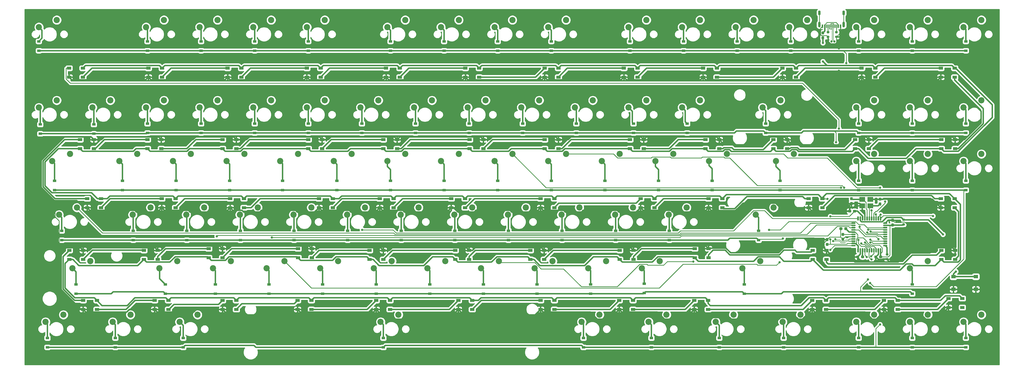
<source format=gbr>
%TF.GenerationSoftware,KiCad,Pcbnew,(5.1.9)-1*%
%TF.CreationDate,2021-03-16T22:25:33-04:00*%
%TF.ProjectId,10Keyless,31304b65-796c-4657-9373-2e6b69636164,rev?*%
%TF.SameCoordinates,Original*%
%TF.FileFunction,Copper,L2,Bot*%
%TF.FilePolarity,Positive*%
%FSLAX46Y46*%
G04 Gerber Fmt 4.6, Leading zero omitted, Abs format (unit mm)*
G04 Created by KiCad (PCBNEW (5.1.9)-1) date 2021-03-16 22:25:33*
%MOMM*%
%LPD*%
G01*
G04 APERTURE LIST*
%TA.AperFunction,ComponentPad*%
%ADD10C,2.200000*%
%TD*%
%TA.AperFunction,ComponentPad*%
%ADD11O,0.900000X2.000000*%
%TD*%
%TA.AperFunction,ComponentPad*%
%ADD12O,0.900000X1.700000*%
%TD*%
%TA.AperFunction,SMDPad,CuDef*%
%ADD13R,0.300000X1.160000*%
%TD*%
%TA.AperFunction,SMDPad,CuDef*%
%ADD14R,0.600000X1.160000*%
%TD*%
%TA.AperFunction,SMDPad,CuDef*%
%ADD15R,2.100000X1.800000*%
%TD*%
%TA.AperFunction,SMDPad,CuDef*%
%ADD16R,1.200000X0.900000*%
%TD*%
%TA.AperFunction,SMDPad,CuDef*%
%ADD17R,1.500000X1.000000*%
%TD*%
%TA.AperFunction,SMDPad,CuDef*%
%ADD18R,1.550000X1.300000*%
%TD*%
%TA.AperFunction,ViaPad*%
%ADD19C,0.800000*%
%TD*%
%TA.AperFunction,Conductor*%
%ADD20C,0.250000*%
%TD*%
%TA.AperFunction,Conductor*%
%ADD21C,0.500000*%
%TD*%
%TA.AperFunction,Conductor*%
%ADD22C,0.200000*%
%TD*%
%TA.AperFunction,Conductor*%
%ADD23C,0.254000*%
%TD*%
%TA.AperFunction,Conductor*%
%ADD24C,0.100000*%
%TD*%
G04 APERTURE END LIST*
D10*
%TO.P,K70,1*%
%TO.N,col13*%
X297320000Y-125087000D03*
%TO.P,K70,2*%
%TO.N,Net-(D70-Pad2)*%
X290970000Y-127627000D03*
%TD*%
%TO.P,K69,1*%
%TO.N,col13*%
X290177000Y-182233000D03*
%TO.P,K69,2*%
%TO.N,Net-(D69-Pad2)*%
X283827000Y-184773000D03*
%TD*%
%TO.P,K36,1*%
%TO.N,col5*%
X161598000Y-201282000D03*
%TO.P,K36,2*%
%TO.N,Net-(D36-Pad2)*%
X155248000Y-203822000D03*
%TD*%
%TO.P,K3,1*%
%TO.N,col0*%
X42545000Y-201282000D03*
%TO.P,K3,2*%
%TO.N,Net-(D3-Pad2)*%
X36195000Y-203822000D03*
%TD*%
%TO.P,K8,1*%
%TO.N,col1*%
X66353800Y-201282000D03*
%TO.P,K8,2*%
%TO.N,Net-(D8-Pad2)*%
X60003800Y-203822000D03*
%TD*%
%TO.P,K15,1*%
%TO.N,col2*%
X90164800Y-201282000D03*
%TO.P,K15,2*%
%TO.N,Net-(D15-Pad2)*%
X83814800Y-203822000D03*
%TD*%
%TO.P,K54,1*%
%TO.N,col9*%
X233031000Y-201282000D03*
%TO.P,K54,2*%
%TO.N,Net-(D54-Pad2)*%
X226681000Y-203822000D03*
%TD*%
%TO.P,K61,1*%
%TO.N,col10*%
X256842000Y-201282000D03*
%TO.P,K61,2*%
%TO.N,Net-(D61-Pad2)*%
X250492000Y-203822000D03*
%TD*%
%TO.P,K67,1*%
%TO.N,col11*%
X280653000Y-201282000D03*
%TO.P,K67,2*%
%TO.N,Net-(D67-Pad2)*%
X274303000Y-203822000D03*
%TD*%
%TO.P,K73,1*%
%TO.N,col13*%
X304464000Y-201282000D03*
%TO.P,K73,2*%
%TO.N,Net-(D73-Pad2)*%
X298114000Y-203822000D03*
%TD*%
%TO.P,K6,1*%
%TO.N,col0*%
X52067200Y-182233000D03*
%TO.P,K6,2*%
%TO.N,Net-(D6-Pad2)*%
X45717200Y-184773000D03*
%TD*%
%TO.P,K71,1*%
%TO.N,col13*%
X294939000Y-163184000D03*
%TO.P,K71,2*%
%TO.N,Net-(D71-Pad2)*%
X288589000Y-165724000D03*
%TD*%
%TO.P,K5,1*%
%TO.N,col0*%
X47305000Y-163184000D03*
%TO.P,K5,2*%
%TO.N,Net-(D5-Pad2)*%
X40955000Y-165724000D03*
%TD*%
%TO.P,K4,1*%
%TO.N,col0*%
X44923900Y-144136000D03*
%TO.P,K4,2*%
%TO.N,Net-(D4-Pad2)*%
X38573900Y-146676000D03*
%TD*%
%TO.P,K72,1*%
%TO.N,col13*%
X302083000Y-144136000D03*
%TO.P,K72,2*%
%TO.N,Net-(D72-Pad2)*%
X295733000Y-146676000D03*
%TD*%
%TO.P,K74,1*%
%TO.N,col13*%
X306854000Y-96511800D03*
%TO.P,K74,2*%
%TO.N,Net-(D74-Pad2)*%
X300504000Y-99051800D03*
%TD*%
%TO.P,K1,1*%
%TO.N,col0*%
X40161700Y-96511800D03*
%TO.P,K1,2*%
%TO.N,Net-(D1-Pad2)*%
X33811700Y-99051800D03*
%TD*%
%TO.P,K2,1*%
%TO.N,col0*%
X40161700Y-125087000D03*
%TO.P,K2,2*%
%TO.N,Net-(D2-Pad2)*%
X33811700Y-127627000D03*
%TD*%
%TO.P,K7,1*%
%TO.N,col1*%
X59210500Y-125087000D03*
%TO.P,K7,2*%
%TO.N,Net-(D7-Pad2)*%
X52860500Y-127627000D03*
%TD*%
%TO.P,K9,1*%
%TO.N,col1*%
X68734900Y-144136000D03*
%TO.P,K9,2*%
%TO.N,Net-(D9-Pad2)*%
X62384900Y-146676000D03*
%TD*%
%TO.P,K10,1*%
%TO.N,col1*%
X73497100Y-163184000D03*
%TO.P,K10,2*%
%TO.N,Net-(D10-Pad2)*%
X67147100Y-165724000D03*
%TD*%
%TO.P,K11,1*%
%TO.N,col2*%
X78261700Y-96511800D03*
%TO.P,K11,2*%
%TO.N,Net-(D11-Pad2)*%
X71911700Y-99051800D03*
%TD*%
%TO.P,K12,1*%
%TO.N,col2*%
X78259300Y-125087000D03*
%TO.P,K12,2*%
%TO.N,Net-(D12-Pad2)*%
X71909300Y-127627000D03*
%TD*%
%TO.P,K13,1*%
%TO.N,col1*%
X83021500Y-182233000D03*
%TO.P,K13,2*%
%TO.N,Net-(D13-Pad2)*%
X76671500Y-184773000D03*
%TD*%
%TO.P,K14,1*%
%TO.N,col2*%
X87783700Y-144136000D03*
%TO.P,K14,2*%
%TO.N,Net-(D14-Pad2)*%
X81433700Y-146676000D03*
%TD*%
%TO.P,K16,1*%
%TO.N,col2*%
X92545900Y-163184000D03*
%TO.P,K16,2*%
%TO.N,Net-(D16-Pad2)*%
X86195900Y-165724000D03*
%TD*%
%TO.P,K17,1*%
%TO.N,col3*%
X97308100Y-96511800D03*
%TO.P,K17,2*%
%TO.N,Net-(D17-Pad2)*%
X90958100Y-99051800D03*
%TD*%
%TO.P,K18,1*%
%TO.N,col3*%
X97308100Y-125087000D03*
%TO.P,K18,2*%
%TO.N,Net-(D18-Pad2)*%
X90958100Y-127627000D03*
%TD*%
%TO.P,K19,1*%
%TO.N,col2*%
X102070000Y-182233000D03*
%TO.P,K19,2*%
%TO.N,Net-(D19-Pad2)*%
X95720000Y-184773000D03*
%TD*%
%TO.P,K20,1*%
%TO.N,col3*%
X106832000Y-144136000D03*
%TO.P,K20,2*%
%TO.N,Net-(D20-Pad2)*%
X100482000Y-146676000D03*
%TD*%
%TO.P,K21,1*%
%TO.N,col3*%
X111595000Y-163184000D03*
%TO.P,K21,2*%
%TO.N,Net-(D21-Pad2)*%
X105245000Y-165724000D03*
%TD*%
%TO.P,K22,1*%
%TO.N,col4*%
X116357000Y-96511800D03*
%TO.P,K22,2*%
%TO.N,Net-(D22-Pad2)*%
X110007000Y-99051800D03*
%TD*%
%TO.P,K23,1*%
%TO.N,col4*%
X116357000Y-125087000D03*
%TO.P,K23,2*%
%TO.N,Net-(D23-Pad2)*%
X110007000Y-127627000D03*
%TD*%
%TO.P,K24,1*%
%TO.N,col3*%
X121119000Y-182233000D03*
%TO.P,K24,2*%
%TO.N,Net-(D24-Pad2)*%
X114769000Y-184773000D03*
%TD*%
%TO.P,K25,1*%
%TO.N,col4*%
X125881000Y-144136000D03*
%TO.P,K25,2*%
%TO.N,Net-(D25-Pad2)*%
X119531000Y-146676000D03*
%TD*%
%TO.P,K26,1*%
%TO.N,col4*%
X130644000Y-163184000D03*
%TO.P,K26,2*%
%TO.N,Net-(D26-Pad2)*%
X124294000Y-165724000D03*
%TD*%
%TO.P,K27,1*%
%TO.N,col5*%
X135406000Y-96511800D03*
%TO.P,K27,2*%
%TO.N,Net-(D27-Pad2)*%
X129056000Y-99051800D03*
%TD*%
%TO.P,K28,1*%
%TO.N,col5*%
X135406000Y-125087000D03*
%TO.P,K28,2*%
%TO.N,Net-(D28-Pad2)*%
X129056000Y-127627000D03*
%TD*%
%TO.P,K29,1*%
%TO.N,col4*%
X140168000Y-182233000D03*
%TO.P,K29,2*%
%TO.N,Net-(D29-Pad2)*%
X133818000Y-184773000D03*
%TD*%
%TO.P,K30,1*%
%TO.N,col5*%
X144930000Y-144136000D03*
%TO.P,K30,2*%
%TO.N,Net-(D30-Pad2)*%
X138580000Y-146676000D03*
%TD*%
%TO.P,K31,1*%
%TO.N,col5*%
X149692000Y-163184000D03*
%TO.P,K31,2*%
%TO.N,Net-(D31-Pad2)*%
X143342000Y-165724000D03*
%TD*%
%TO.P,K32,1*%
%TO.N,col6*%
X154454000Y-125087000D03*
%TO.P,K32,2*%
%TO.N,Net-(D32-Pad2)*%
X148104000Y-127627000D03*
%TD*%
%TO.P,K33,1*%
%TO.N,col5*%
X159217000Y-182233000D03*
%TO.P,K33,2*%
%TO.N,Net-(D33-Pad2)*%
X152867000Y-184773000D03*
%TD*%
%TO.P,K34,1*%
%TO.N,col6*%
X163980000Y-96511800D03*
%TO.P,K34,2*%
%TO.N,Net-(D34-Pad2)*%
X157630000Y-99051800D03*
%TD*%
%TO.P,K35,1*%
%TO.N,col6*%
X163979000Y-144136000D03*
%TO.P,K35,2*%
%TO.N,Net-(D35-Pad2)*%
X157629000Y-146676000D03*
%TD*%
%TO.P,K37,1*%
%TO.N,col6*%
X168741000Y-163184000D03*
%TO.P,K37,2*%
%TO.N,Net-(D37-Pad2)*%
X162391000Y-165724000D03*
%TD*%
%TO.P,K38,1*%
%TO.N,col7*%
X173503000Y-125087000D03*
%TO.P,K38,2*%
%TO.N,Net-(D38-Pad2)*%
X167153000Y-127627000D03*
%TD*%
%TO.P,K39,1*%
%TO.N,col6*%
X178266000Y-182233000D03*
%TO.P,K39,2*%
%TO.N,Net-(D39-Pad2)*%
X171916000Y-184773000D03*
%TD*%
%TO.P,K40,1*%
%TO.N,col7*%
X183030000Y-96511800D03*
%TO.P,K40,2*%
%TO.N,Net-(D40-Pad2)*%
X176680000Y-99051800D03*
%TD*%
%TO.P,K41,1*%
%TO.N,col7*%
X183028000Y-144136000D03*
%TO.P,K41,2*%
%TO.N,Net-(D41-Pad2)*%
X176678000Y-146676000D03*
%TD*%
%TO.P,K42,1*%
%TO.N,col7*%
X187790000Y-163184000D03*
%TO.P,K42,2*%
%TO.N,Net-(D42-Pad2)*%
X181440000Y-165724000D03*
%TD*%
%TO.P,K43,1*%
%TO.N,col8*%
X192552000Y-125087000D03*
%TO.P,K43,2*%
%TO.N,Net-(D43-Pad2)*%
X186202000Y-127627000D03*
%TD*%
%TO.P,K44,1*%
%TO.N,col7*%
X197314000Y-182233000D03*
%TO.P,K44,2*%
%TO.N,Net-(D44-Pad2)*%
X190964000Y-184773000D03*
%TD*%
%TO.P,K45,1*%
%TO.N,col8*%
X202080000Y-96511800D03*
%TO.P,K45,2*%
%TO.N,Net-(D45-Pad2)*%
X195730000Y-99051800D03*
%TD*%
%TO.P,K46,1*%
%TO.N,col8*%
X202076000Y-144136000D03*
%TO.P,K46,2*%
%TO.N,Net-(D46-Pad2)*%
X195726000Y-146676000D03*
%TD*%
%TO.P,K47,1*%
%TO.N,col8*%
X206839000Y-163184000D03*
%TO.P,K47,2*%
%TO.N,Net-(D47-Pad2)*%
X200489000Y-165724000D03*
%TD*%
%TO.P,K48,1*%
%TO.N,col9*%
X211601000Y-125087000D03*
%TO.P,K48,2*%
%TO.N,Net-(D48-Pad2)*%
X205251000Y-127627000D03*
%TD*%
%TO.P,K49,1*%
%TO.N,col8*%
X216363000Y-182233000D03*
%TO.P,K49,2*%
%TO.N,Net-(D49-Pad2)*%
X210013000Y-184773000D03*
%TD*%
%TO.P,K50,1*%
%TO.N,col9*%
X221130000Y-96511800D03*
%TO.P,K50,2*%
%TO.N,Net-(D50-Pad2)*%
X214780000Y-99051800D03*
%TD*%
%TO.P,K51,1*%
%TO.N,col9*%
X221125000Y-144136000D03*
%TO.P,K51,2*%
%TO.N,Net-(D51-Pad2)*%
X214775000Y-146676000D03*
%TD*%
%TO.P,K52,1*%
%TO.N,col9*%
X225888000Y-163184000D03*
%TO.P,K52,2*%
%TO.N,Net-(D52-Pad2)*%
X219538000Y-165724000D03*
%TD*%
%TO.P,K53,1*%
%TO.N,col10*%
X230650000Y-125087000D03*
%TO.P,K53,2*%
%TO.N,Net-(D53-Pad2)*%
X224300000Y-127627000D03*
%TD*%
%TO.P,K55,1*%
%TO.N,col9*%
X235412000Y-182233000D03*
%TO.P,K55,2*%
%TO.N,Net-(D55-Pad2)*%
X229062000Y-184773000D03*
%TD*%
%TO.P,K56,1*%
%TO.N,col10*%
X240174000Y-144136000D03*
%TO.P,K56,2*%
%TO.N,Net-(D56-Pad2)*%
X233824000Y-146676000D03*
%TD*%
%TO.P,K57,1*%
%TO.N,col10*%
X244936000Y-163184000D03*
%TO.P,K57,2*%
%TO.N,Net-(D57-Pad2)*%
X238586000Y-165724000D03*
%TD*%
%TO.P,K58,1*%
%TO.N,col10*%
X249704000Y-96511800D03*
%TO.P,K58,2*%
%TO.N,Net-(D58-Pad2)*%
X243354000Y-99051800D03*
%TD*%
%TO.P,K59,1*%
%TO.N,col11*%
X249698000Y-125087000D03*
%TO.P,K59,2*%
%TO.N,Net-(D59-Pad2)*%
X243348000Y-127627000D03*
%TD*%
%TO.P,K60,1*%
%TO.N,col10*%
X254461000Y-182233000D03*
%TO.P,K60,2*%
%TO.N,Net-(D60-Pad2)*%
X248111000Y-184773000D03*
%TD*%
%TO.P,K62,1*%
%TO.N,col11*%
X259223000Y-144136000D03*
%TO.P,K62,2*%
%TO.N,Net-(D62-Pad2)*%
X252873000Y-146676000D03*
%TD*%
%TO.P,K63,1*%
%TO.N,col11*%
X263985000Y-163184000D03*
%TO.P,K63,2*%
%TO.N,Net-(D63-Pad2)*%
X257635000Y-165724000D03*
%TD*%
%TO.P,K64,1*%
%TO.N,col11*%
X268754000Y-96511800D03*
%TO.P,K64,2*%
%TO.N,Net-(D64-Pad2)*%
X262404000Y-99051800D03*
%TD*%
%TO.P,K65,1*%
%TO.N,col12*%
X268747000Y-125087000D03*
%TO.P,K65,2*%
%TO.N,Net-(D65-Pad2)*%
X262397000Y-127627000D03*
%TD*%
%TO.P,K66,1*%
%TO.N,col12*%
X278272000Y-144136000D03*
%TO.P,K66,2*%
%TO.N,Net-(D66-Pad2)*%
X271922000Y-146676000D03*
%TD*%
%TO.P,K68,1*%
%TO.N,col12*%
X287804000Y-96511800D03*
%TO.P,K68,2*%
%TO.N,Net-(D68-Pad2)*%
X281454000Y-99051800D03*
%TD*%
%TO.P,K75,1*%
%TO.N,col14*%
X330667000Y-96511800D03*
%TO.P,K75,2*%
%TO.N,Net-(D75-Pad2)*%
X324317000Y-99051800D03*
%TD*%
%TO.P,K76,1*%
%TO.N,col14*%
X330667000Y-125087000D03*
%TO.P,K76,2*%
%TO.N,Net-(D76-Pad2)*%
X324317000Y-127627000D03*
%TD*%
%TO.P,K77,1*%
%TO.N,col14*%
X330667000Y-144136000D03*
%TO.P,K77,2*%
%TO.N,Net-(D77-Pad2)*%
X324317000Y-146676000D03*
%TD*%
%TO.P,K78,1*%
%TO.N,col14*%
X330667000Y-201282000D03*
%TO.P,K78,2*%
%TO.N,Net-(D78-Pad2)*%
X324317000Y-203822000D03*
%TD*%
%TO.P,K79,1*%
%TO.N,col15*%
X349717000Y-96511800D03*
%TO.P,K79,2*%
%TO.N,Net-(D79-Pad2)*%
X343367000Y-99051800D03*
%TD*%
%TO.P,K80,1*%
%TO.N,col15*%
X349717000Y-125087000D03*
%TO.P,K80,2*%
%TO.N,Net-(D80-Pad2)*%
X343367000Y-127627000D03*
%TD*%
%TO.P,K81,1*%
%TO.N,col15*%
X349717000Y-144136000D03*
%TO.P,K81,2*%
%TO.N,Net-(D81-Pad2)*%
X343367000Y-146676000D03*
%TD*%
%TO.P,K82,1*%
%TO.N,col15*%
X349717000Y-182233000D03*
%TO.P,K82,2*%
%TO.N,Net-(D82-Pad2)*%
X343367000Y-184773000D03*
%TD*%
%TO.P,K83,1*%
%TO.N,col15*%
X349717000Y-201282000D03*
%TO.P,K83,2*%
%TO.N,Net-(D83-Pad2)*%
X343367000Y-203822000D03*
%TD*%
%TO.P,K84,1*%
%TO.N,col16*%
X368767000Y-96511800D03*
%TO.P,K84,2*%
%TO.N,Net-(D84-Pad2)*%
X362417000Y-99051800D03*
%TD*%
%TO.P,K85,1*%
%TO.N,col16*%
X368767000Y-125087000D03*
%TO.P,K85,2*%
%TO.N,Net-(D85-Pad2)*%
X362417000Y-127627000D03*
%TD*%
%TO.P,K86,1*%
%TO.N,col16*%
X368767000Y-144136000D03*
%TO.P,K86,2*%
%TO.N,Net-(D86-Pad2)*%
X362417000Y-146676000D03*
%TD*%
%TO.P,K87,1*%
%TO.N,col16*%
X368767000Y-201282000D03*
%TO.P,K87,2*%
%TO.N,Net-(D87-Pad2)*%
X362417000Y-203822000D03*
%TD*%
%TO.P,C1,2*%
%TO.N,Net-(C1-Pad2)*%
%TA.AperFunction,SMDPad,CuDef*%
G36*
G01*
X322817500Y-160557000D02*
X322342500Y-160557000D01*
G75*
G02*
X322105000Y-160319500I0J237500D01*
G01*
X322105000Y-159719500D01*
G75*
G02*
X322342500Y-159482000I237500J0D01*
G01*
X322817500Y-159482000D01*
G75*
G02*
X323055000Y-159719500I0J-237500D01*
G01*
X323055000Y-160319500D01*
G75*
G02*
X322817500Y-160557000I-237500J0D01*
G01*
G37*
%TD.AperFunction*%
%TO.P,C1,1*%
%TO.N,GND*%
%TA.AperFunction,SMDPad,CuDef*%
G36*
G01*
X322817500Y-162282000D02*
X322342500Y-162282000D01*
G75*
G02*
X322105000Y-162044500I0J237500D01*
G01*
X322105000Y-161444500D01*
G75*
G02*
X322342500Y-161207000I237500J0D01*
G01*
X322817500Y-161207000D01*
G75*
G02*
X323055000Y-161444500I0J-237500D01*
G01*
X323055000Y-162044500D01*
G75*
G02*
X322817500Y-162282000I-237500J0D01*
G01*
G37*
%TD.AperFunction*%
%TD*%
%TO.P,C2,1*%
%TO.N,GND*%
%TA.AperFunction,SMDPad,CuDef*%
G36*
G01*
X332502500Y-159662000D02*
X332977500Y-159662000D01*
G75*
G02*
X333215000Y-159899500I0J-237500D01*
G01*
X333215000Y-160499500D01*
G75*
G02*
X332977500Y-160737000I-237500J0D01*
G01*
X332502500Y-160737000D01*
G75*
G02*
X332265000Y-160499500I0J237500D01*
G01*
X332265000Y-159899500D01*
G75*
G02*
X332502500Y-159662000I237500J0D01*
G01*
G37*
%TD.AperFunction*%
%TO.P,C2,2*%
%TO.N,Net-(C2-Pad2)*%
%TA.AperFunction,SMDPad,CuDef*%
G36*
G01*
X332502500Y-161387000D02*
X332977500Y-161387000D01*
G75*
G02*
X333215000Y-161624500I0J-237500D01*
G01*
X333215000Y-162224500D01*
G75*
G02*
X332977500Y-162462000I-237500J0D01*
G01*
X332502500Y-162462000D01*
G75*
G02*
X332265000Y-162224500I0J237500D01*
G01*
X332265000Y-161624500D01*
G75*
G02*
X332502500Y-161387000I237500J0D01*
G01*
G37*
%TD.AperFunction*%
%TD*%
%TO.P,C3,2*%
%TO.N,Net-(C3-Pad2)*%
%TA.AperFunction,SMDPad,CuDef*%
G36*
G01*
X319769500Y-173257000D02*
X319294500Y-173257000D01*
G75*
G02*
X319057000Y-173019500I0J237500D01*
G01*
X319057000Y-172419500D01*
G75*
G02*
X319294500Y-172182000I237500J0D01*
G01*
X319769500Y-172182000D01*
G75*
G02*
X320007000Y-172419500I0J-237500D01*
G01*
X320007000Y-173019500D01*
G75*
G02*
X319769500Y-173257000I-237500J0D01*
G01*
G37*
%TD.AperFunction*%
%TO.P,C3,1*%
%TO.N,GND*%
%TA.AperFunction,SMDPad,CuDef*%
G36*
G01*
X319769500Y-174982000D02*
X319294500Y-174982000D01*
G75*
G02*
X319057000Y-174744500I0J237500D01*
G01*
X319057000Y-174144500D01*
G75*
G02*
X319294500Y-173907000I237500J0D01*
G01*
X319769500Y-173907000D01*
G75*
G02*
X320007000Y-174144500I0J-237500D01*
G01*
X320007000Y-174744500D01*
G75*
G02*
X319769500Y-174982000I-237500J0D01*
G01*
G37*
%TD.AperFunction*%
%TD*%
%TO.P,C4,1*%
%TO.N,+5V*%
%TA.AperFunction,SMDPad,CuDef*%
G36*
G01*
X333481000Y-180483500D02*
X333481000Y-180958500D01*
G75*
G02*
X333243500Y-181196000I-237500J0D01*
G01*
X332643500Y-181196000D01*
G75*
G02*
X332406000Y-180958500I0J237500D01*
G01*
X332406000Y-180483500D01*
G75*
G02*
X332643500Y-180246000I237500J0D01*
G01*
X333243500Y-180246000D01*
G75*
G02*
X333481000Y-180483500I0J-237500D01*
G01*
G37*
%TD.AperFunction*%
%TO.P,C4,2*%
%TO.N,GND*%
%TA.AperFunction,SMDPad,CuDef*%
G36*
G01*
X331756000Y-180483500D02*
X331756000Y-180958500D01*
G75*
G02*
X331518500Y-181196000I-237500J0D01*
G01*
X330918500Y-181196000D01*
G75*
G02*
X330681000Y-180958500I0J237500D01*
G01*
X330681000Y-180483500D01*
G75*
G02*
X330918500Y-180246000I237500J0D01*
G01*
X331518500Y-180246000D01*
G75*
G02*
X331756000Y-180483500I0J-237500D01*
G01*
G37*
%TD.AperFunction*%
%TD*%
%TO.P,C5,1*%
%TO.N,+5V*%
%TA.AperFunction,SMDPad,CuDef*%
G36*
G01*
X337422500Y-169928000D02*
X336947500Y-169928000D01*
G75*
G02*
X336710000Y-169690500I0J237500D01*
G01*
X336710000Y-169090500D01*
G75*
G02*
X336947500Y-168853000I237500J0D01*
G01*
X337422500Y-168853000D01*
G75*
G02*
X337660000Y-169090500I0J-237500D01*
G01*
X337660000Y-169690500D01*
G75*
G02*
X337422500Y-169928000I-237500J0D01*
G01*
G37*
%TD.AperFunction*%
%TO.P,C5,2*%
%TO.N,GND*%
%TA.AperFunction,SMDPad,CuDef*%
G36*
G01*
X337422500Y-168203000D02*
X336947500Y-168203000D01*
G75*
G02*
X336710000Y-167965500I0J237500D01*
G01*
X336710000Y-167365500D01*
G75*
G02*
X336947500Y-167128000I237500J0D01*
G01*
X337422500Y-167128000D01*
G75*
G02*
X337660000Y-167365500I0J-237500D01*
G01*
X337660000Y-167965500D01*
G75*
G02*
X337422500Y-168203000I-237500J0D01*
G01*
G37*
%TD.AperFunction*%
%TD*%
%TO.P,C6,2*%
%TO.N,GND*%
%TA.AperFunction,SMDPad,CuDef*%
G36*
G01*
X314181500Y-175089000D02*
X313706500Y-175089000D01*
G75*
G02*
X313469000Y-174851500I0J237500D01*
G01*
X313469000Y-174251500D01*
G75*
G02*
X313706500Y-174014000I237500J0D01*
G01*
X314181500Y-174014000D01*
G75*
G02*
X314419000Y-174251500I0J-237500D01*
G01*
X314419000Y-174851500D01*
G75*
G02*
X314181500Y-175089000I-237500J0D01*
G01*
G37*
%TD.AperFunction*%
%TO.P,C6,1*%
%TO.N,+5V*%
%TA.AperFunction,SMDPad,CuDef*%
G36*
G01*
X314181500Y-176814000D02*
X313706500Y-176814000D01*
G75*
G02*
X313469000Y-176576500I0J237500D01*
G01*
X313469000Y-175976500D01*
G75*
G02*
X313706500Y-175739000I237500J0D01*
G01*
X314181500Y-175739000D01*
G75*
G02*
X314419000Y-175976500I0J-237500D01*
G01*
X314419000Y-176576500D01*
G75*
G02*
X314181500Y-176814000I-237500J0D01*
G01*
G37*
%TD.AperFunction*%
%TD*%
%TO.P,C7,1*%
%TO.N,+5V*%
%TA.AperFunction,SMDPad,CuDef*%
G36*
G01*
X324208000Y-164227500D02*
X324208000Y-164702500D01*
G75*
G02*
X323970500Y-164940000I-237500J0D01*
G01*
X323370500Y-164940000D01*
G75*
G02*
X323133000Y-164702500I0J237500D01*
G01*
X323133000Y-164227500D01*
G75*
G02*
X323370500Y-163990000I237500J0D01*
G01*
X323970500Y-163990000D01*
G75*
G02*
X324208000Y-164227500I0J-237500D01*
G01*
G37*
%TD.AperFunction*%
%TO.P,C7,2*%
%TO.N,GND*%
%TA.AperFunction,SMDPad,CuDef*%
G36*
G01*
X322483000Y-164227500D02*
X322483000Y-164702500D01*
G75*
G02*
X322245500Y-164940000I-237500J0D01*
G01*
X321645500Y-164940000D01*
G75*
G02*
X321408000Y-164702500I0J237500D01*
G01*
X321408000Y-164227500D01*
G75*
G02*
X321645500Y-163990000I237500J0D01*
G01*
X322245500Y-163990000D01*
G75*
G02*
X322483000Y-164227500I0J-237500D01*
G01*
G37*
%TD.AperFunction*%
%TD*%
%TO.P,C8,2*%
%TO.N,GND*%
%TA.AperFunction,SMDPad,CuDef*%
G36*
G01*
X319361000Y-170450500D02*
X319361000Y-170925500D01*
G75*
G02*
X319123500Y-171163000I-237500J0D01*
G01*
X318523500Y-171163000D01*
G75*
G02*
X318286000Y-170925500I0J237500D01*
G01*
X318286000Y-170450500D01*
G75*
G02*
X318523500Y-170213000I237500J0D01*
G01*
X319123500Y-170213000D01*
G75*
G02*
X319361000Y-170450500I0J-237500D01*
G01*
G37*
%TD.AperFunction*%
%TO.P,C8,1*%
%TO.N,+5V*%
%TA.AperFunction,SMDPad,CuDef*%
G36*
G01*
X321086000Y-170450500D02*
X321086000Y-170925500D01*
G75*
G02*
X320848500Y-171163000I-237500J0D01*
G01*
X320248500Y-171163000D01*
G75*
G02*
X320011000Y-170925500I0J237500D01*
G01*
X320011000Y-170450500D01*
G75*
G02*
X320248500Y-170213000I237500J0D01*
G01*
X320848500Y-170213000D01*
G75*
G02*
X321086000Y-170450500I0J-237500D01*
G01*
G37*
%TD.AperFunction*%
%TD*%
D11*
%TO.P,J1,S1*%
%TO.N,Net-(J1-PadS1)*%
X311150000Y-98150000D03*
X319790000Y-98150000D03*
D12*
X311150000Y-93980000D03*
X319790000Y-93980000D03*
D13*
%TO.P,J1,B7*%
%TO.N,/D-*%
X314720000Y-98730000D03*
%TO.P,J1,A6*%
%TO.N,/D+*%
X315220000Y-98730000D03*
%TO.P,J1,A7*%
%TO.N,/D-*%
X315720000Y-98730000D03*
%TO.P,J1,B8*%
%TO.N,Net-(J1-PadB8)*%
X313720000Y-98730000D03*
%TO.P,J1,A5*%
%TO.N,Net-(J1-PadA5)*%
X314220000Y-98730000D03*
%TO.P,J1,A8*%
%TO.N,Net-(J1-PadA8)*%
X316720000Y-98730000D03*
%TO.P,J1,B6*%
%TO.N,/D+*%
X316220000Y-98730000D03*
%TO.P,J1,B5*%
%TO.N,Net-(J1-PadB5)*%
X317220000Y-98730000D03*
D14*
%TO.P,J1,A4*%
%TO.N,Net-(F1-Pad1)*%
X313070000Y-98730000D03*
%TO.P,J1,B9*%
X313070000Y-98730000D03*
%TO.P,J1,A1*%
%TO.N,GND*%
X312270000Y-98730000D03*
%TO.P,J1,B12*%
X312270000Y-98730000D03*
%TO.P,J1,B4*%
%TO.N,Net-(F1-Pad1)*%
X317870000Y-98730000D03*
%TO.P,J1,B1*%
%TO.N,GND*%
X318670000Y-98730000D03*
%TO.P,J1,A9*%
%TO.N,Net-(F1-Pad1)*%
X317870000Y-98730000D03*
%TO.P,J1,A12*%
%TO.N,GND*%
X318670000Y-98730000D03*
%TD*%
%TO.P,R1,1*%
%TO.N,GND*%
%TA.AperFunction,SMDPad,CuDef*%
G36*
G01*
X314498000Y-102888000D02*
X313948000Y-102888000D01*
G75*
G02*
X313748000Y-102688000I0J200000D01*
G01*
X313748000Y-102288000D01*
G75*
G02*
X313948000Y-102088000I200000J0D01*
G01*
X314498000Y-102088000D01*
G75*
G02*
X314698000Y-102288000I0J-200000D01*
G01*
X314698000Y-102688000D01*
G75*
G02*
X314498000Y-102888000I-200000J0D01*
G01*
G37*
%TD.AperFunction*%
%TO.P,R1,2*%
%TO.N,Net-(J1-PadA5)*%
%TA.AperFunction,SMDPad,CuDef*%
G36*
G01*
X314498000Y-101238000D02*
X313948000Y-101238000D01*
G75*
G02*
X313748000Y-101038000I0J200000D01*
G01*
X313748000Y-100638000D01*
G75*
G02*
X313948000Y-100438000I200000J0D01*
G01*
X314498000Y-100438000D01*
G75*
G02*
X314698000Y-100638000I0J-200000D01*
G01*
X314698000Y-101038000D01*
G75*
G02*
X314498000Y-101238000I-200000J0D01*
G01*
G37*
%TD.AperFunction*%
%TD*%
%TO.P,R2,2*%
%TO.N,Net-(J1-PadB5)*%
%TA.AperFunction,SMDPad,CuDef*%
G36*
G01*
X317521000Y-101238000D02*
X316971000Y-101238000D01*
G75*
G02*
X316771000Y-101038000I0J200000D01*
G01*
X316771000Y-100638000D01*
G75*
G02*
X316971000Y-100438000I200000J0D01*
G01*
X317521000Y-100438000D01*
G75*
G02*
X317721000Y-100638000I0J-200000D01*
G01*
X317721000Y-101038000D01*
G75*
G02*
X317521000Y-101238000I-200000J0D01*
G01*
G37*
%TD.AperFunction*%
%TO.P,R2,1*%
%TO.N,GND*%
%TA.AperFunction,SMDPad,CuDef*%
G36*
G01*
X317521000Y-102888000D02*
X316971000Y-102888000D01*
G75*
G02*
X316771000Y-102688000I0J200000D01*
G01*
X316771000Y-102288000D01*
G75*
G02*
X316971000Y-102088000I200000J0D01*
G01*
X317521000Y-102088000D01*
G75*
G02*
X317721000Y-102288000I0J-200000D01*
G01*
X317721000Y-102688000D01*
G75*
G02*
X317521000Y-102888000I-200000J0D01*
G01*
G37*
%TD.AperFunction*%
%TD*%
%TO.P,R3,1*%
%TO.N,Net-(R3-Pad1)*%
%TA.AperFunction,SMDPad,CuDef*%
G36*
G01*
X340847000Y-167128000D02*
X341397000Y-167128000D01*
G75*
G02*
X341597000Y-167328000I0J-200000D01*
G01*
X341597000Y-167728000D01*
G75*
G02*
X341397000Y-167928000I-200000J0D01*
G01*
X340847000Y-167928000D01*
G75*
G02*
X340647000Y-167728000I0J200000D01*
G01*
X340647000Y-167328000D01*
G75*
G02*
X340847000Y-167128000I200000J0D01*
G01*
G37*
%TD.AperFunction*%
%TO.P,R3,2*%
%TO.N,+5V*%
%TA.AperFunction,SMDPad,CuDef*%
G36*
G01*
X340847000Y-168778000D02*
X341397000Y-168778000D01*
G75*
G02*
X341597000Y-168978000I0J-200000D01*
G01*
X341597000Y-169378000D01*
G75*
G02*
X341397000Y-169578000I-200000J0D01*
G01*
X340847000Y-169578000D01*
G75*
G02*
X340647000Y-169378000I0J200000D01*
G01*
X340647000Y-168978000D01*
G75*
G02*
X340847000Y-168778000I200000J0D01*
G01*
G37*
%TD.AperFunction*%
%TD*%
%TO.P,R4,2*%
%TO.N,GND*%
%TA.AperFunction,SMDPad,CuDef*%
G36*
G01*
X334954000Y-181082000D02*
X335504000Y-181082000D01*
G75*
G02*
X335704000Y-181282000I0J-200000D01*
G01*
X335704000Y-181682000D01*
G75*
G02*
X335504000Y-181882000I-200000J0D01*
G01*
X334954000Y-181882000D01*
G75*
G02*
X334754000Y-181682000I0J200000D01*
G01*
X334754000Y-181282000D01*
G75*
G02*
X334954000Y-181082000I200000J0D01*
G01*
G37*
%TD.AperFunction*%
%TO.P,R4,1*%
%TO.N,Net-(R4-Pad1)*%
%TA.AperFunction,SMDPad,CuDef*%
G36*
G01*
X334954000Y-179432000D02*
X335504000Y-179432000D01*
G75*
G02*
X335704000Y-179632000I0J-200000D01*
G01*
X335704000Y-180032000D01*
G75*
G02*
X335504000Y-180232000I-200000J0D01*
G01*
X334954000Y-180232000D01*
G75*
G02*
X334754000Y-180032000I0J200000D01*
G01*
X334754000Y-179632000D01*
G75*
G02*
X334954000Y-179432000I200000J0D01*
G01*
G37*
%TD.AperFunction*%
%TD*%
%TO.P,U1,1*%
%TO.N,col3*%
%TA.AperFunction,SMDPad,CuDef*%
G36*
G01*
X322530000Y-176857500D02*
X322530000Y-176582500D01*
G75*
G02*
X322667500Y-176445000I137500J0D01*
G01*
X323867500Y-176445000D01*
G75*
G02*
X324005000Y-176582500I0J-137500D01*
G01*
X324005000Y-176857500D01*
G75*
G02*
X323867500Y-176995000I-137500J0D01*
G01*
X322667500Y-176995000D01*
G75*
G02*
X322530000Y-176857500I0J137500D01*
G01*
G37*
%TD.AperFunction*%
%TO.P,U1,2*%
%TO.N,+5V*%
%TA.AperFunction,SMDPad,CuDef*%
G36*
G01*
X322530000Y-176057500D02*
X322530000Y-175782500D01*
G75*
G02*
X322667500Y-175645000I137500J0D01*
G01*
X323867500Y-175645000D01*
G75*
G02*
X324005000Y-175782500I0J-137500D01*
G01*
X324005000Y-176057500D01*
G75*
G02*
X323867500Y-176195000I-137500J0D01*
G01*
X322667500Y-176195000D01*
G75*
G02*
X322530000Y-176057500I0J137500D01*
G01*
G37*
%TD.AperFunction*%
%TO.P,U1,3*%
%TO.N,/D-*%
%TA.AperFunction,SMDPad,CuDef*%
G36*
G01*
X322530000Y-175257500D02*
X322530000Y-174982500D01*
G75*
G02*
X322667500Y-174845000I137500J0D01*
G01*
X323867500Y-174845000D01*
G75*
G02*
X324005000Y-174982500I0J-137500D01*
G01*
X324005000Y-175257500D01*
G75*
G02*
X323867500Y-175395000I-137500J0D01*
G01*
X322667500Y-175395000D01*
G75*
G02*
X322530000Y-175257500I0J137500D01*
G01*
G37*
%TD.AperFunction*%
%TO.P,U1,4*%
%TO.N,/D+*%
%TA.AperFunction,SMDPad,CuDef*%
G36*
G01*
X322530000Y-174457500D02*
X322530000Y-174182500D01*
G75*
G02*
X322667500Y-174045000I137500J0D01*
G01*
X323867500Y-174045000D01*
G75*
G02*
X324005000Y-174182500I0J-137500D01*
G01*
X324005000Y-174457500D01*
G75*
G02*
X323867500Y-174595000I-137500J0D01*
G01*
X322667500Y-174595000D01*
G75*
G02*
X322530000Y-174457500I0J137500D01*
G01*
G37*
%TD.AperFunction*%
%TO.P,U1,5*%
%TO.N,GND*%
%TA.AperFunction,SMDPad,CuDef*%
G36*
G01*
X322530000Y-173657500D02*
X322530000Y-173382500D01*
G75*
G02*
X322667500Y-173245000I137500J0D01*
G01*
X323867500Y-173245000D01*
G75*
G02*
X324005000Y-173382500I0J-137500D01*
G01*
X324005000Y-173657500D01*
G75*
G02*
X323867500Y-173795000I-137500J0D01*
G01*
X322667500Y-173795000D01*
G75*
G02*
X322530000Y-173657500I0J137500D01*
G01*
G37*
%TD.AperFunction*%
%TO.P,U1,6*%
%TO.N,Net-(C3-Pad2)*%
%TA.AperFunction,SMDPad,CuDef*%
G36*
G01*
X322530000Y-172857500D02*
X322530000Y-172582500D01*
G75*
G02*
X322667500Y-172445000I137500J0D01*
G01*
X323867500Y-172445000D01*
G75*
G02*
X324005000Y-172582500I0J-137500D01*
G01*
X324005000Y-172857500D01*
G75*
G02*
X323867500Y-172995000I-137500J0D01*
G01*
X322667500Y-172995000D01*
G75*
G02*
X322530000Y-172857500I0J137500D01*
G01*
G37*
%TD.AperFunction*%
%TO.P,U1,7*%
%TO.N,+5V*%
%TA.AperFunction,SMDPad,CuDef*%
G36*
G01*
X322530000Y-172057500D02*
X322530000Y-171782500D01*
G75*
G02*
X322667500Y-171645000I137500J0D01*
G01*
X323867500Y-171645000D01*
G75*
G02*
X324005000Y-171782500I0J-137500D01*
G01*
X324005000Y-172057500D01*
G75*
G02*
X323867500Y-172195000I-137500J0D01*
G01*
X322667500Y-172195000D01*
G75*
G02*
X322530000Y-172057500I0J137500D01*
G01*
G37*
%TD.AperFunction*%
%TO.P,U1,8*%
%TO.N,row0*%
%TA.AperFunction,SMDPad,CuDef*%
G36*
G01*
X322530000Y-171257500D02*
X322530000Y-170982500D01*
G75*
G02*
X322667500Y-170845000I137500J0D01*
G01*
X323867500Y-170845000D01*
G75*
G02*
X324005000Y-170982500I0J-137500D01*
G01*
X324005000Y-171257500D01*
G75*
G02*
X323867500Y-171395000I-137500J0D01*
G01*
X322667500Y-171395000D01*
G75*
G02*
X322530000Y-171257500I0J137500D01*
G01*
G37*
%TD.AperFunction*%
%TO.P,U1,9*%
%TO.N,col2*%
%TA.AperFunction,SMDPad,CuDef*%
G36*
G01*
X322530000Y-170457500D02*
X322530000Y-170182500D01*
G75*
G02*
X322667500Y-170045000I137500J0D01*
G01*
X323867500Y-170045000D01*
G75*
G02*
X324005000Y-170182500I0J-137500D01*
G01*
X324005000Y-170457500D01*
G75*
G02*
X323867500Y-170595000I-137500J0D01*
G01*
X322667500Y-170595000D01*
G75*
G02*
X322530000Y-170457500I0J137500D01*
G01*
G37*
%TD.AperFunction*%
%TO.P,U1,10*%
%TO.N,col1*%
%TA.AperFunction,SMDPad,CuDef*%
G36*
G01*
X322530000Y-169657500D02*
X322530000Y-169382500D01*
G75*
G02*
X322667500Y-169245000I137500J0D01*
G01*
X323867500Y-169245000D01*
G75*
G02*
X324005000Y-169382500I0J-137500D01*
G01*
X324005000Y-169657500D01*
G75*
G02*
X323867500Y-169795000I-137500J0D01*
G01*
X322667500Y-169795000D01*
G75*
G02*
X322530000Y-169657500I0J137500D01*
G01*
G37*
%TD.AperFunction*%
%TO.P,U1,11*%
%TO.N,col0*%
%TA.AperFunction,SMDPad,CuDef*%
G36*
G01*
X322530000Y-168857500D02*
X322530000Y-168582500D01*
G75*
G02*
X322667500Y-168445000I137500J0D01*
G01*
X323867500Y-168445000D01*
G75*
G02*
X324005000Y-168582500I0J-137500D01*
G01*
X324005000Y-168857500D01*
G75*
G02*
X323867500Y-168995000I-137500J0D01*
G01*
X322667500Y-168995000D01*
G75*
G02*
X322530000Y-168857500I0J137500D01*
G01*
G37*
%TD.AperFunction*%
%TO.P,U1,12*%
%TO.N,col4*%
%TA.AperFunction,SMDPad,CuDef*%
G36*
G01*
X324655000Y-167657500D02*
X324655000Y-166457500D01*
G75*
G02*
X324792500Y-166320000I137500J0D01*
G01*
X325067500Y-166320000D01*
G75*
G02*
X325205000Y-166457500I0J-137500D01*
G01*
X325205000Y-167657500D01*
G75*
G02*
X325067500Y-167795000I-137500J0D01*
G01*
X324792500Y-167795000D01*
G75*
G02*
X324655000Y-167657500I0J137500D01*
G01*
G37*
%TD.AperFunction*%
%TO.P,U1,13*%
%TO.N,Net-(R3-Pad1)*%
%TA.AperFunction,SMDPad,CuDef*%
G36*
G01*
X325455000Y-167657500D02*
X325455000Y-166457500D01*
G75*
G02*
X325592500Y-166320000I137500J0D01*
G01*
X325867500Y-166320000D01*
G75*
G02*
X326005000Y-166457500I0J-137500D01*
G01*
X326005000Y-167657500D01*
G75*
G02*
X325867500Y-167795000I-137500J0D01*
G01*
X325592500Y-167795000D01*
G75*
G02*
X325455000Y-167657500I0J137500D01*
G01*
G37*
%TD.AperFunction*%
%TO.P,U1,14*%
%TO.N,+5V*%
%TA.AperFunction,SMDPad,CuDef*%
G36*
G01*
X326255000Y-167657500D02*
X326255000Y-166457500D01*
G75*
G02*
X326392500Y-166320000I137500J0D01*
G01*
X326667500Y-166320000D01*
G75*
G02*
X326805000Y-166457500I0J-137500D01*
G01*
X326805000Y-167657500D01*
G75*
G02*
X326667500Y-167795000I-137500J0D01*
G01*
X326392500Y-167795000D01*
G75*
G02*
X326255000Y-167657500I0J137500D01*
G01*
G37*
%TD.AperFunction*%
%TO.P,U1,15*%
%TO.N,GND*%
%TA.AperFunction,SMDPad,CuDef*%
G36*
G01*
X327055000Y-167657500D02*
X327055000Y-166457500D01*
G75*
G02*
X327192500Y-166320000I137500J0D01*
G01*
X327467500Y-166320000D01*
G75*
G02*
X327605000Y-166457500I0J-137500D01*
G01*
X327605000Y-167657500D01*
G75*
G02*
X327467500Y-167795000I-137500J0D01*
G01*
X327192500Y-167795000D01*
G75*
G02*
X327055000Y-167657500I0J137500D01*
G01*
G37*
%TD.AperFunction*%
%TO.P,U1,16*%
%TO.N,Net-(C1-Pad2)*%
%TA.AperFunction,SMDPad,CuDef*%
G36*
G01*
X327855000Y-167657500D02*
X327855000Y-166457500D01*
G75*
G02*
X327992500Y-166320000I137500J0D01*
G01*
X328267500Y-166320000D01*
G75*
G02*
X328405000Y-166457500I0J-137500D01*
G01*
X328405000Y-167657500D01*
G75*
G02*
X328267500Y-167795000I-137500J0D01*
G01*
X327992500Y-167795000D01*
G75*
G02*
X327855000Y-167657500I0J137500D01*
G01*
G37*
%TD.AperFunction*%
%TO.P,U1,17*%
%TO.N,Net-(C2-Pad2)*%
%TA.AperFunction,SMDPad,CuDef*%
G36*
G01*
X328655000Y-167657500D02*
X328655000Y-166457500D01*
G75*
G02*
X328792500Y-166320000I137500J0D01*
G01*
X329067500Y-166320000D01*
G75*
G02*
X329205000Y-166457500I0J-137500D01*
G01*
X329205000Y-167657500D01*
G75*
G02*
X329067500Y-167795000I-137500J0D01*
G01*
X328792500Y-167795000D01*
G75*
G02*
X328655000Y-167657500I0J137500D01*
G01*
G37*
%TD.AperFunction*%
%TO.P,U1,18*%
%TO.N,col11*%
%TA.AperFunction,SMDPad,CuDef*%
G36*
G01*
X329455000Y-167657500D02*
X329455000Y-166457500D01*
G75*
G02*
X329592500Y-166320000I137500J0D01*
G01*
X329867500Y-166320000D01*
G75*
G02*
X330005000Y-166457500I0J-137500D01*
G01*
X330005000Y-167657500D01*
G75*
G02*
X329867500Y-167795000I-137500J0D01*
G01*
X329592500Y-167795000D01*
G75*
G02*
X329455000Y-167657500I0J137500D01*
G01*
G37*
%TD.AperFunction*%
%TO.P,U1,19*%
%TO.N,col12*%
%TA.AperFunction,SMDPad,CuDef*%
G36*
G01*
X330255000Y-167657500D02*
X330255000Y-166457500D01*
G75*
G02*
X330392500Y-166320000I137500J0D01*
G01*
X330667500Y-166320000D01*
G75*
G02*
X330805000Y-166457500I0J-137500D01*
G01*
X330805000Y-167657500D01*
G75*
G02*
X330667500Y-167795000I-137500J0D01*
G01*
X330392500Y-167795000D01*
G75*
G02*
X330255000Y-167657500I0J137500D01*
G01*
G37*
%TD.AperFunction*%
%TO.P,U1,20*%
%TO.N,col14*%
%TA.AperFunction,SMDPad,CuDef*%
G36*
G01*
X331055000Y-167657500D02*
X331055000Y-166457500D01*
G75*
G02*
X331192500Y-166320000I137500J0D01*
G01*
X331467500Y-166320000D01*
G75*
G02*
X331605000Y-166457500I0J-137500D01*
G01*
X331605000Y-167657500D01*
G75*
G02*
X331467500Y-167795000I-137500J0D01*
G01*
X331192500Y-167795000D01*
G75*
G02*
X331055000Y-167657500I0J137500D01*
G01*
G37*
%TD.AperFunction*%
%TO.P,U1,21*%
%TO.N,col15*%
%TA.AperFunction,SMDPad,CuDef*%
G36*
G01*
X331855000Y-167657500D02*
X331855000Y-166457500D01*
G75*
G02*
X331992500Y-166320000I137500J0D01*
G01*
X332267500Y-166320000D01*
G75*
G02*
X332405000Y-166457500I0J-137500D01*
G01*
X332405000Y-167657500D01*
G75*
G02*
X332267500Y-167795000I-137500J0D01*
G01*
X331992500Y-167795000D01*
G75*
G02*
X331855000Y-167657500I0J137500D01*
G01*
G37*
%TD.AperFunction*%
%TO.P,U1,22*%
%TO.N,col16*%
%TA.AperFunction,SMDPad,CuDef*%
G36*
G01*
X332655000Y-167657500D02*
X332655000Y-166457500D01*
G75*
G02*
X332792500Y-166320000I137500J0D01*
G01*
X333067500Y-166320000D01*
G75*
G02*
X333205000Y-166457500I0J-137500D01*
G01*
X333205000Y-167657500D01*
G75*
G02*
X333067500Y-167795000I-137500J0D01*
G01*
X332792500Y-167795000D01*
G75*
G02*
X332655000Y-167657500I0J137500D01*
G01*
G37*
%TD.AperFunction*%
%TO.P,U1,23*%
%TO.N,GND*%
%TA.AperFunction,SMDPad,CuDef*%
G36*
G01*
X333855000Y-168857500D02*
X333855000Y-168582500D01*
G75*
G02*
X333992500Y-168445000I137500J0D01*
G01*
X335192500Y-168445000D01*
G75*
G02*
X335330000Y-168582500I0J-137500D01*
G01*
X335330000Y-168857500D01*
G75*
G02*
X335192500Y-168995000I-137500J0D01*
G01*
X333992500Y-168995000D01*
G75*
G02*
X333855000Y-168857500I0J137500D01*
G01*
G37*
%TD.AperFunction*%
%TO.P,U1,24*%
%TO.N,+5V*%
%TA.AperFunction,SMDPad,CuDef*%
G36*
G01*
X333855000Y-169657500D02*
X333855000Y-169382500D01*
G75*
G02*
X333992500Y-169245000I137500J0D01*
G01*
X335192500Y-169245000D01*
G75*
G02*
X335330000Y-169382500I0J-137500D01*
G01*
X335330000Y-169657500D01*
G75*
G02*
X335192500Y-169795000I-137500J0D01*
G01*
X333992500Y-169795000D01*
G75*
G02*
X333855000Y-169657500I0J137500D01*
G01*
G37*
%TD.AperFunction*%
%TO.P,U1,25*%
%TO.N,col7*%
%TA.AperFunction,SMDPad,CuDef*%
G36*
G01*
X333855000Y-170457500D02*
X333855000Y-170182500D01*
G75*
G02*
X333992500Y-170045000I137500J0D01*
G01*
X335192500Y-170045000D01*
G75*
G02*
X335330000Y-170182500I0J-137500D01*
G01*
X335330000Y-170457500D01*
G75*
G02*
X335192500Y-170595000I-137500J0D01*
G01*
X333992500Y-170595000D01*
G75*
G02*
X333855000Y-170457500I0J137500D01*
G01*
G37*
%TD.AperFunction*%
%TO.P,U1,26*%
%TO.N,col8*%
%TA.AperFunction,SMDPad,CuDef*%
G36*
G01*
X333855000Y-171257500D02*
X333855000Y-170982500D01*
G75*
G02*
X333992500Y-170845000I137500J0D01*
G01*
X335192500Y-170845000D01*
G75*
G02*
X335330000Y-170982500I0J-137500D01*
G01*
X335330000Y-171257500D01*
G75*
G02*
X335192500Y-171395000I-137500J0D01*
G01*
X333992500Y-171395000D01*
G75*
G02*
X333855000Y-171257500I0J137500D01*
G01*
G37*
%TD.AperFunction*%
%TO.P,U1,27*%
%TO.N,col9*%
%TA.AperFunction,SMDPad,CuDef*%
G36*
G01*
X333855000Y-172057500D02*
X333855000Y-171782500D01*
G75*
G02*
X333992500Y-171645000I137500J0D01*
G01*
X335192500Y-171645000D01*
G75*
G02*
X335330000Y-171782500I0J-137500D01*
G01*
X335330000Y-172057500D01*
G75*
G02*
X335192500Y-172195000I-137500J0D01*
G01*
X333992500Y-172195000D01*
G75*
G02*
X333855000Y-172057500I0J137500D01*
G01*
G37*
%TD.AperFunction*%
%TO.P,U1,28*%
%TO.N,col10*%
%TA.AperFunction,SMDPad,CuDef*%
G36*
G01*
X333855000Y-172857500D02*
X333855000Y-172582500D01*
G75*
G02*
X333992500Y-172445000I137500J0D01*
G01*
X335192500Y-172445000D01*
G75*
G02*
X335330000Y-172582500I0J-137500D01*
G01*
X335330000Y-172857500D01*
G75*
G02*
X335192500Y-172995000I-137500J0D01*
G01*
X333992500Y-172995000D01*
G75*
G02*
X333855000Y-172857500I0J137500D01*
G01*
G37*
%TD.AperFunction*%
%TO.P,U1,29*%
%TO.N,Net-(U1-Pad29)*%
%TA.AperFunction,SMDPad,CuDef*%
G36*
G01*
X333855000Y-173657500D02*
X333855000Y-173382500D01*
G75*
G02*
X333992500Y-173245000I137500J0D01*
G01*
X335192500Y-173245000D01*
G75*
G02*
X335330000Y-173382500I0J-137500D01*
G01*
X335330000Y-173657500D01*
G75*
G02*
X335192500Y-173795000I-137500J0D01*
G01*
X333992500Y-173795000D01*
G75*
G02*
X333855000Y-173657500I0J137500D01*
G01*
G37*
%TD.AperFunction*%
%TO.P,U1,30*%
%TO.N,LEDS*%
%TA.AperFunction,SMDPad,CuDef*%
G36*
G01*
X333855000Y-174457500D02*
X333855000Y-174182500D01*
G75*
G02*
X333992500Y-174045000I137500J0D01*
G01*
X335192500Y-174045000D01*
G75*
G02*
X335330000Y-174182500I0J-137500D01*
G01*
X335330000Y-174457500D01*
G75*
G02*
X335192500Y-174595000I-137500J0D01*
G01*
X333992500Y-174595000D01*
G75*
G02*
X333855000Y-174457500I0J137500D01*
G01*
G37*
%TD.AperFunction*%
%TO.P,U1,31*%
%TO.N,col6*%
%TA.AperFunction,SMDPad,CuDef*%
G36*
G01*
X333855000Y-175257500D02*
X333855000Y-174982500D01*
G75*
G02*
X333992500Y-174845000I137500J0D01*
G01*
X335192500Y-174845000D01*
G75*
G02*
X335330000Y-174982500I0J-137500D01*
G01*
X335330000Y-175257500D01*
G75*
G02*
X335192500Y-175395000I-137500J0D01*
G01*
X333992500Y-175395000D01*
G75*
G02*
X333855000Y-175257500I0J137500D01*
G01*
G37*
%TD.AperFunction*%
%TO.P,U1,32*%
%TO.N,col5*%
%TA.AperFunction,SMDPad,CuDef*%
G36*
G01*
X333855000Y-176057500D02*
X333855000Y-175782500D01*
G75*
G02*
X333992500Y-175645000I137500J0D01*
G01*
X335192500Y-175645000D01*
G75*
G02*
X335330000Y-175782500I0J-137500D01*
G01*
X335330000Y-176057500D01*
G75*
G02*
X335192500Y-176195000I-137500J0D01*
G01*
X333992500Y-176195000D01*
G75*
G02*
X333855000Y-176057500I0J137500D01*
G01*
G37*
%TD.AperFunction*%
%TO.P,U1,33*%
%TO.N,Net-(R4-Pad1)*%
%TA.AperFunction,SMDPad,CuDef*%
G36*
G01*
X333855000Y-176857500D02*
X333855000Y-176582500D01*
G75*
G02*
X333992500Y-176445000I137500J0D01*
G01*
X335192500Y-176445000D01*
G75*
G02*
X335330000Y-176582500I0J-137500D01*
G01*
X335330000Y-176857500D01*
G75*
G02*
X335192500Y-176995000I-137500J0D01*
G01*
X333992500Y-176995000D01*
G75*
G02*
X333855000Y-176857500I0J137500D01*
G01*
G37*
%TD.AperFunction*%
%TO.P,U1,34*%
%TO.N,+5V*%
%TA.AperFunction,SMDPad,CuDef*%
G36*
G01*
X332655000Y-178982500D02*
X332655000Y-177782500D01*
G75*
G02*
X332792500Y-177645000I137500J0D01*
G01*
X333067500Y-177645000D01*
G75*
G02*
X333205000Y-177782500I0J-137500D01*
G01*
X333205000Y-178982500D01*
G75*
G02*
X333067500Y-179120000I-137500J0D01*
G01*
X332792500Y-179120000D01*
G75*
G02*
X332655000Y-178982500I0J137500D01*
G01*
G37*
%TD.AperFunction*%
%TO.P,U1,35*%
%TO.N,GND*%
%TA.AperFunction,SMDPad,CuDef*%
G36*
G01*
X331855000Y-178982500D02*
X331855000Y-177782500D01*
G75*
G02*
X331992500Y-177645000I137500J0D01*
G01*
X332267500Y-177645000D01*
G75*
G02*
X332405000Y-177782500I0J-137500D01*
G01*
X332405000Y-178982500D01*
G75*
G02*
X332267500Y-179120000I-137500J0D01*
G01*
X331992500Y-179120000D01*
G75*
G02*
X331855000Y-178982500I0J137500D01*
G01*
G37*
%TD.AperFunction*%
%TO.P,U1,36*%
%TO.N,col13*%
%TA.AperFunction,SMDPad,CuDef*%
G36*
G01*
X331055000Y-178982500D02*
X331055000Y-177782500D01*
G75*
G02*
X331192500Y-177645000I137500J0D01*
G01*
X331467500Y-177645000D01*
G75*
G02*
X331605000Y-177782500I0J-137500D01*
G01*
X331605000Y-178982500D01*
G75*
G02*
X331467500Y-179120000I-137500J0D01*
G01*
X331192500Y-179120000D01*
G75*
G02*
X331055000Y-178982500I0J137500D01*
G01*
G37*
%TD.AperFunction*%
%TO.P,U1,37*%
%TO.N,row1*%
%TA.AperFunction,SMDPad,CuDef*%
G36*
G01*
X330255000Y-178982500D02*
X330255000Y-177782500D01*
G75*
G02*
X330392500Y-177645000I137500J0D01*
G01*
X330667500Y-177645000D01*
G75*
G02*
X330805000Y-177782500I0J-137500D01*
G01*
X330805000Y-178982500D01*
G75*
G02*
X330667500Y-179120000I-137500J0D01*
G01*
X330392500Y-179120000D01*
G75*
G02*
X330255000Y-178982500I0J137500D01*
G01*
G37*
%TD.AperFunction*%
%TO.P,U1,38*%
%TO.N,row2*%
%TA.AperFunction,SMDPad,CuDef*%
G36*
G01*
X329455000Y-178982500D02*
X329455000Y-177782500D01*
G75*
G02*
X329592500Y-177645000I137500J0D01*
G01*
X329867500Y-177645000D01*
G75*
G02*
X330005000Y-177782500I0J-137500D01*
G01*
X330005000Y-178982500D01*
G75*
G02*
X329867500Y-179120000I-137500J0D01*
G01*
X329592500Y-179120000D01*
G75*
G02*
X329455000Y-178982500I0J137500D01*
G01*
G37*
%TD.AperFunction*%
%TO.P,U1,39*%
%TO.N,row3*%
%TA.AperFunction,SMDPad,CuDef*%
G36*
G01*
X328655000Y-178982500D02*
X328655000Y-177782500D01*
G75*
G02*
X328792500Y-177645000I137500J0D01*
G01*
X329067500Y-177645000D01*
G75*
G02*
X329205000Y-177782500I0J-137500D01*
G01*
X329205000Y-178982500D01*
G75*
G02*
X329067500Y-179120000I-137500J0D01*
G01*
X328792500Y-179120000D01*
G75*
G02*
X328655000Y-178982500I0J137500D01*
G01*
G37*
%TD.AperFunction*%
%TO.P,U1,40*%
%TO.N,row4*%
%TA.AperFunction,SMDPad,CuDef*%
G36*
G01*
X327855000Y-178982500D02*
X327855000Y-177782500D01*
G75*
G02*
X327992500Y-177645000I137500J0D01*
G01*
X328267500Y-177645000D01*
G75*
G02*
X328405000Y-177782500I0J-137500D01*
G01*
X328405000Y-178982500D01*
G75*
G02*
X328267500Y-179120000I-137500J0D01*
G01*
X327992500Y-179120000D01*
G75*
G02*
X327855000Y-178982500I0J137500D01*
G01*
G37*
%TD.AperFunction*%
%TO.P,U1,41*%
%TO.N,row5*%
%TA.AperFunction,SMDPad,CuDef*%
G36*
G01*
X327055000Y-178982500D02*
X327055000Y-177782500D01*
G75*
G02*
X327192500Y-177645000I137500J0D01*
G01*
X327467500Y-177645000D01*
G75*
G02*
X327605000Y-177782500I0J-137500D01*
G01*
X327605000Y-178982500D01*
G75*
G02*
X327467500Y-179120000I-137500J0D01*
G01*
X327192500Y-179120000D01*
G75*
G02*
X327055000Y-178982500I0J137500D01*
G01*
G37*
%TD.AperFunction*%
%TO.P,U1,42*%
%TO.N,Net-(C9-Pad1)*%
%TA.AperFunction,SMDPad,CuDef*%
G36*
G01*
X326255000Y-178982500D02*
X326255000Y-177782500D01*
G75*
G02*
X326392500Y-177645000I137500J0D01*
G01*
X326667500Y-177645000D01*
G75*
G02*
X326805000Y-177782500I0J-137500D01*
G01*
X326805000Y-178982500D01*
G75*
G02*
X326667500Y-179120000I-137500J0D01*
G01*
X326392500Y-179120000D01*
G75*
G02*
X326255000Y-178982500I0J137500D01*
G01*
G37*
%TD.AperFunction*%
%TO.P,U1,43*%
%TO.N,GND*%
%TA.AperFunction,SMDPad,CuDef*%
G36*
G01*
X325455000Y-178982500D02*
X325455000Y-177782500D01*
G75*
G02*
X325592500Y-177645000I137500J0D01*
G01*
X325867500Y-177645000D01*
G75*
G02*
X326005000Y-177782500I0J-137500D01*
G01*
X326005000Y-178982500D01*
G75*
G02*
X325867500Y-179120000I-137500J0D01*
G01*
X325592500Y-179120000D01*
G75*
G02*
X325455000Y-178982500I0J137500D01*
G01*
G37*
%TD.AperFunction*%
%TO.P,U1,44*%
%TO.N,+5V*%
%TA.AperFunction,SMDPad,CuDef*%
G36*
G01*
X324655000Y-178982500D02*
X324655000Y-177782500D01*
G75*
G02*
X324792500Y-177645000I137500J0D01*
G01*
X325067500Y-177645000D01*
G75*
G02*
X325205000Y-177782500I0J-137500D01*
G01*
X325205000Y-178982500D01*
G75*
G02*
X325067500Y-179120000I-137500J0D01*
G01*
X324792500Y-179120000D01*
G75*
G02*
X324655000Y-178982500I0J137500D01*
G01*
G37*
%TD.AperFunction*%
%TD*%
D15*
%TO.P,Y1,1*%
%TO.N,Net-(C1-Pad2)*%
X326390000Y-160260000D03*
%TO.P,Y1,2*%
%TO.N,GND*%
X329290000Y-160260000D03*
%TO.P,Y1,3*%
%TO.N,Net-(C2-Pad2)*%
X329290000Y-162560000D03*
%TO.P,Y1,4*%
%TO.N,GND*%
X326390000Y-162560000D03*
%TD*%
D16*
%TO.P,D1,2*%
%TO.N,Net-(D1-Pad2)*%
X33782000Y-104127000D03*
%TO.P,D1,1*%
%TO.N,row5*%
X33782000Y-107427000D03*
%TD*%
%TO.P,D2,1*%
%TO.N,row4*%
X34290000Y-136940000D03*
%TO.P,D2,2*%
%TO.N,Net-(D2-Pad2)*%
X34290000Y-133640000D03*
%TD*%
%TO.P,D3,1*%
%TO.N,row0*%
X36830000Y-212850000D03*
%TO.P,D3,2*%
%TO.N,Net-(D3-Pad2)*%
X36830000Y-209550000D03*
%TD*%
%TO.P,D4,2*%
%TO.N,Net-(D4-Pad2)*%
X39370000Y-153670000D03*
%TO.P,D4,1*%
%TO.N,row3*%
X39370000Y-156970000D03*
%TD*%
%TO.P,D5,2*%
%TO.N,Net-(D5-Pad2)*%
X41910000Y-171450000D03*
%TO.P,D5,1*%
%TO.N,row2*%
X41910000Y-174750000D03*
%TD*%
%TO.P,D6,2*%
%TO.N,Net-(D6-Pad2)*%
X46990000Y-190500000D03*
%TO.P,D6,1*%
%TO.N,row1*%
X46990000Y-193800000D03*
%TD*%
%TO.P,D7,1*%
%TO.N,row4*%
X53340000Y-136940000D03*
%TO.P,D7,2*%
%TO.N,Net-(D7-Pad2)*%
X53340000Y-133640000D03*
%TD*%
%TO.P,D8,1*%
%TO.N,row0*%
X60960000Y-212850000D03*
%TO.P,D8,2*%
%TO.N,Net-(D8-Pad2)*%
X60960000Y-209550000D03*
%TD*%
%TO.P,D9,1*%
%TO.N,row3*%
X63500000Y-156970000D03*
%TO.P,D9,2*%
%TO.N,Net-(D9-Pad2)*%
X63500000Y-153670000D03*
%TD*%
%TO.P,D10,2*%
%TO.N,Net-(D10-Pad2)*%
X67310000Y-171450000D03*
%TO.P,D10,1*%
%TO.N,row2*%
X67310000Y-174750000D03*
%TD*%
%TO.P,D11,1*%
%TO.N,row5*%
X72390000Y-107427000D03*
%TO.P,D11,2*%
%TO.N,Net-(D11-Pad2)*%
X72390000Y-104127000D03*
%TD*%
%TO.P,D12,2*%
%TO.N,Net-(D12-Pad2)*%
X72390000Y-133365000D03*
%TO.P,D12,1*%
%TO.N,row4*%
X72390000Y-136665000D03*
%TD*%
%TO.P,D13,2*%
%TO.N,Net-(D13-Pad2)*%
X78740000Y-190500000D03*
%TO.P,D13,1*%
%TO.N,row1*%
X78740000Y-193800000D03*
%TD*%
%TO.P,D14,2*%
%TO.N,Net-(D14-Pad2)*%
X82550000Y-153670000D03*
%TO.P,D14,1*%
%TO.N,row3*%
X82550000Y-156970000D03*
%TD*%
%TO.P,D15,2*%
%TO.N,Net-(D15-Pad2)*%
X85090000Y-209550000D03*
%TO.P,D15,1*%
%TO.N,row0*%
X85090000Y-212850000D03*
%TD*%
%TO.P,D16,1*%
%TO.N,row2*%
X86360000Y-174750000D03*
%TO.P,D16,2*%
%TO.N,Net-(D16-Pad2)*%
X86360000Y-171450000D03*
%TD*%
%TO.P,D17,2*%
%TO.N,Net-(D17-Pad2)*%
X91440000Y-104127000D03*
%TO.P,D17,1*%
%TO.N,row5*%
X91440000Y-107427000D03*
%TD*%
%TO.P,D18,1*%
%TO.N,row4*%
X91440000Y-136665000D03*
%TO.P,D18,2*%
%TO.N,Net-(D18-Pad2)*%
X91440000Y-133365000D03*
%TD*%
%TO.P,D19,2*%
%TO.N,Net-(D19-Pad2)*%
X96520000Y-190500000D03*
%TO.P,D19,1*%
%TO.N,row1*%
X96520000Y-193800000D03*
%TD*%
%TO.P,D20,1*%
%TO.N,row3*%
X101600000Y-156970000D03*
%TO.P,D20,2*%
%TO.N,Net-(D20-Pad2)*%
X101600000Y-153670000D03*
%TD*%
%TO.P,D21,1*%
%TO.N,row2*%
X105410000Y-174750000D03*
%TO.P,D21,2*%
%TO.N,Net-(D21-Pad2)*%
X105410000Y-171450000D03*
%TD*%
%TO.P,D22,1*%
%TO.N,row5*%
X110490000Y-107427000D03*
%TO.P,D22,2*%
%TO.N,Net-(D22-Pad2)*%
X110490000Y-104127000D03*
%TD*%
%TO.P,D23,2*%
%TO.N,Net-(D23-Pad2)*%
X110490000Y-133365000D03*
%TO.P,D23,1*%
%TO.N,row4*%
X110490000Y-136665000D03*
%TD*%
%TO.P,D24,2*%
%TO.N,Net-(D24-Pad2)*%
X115570000Y-190500000D03*
%TO.P,D24,1*%
%TO.N,row1*%
X115570000Y-193800000D03*
%TD*%
%TO.P,D25,1*%
%TO.N,row3*%
X120396000Y-156972000D03*
%TO.P,D25,2*%
%TO.N,Net-(D25-Pad2)*%
X120396000Y-153672000D03*
%TD*%
%TO.P,D26,1*%
%TO.N,row2*%
X124460000Y-174750000D03*
%TO.P,D26,2*%
%TO.N,Net-(D26-Pad2)*%
X124460000Y-171450000D03*
%TD*%
%TO.P,D27,2*%
%TO.N,Net-(D27-Pad2)*%
X129540000Y-104127000D03*
%TO.P,D27,1*%
%TO.N,row5*%
X129540000Y-107427000D03*
%TD*%
%TO.P,D28,1*%
%TO.N,row4*%
X129540000Y-136665000D03*
%TO.P,D28,2*%
%TO.N,Net-(D28-Pad2)*%
X129540000Y-133365000D03*
%TD*%
%TO.P,D29,1*%
%TO.N,row1*%
X134620000Y-193800000D03*
%TO.P,D29,2*%
%TO.N,Net-(D29-Pad2)*%
X134620000Y-190500000D03*
%TD*%
%TO.P,D30,2*%
%TO.N,Net-(D30-Pad2)*%
X139700000Y-153670000D03*
%TO.P,D30,1*%
%TO.N,row3*%
X139700000Y-156970000D03*
%TD*%
%TO.P,D31,2*%
%TO.N,Net-(D31-Pad2)*%
X143510000Y-171450000D03*
%TO.P,D31,1*%
%TO.N,row2*%
X143510000Y-174750000D03*
%TD*%
%TO.P,D32,1*%
%TO.N,row4*%
X148590000Y-136665000D03*
%TO.P,D32,2*%
%TO.N,Net-(D32-Pad2)*%
X148590000Y-133365000D03*
%TD*%
%TO.P,D33,2*%
%TO.N,Net-(D33-Pad2)*%
X153670000Y-190500000D03*
%TO.P,D33,1*%
%TO.N,row1*%
X153670000Y-193800000D03*
%TD*%
%TO.P,D34,1*%
%TO.N,row5*%
X158750000Y-107427000D03*
%TO.P,D34,2*%
%TO.N,Net-(D34-Pad2)*%
X158750000Y-104127000D03*
%TD*%
%TO.P,D35,1*%
%TO.N,row3*%
X158750000Y-156970000D03*
%TO.P,D35,2*%
%TO.N,Net-(D35-Pad2)*%
X158750000Y-153670000D03*
%TD*%
%TO.P,D36,2*%
%TO.N,Net-(D36-Pad2)*%
X156210000Y-209550000D03*
%TO.P,D36,1*%
%TO.N,row0*%
X156210000Y-212850000D03*
%TD*%
%TO.P,D37,1*%
%TO.N,row2*%
X162560000Y-174750000D03*
%TO.P,D37,2*%
%TO.N,Net-(D37-Pad2)*%
X162560000Y-171450000D03*
%TD*%
%TO.P,D38,2*%
%TO.N,Net-(D38-Pad2)*%
X167640000Y-133365000D03*
%TO.P,D38,1*%
%TO.N,row4*%
X167640000Y-136665000D03*
%TD*%
%TO.P,D39,1*%
%TO.N,row1*%
X172720000Y-193800000D03*
%TO.P,D39,2*%
%TO.N,Net-(D39-Pad2)*%
X172720000Y-190500000D03*
%TD*%
%TO.P,D40,2*%
%TO.N,Net-(D40-Pad2)*%
X177800000Y-104127000D03*
%TO.P,D40,1*%
%TO.N,row5*%
X177800000Y-107427000D03*
%TD*%
%TO.P,D41,2*%
%TO.N,Net-(D41-Pad2)*%
X177800000Y-153672000D03*
%TO.P,D41,1*%
%TO.N,row3*%
X177800000Y-156972000D03*
%TD*%
%TO.P,D42,2*%
%TO.N,Net-(D42-Pad2)*%
X181610000Y-171450000D03*
%TO.P,D42,1*%
%TO.N,row2*%
X181610000Y-174750000D03*
%TD*%
%TO.P,D43,1*%
%TO.N,row4*%
X186690000Y-136665000D03*
%TO.P,D43,2*%
%TO.N,Net-(D43-Pad2)*%
X186690000Y-133365000D03*
%TD*%
%TO.P,D44,1*%
%TO.N,row1*%
X191770000Y-193800000D03*
%TO.P,D44,2*%
%TO.N,Net-(D44-Pad2)*%
X191770000Y-190500000D03*
%TD*%
%TO.P,D45,1*%
%TO.N,row5*%
X196850000Y-107427000D03*
%TO.P,D45,2*%
%TO.N,Net-(D45-Pad2)*%
X196850000Y-104127000D03*
%TD*%
%TO.P,D46,1*%
%TO.N,row3*%
X196850000Y-156970000D03*
%TO.P,D46,2*%
%TO.N,Net-(D46-Pad2)*%
X196850000Y-153670000D03*
%TD*%
%TO.P,D47,1*%
%TO.N,row2*%
X200660000Y-174750000D03*
%TO.P,D47,2*%
%TO.N,Net-(D47-Pad2)*%
X200660000Y-171450000D03*
%TD*%
%TO.P,D48,2*%
%TO.N,Net-(D48-Pad2)*%
X205740000Y-133365000D03*
%TO.P,D48,1*%
%TO.N,row4*%
X205740000Y-136665000D03*
%TD*%
%TO.P,D49,2*%
%TO.N,Net-(D49-Pad2)*%
X210820000Y-190500000D03*
%TO.P,D49,1*%
%TO.N,row1*%
X210820000Y-193800000D03*
%TD*%
%TO.P,D50,2*%
%TO.N,Net-(D50-Pad2)*%
X215900000Y-104127000D03*
%TO.P,D50,1*%
%TO.N,row5*%
X215900000Y-107427000D03*
%TD*%
%TO.P,D51,1*%
%TO.N,row3*%
X215900000Y-156970000D03*
%TO.P,D51,2*%
%TO.N,Net-(D51-Pad2)*%
X215900000Y-153670000D03*
%TD*%
%TO.P,D52,2*%
%TO.N,Net-(D52-Pad2)*%
X219710000Y-171450000D03*
%TO.P,D52,1*%
%TO.N,row2*%
X219710000Y-174750000D03*
%TD*%
%TO.P,D53,1*%
%TO.N,row4*%
X224790000Y-136665000D03*
%TO.P,D53,2*%
%TO.N,Net-(D53-Pad2)*%
X224790000Y-133365000D03*
%TD*%
%TO.P,D54,1*%
%TO.N,row0*%
X227330000Y-212850000D03*
%TO.P,D54,2*%
%TO.N,Net-(D54-Pad2)*%
X227330000Y-209550000D03*
%TD*%
%TO.P,D55,1*%
%TO.N,row1*%
X229870000Y-193800000D03*
%TO.P,D55,2*%
%TO.N,Net-(D55-Pad2)*%
X229870000Y-190500000D03*
%TD*%
%TO.P,D56,1*%
%TO.N,row3*%
X234950000Y-156970000D03*
%TO.P,D56,2*%
%TO.N,Net-(D56-Pad2)*%
X234950000Y-153670000D03*
%TD*%
%TO.P,D57,1*%
%TO.N,row2*%
X238760000Y-174750000D03*
%TO.P,D57,2*%
%TO.N,Net-(D57-Pad2)*%
X238760000Y-171450000D03*
%TD*%
%TO.P,D58,1*%
%TO.N,row5*%
X243840000Y-107427000D03*
%TO.P,D58,2*%
%TO.N,Net-(D58-Pad2)*%
X243840000Y-104127000D03*
%TD*%
%TO.P,D59,2*%
%TO.N,Net-(D59-Pad2)*%
X245110000Y-133365000D03*
%TO.P,D59,1*%
%TO.N,row4*%
X245110000Y-136665000D03*
%TD*%
%TO.P,D60,2*%
%TO.N,Net-(D60-Pad2)*%
X248920000Y-190225000D03*
%TO.P,D60,1*%
%TO.N,row1*%
X248920000Y-193525000D03*
%TD*%
%TO.P,D61,2*%
%TO.N,Net-(D61-Pad2)*%
X251460000Y-209550000D03*
%TO.P,D61,1*%
%TO.N,row0*%
X251460000Y-212850000D03*
%TD*%
%TO.P,D62,1*%
%TO.N,row3*%
X254000000Y-156970000D03*
%TO.P,D62,2*%
%TO.N,Net-(D62-Pad2)*%
X254000000Y-153670000D03*
%TD*%
%TO.P,D63,2*%
%TO.N,Net-(D63-Pad2)*%
X257810000Y-171450000D03*
%TO.P,D63,1*%
%TO.N,row2*%
X257810000Y-174750000D03*
%TD*%
%TO.P,D64,2*%
%TO.N,Net-(D64-Pad2)*%
X262890000Y-104127000D03*
%TO.P,D64,1*%
%TO.N,row5*%
X262890000Y-107427000D03*
%TD*%
%TO.P,D65,1*%
%TO.N,row4*%
X264160000Y-136665000D03*
%TO.P,D65,2*%
%TO.N,Net-(D65-Pad2)*%
X264160000Y-133365000D03*
%TD*%
%TO.P,D66,2*%
%TO.N,Net-(D66-Pad2)*%
X273050000Y-153670000D03*
%TO.P,D66,1*%
%TO.N,row3*%
X273050000Y-156970000D03*
%TD*%
%TO.P,D67,1*%
%TO.N,row0*%
X275590000Y-212850000D03*
%TO.P,D67,2*%
%TO.N,Net-(D67-Pad2)*%
X275590000Y-209550000D03*
%TD*%
%TO.P,D68,2*%
%TO.N,Net-(D68-Pad2)*%
X281940000Y-104127000D03*
%TO.P,D68,1*%
%TO.N,row5*%
X281940000Y-107427000D03*
%TD*%
%TO.P,D69,1*%
%TO.N,row1*%
X284480000Y-193800000D03*
%TO.P,D69,2*%
%TO.N,Net-(D69-Pad2)*%
X284480000Y-190500000D03*
%TD*%
%TO.P,D70,2*%
%TO.N,Net-(D70-Pad2)*%
X292100000Y-133365000D03*
%TO.P,D70,1*%
%TO.N,row4*%
X292100000Y-136665000D03*
%TD*%
%TO.P,D71,2*%
%TO.N,Net-(D71-Pad2)*%
X289560000Y-171450000D03*
%TO.P,D71,1*%
%TO.N,row2*%
X289560000Y-174750000D03*
%TD*%
%TO.P,D72,1*%
%TO.N,row3*%
X297180000Y-156970000D03*
%TO.P,D72,2*%
%TO.N,Net-(D72-Pad2)*%
X297180000Y-153670000D03*
%TD*%
%TO.P,D73,2*%
%TO.N,Net-(D73-Pad2)*%
X298450000Y-209550000D03*
%TO.P,D73,1*%
%TO.N,row0*%
X298450000Y-212850000D03*
%TD*%
%TO.P,D74,2*%
%TO.N,Net-(D74-Pad2)*%
X300990000Y-104127000D03*
%TO.P,D74,1*%
%TO.N,row5*%
X300990000Y-107427000D03*
%TD*%
%TO.P,D75,1*%
%TO.N,row5*%
X325120000Y-107427000D03*
%TO.P,D75,2*%
%TO.N,Net-(D75-Pad2)*%
X325120000Y-104127000D03*
%TD*%
%TO.P,D76,2*%
%TO.N,Net-(D76-Pad2)*%
X325120000Y-133365000D03*
%TO.P,D76,1*%
%TO.N,row4*%
X325120000Y-136665000D03*
%TD*%
%TO.P,D77,1*%
%TO.N,row3*%
X325120000Y-156970000D03*
%TO.P,D77,2*%
%TO.N,Net-(D77-Pad2)*%
X325120000Y-153670000D03*
%TD*%
%TO.P,D78,2*%
%TO.N,Net-(D78-Pad2)*%
X325120000Y-209550000D03*
%TO.P,D78,1*%
%TO.N,row0*%
X325120000Y-212850000D03*
%TD*%
%TO.P,D79,2*%
%TO.N,Net-(D79-Pad2)*%
X344170000Y-104127000D03*
%TO.P,D79,1*%
%TO.N,row5*%
X344170000Y-107427000D03*
%TD*%
%TO.P,D80,1*%
%TO.N,row4*%
X344170000Y-136665000D03*
%TO.P,D80,2*%
%TO.N,Net-(D80-Pad2)*%
X344170000Y-133365000D03*
%TD*%
%TO.P,D81,2*%
%TO.N,Net-(D81-Pad2)*%
X344170000Y-153670000D03*
%TO.P,D81,1*%
%TO.N,row3*%
X344170000Y-156970000D03*
%TD*%
%TO.P,D82,1*%
%TO.N,row1*%
X344170000Y-193800000D03*
%TO.P,D82,2*%
%TO.N,Net-(D82-Pad2)*%
X344170000Y-190500000D03*
%TD*%
%TO.P,D83,1*%
%TO.N,row0*%
X344170000Y-212850000D03*
%TO.P,D83,2*%
%TO.N,Net-(D83-Pad2)*%
X344170000Y-209550000D03*
%TD*%
%TO.P,D84,1*%
%TO.N,row5*%
X363220000Y-107427000D03*
%TO.P,D84,2*%
%TO.N,Net-(D84-Pad2)*%
X363220000Y-104127000D03*
%TD*%
%TO.P,D85,2*%
%TO.N,Net-(D85-Pad2)*%
X363220000Y-133365000D03*
%TO.P,D85,1*%
%TO.N,row4*%
X363220000Y-136665000D03*
%TD*%
%TO.P,D86,1*%
%TO.N,row3*%
X363220000Y-156970000D03*
%TO.P,D86,2*%
%TO.N,Net-(D86-Pad2)*%
X363220000Y-153670000D03*
%TD*%
%TO.P,D87,2*%
%TO.N,Net-(D87-Pad2)*%
X363220000Y-209550000D03*
%TO.P,D87,1*%
%TO.N,row0*%
X363220000Y-212850000D03*
%TD*%
%TO.P,C9,1*%
%TO.N,Net-(C9-Pad1)*%
%TA.AperFunction,SMDPad,CuDef*%
G36*
G01*
X327054000Y-180483500D02*
X327054000Y-180958500D01*
G75*
G02*
X326816500Y-181196000I-237500J0D01*
G01*
X326216500Y-181196000D01*
G75*
G02*
X325979000Y-180958500I0J237500D01*
G01*
X325979000Y-180483500D01*
G75*
G02*
X326216500Y-180246000I237500J0D01*
G01*
X326816500Y-180246000D01*
G75*
G02*
X327054000Y-180483500I0J-237500D01*
G01*
G37*
%TD.AperFunction*%
%TO.P,C9,2*%
%TO.N,GND*%
%TA.AperFunction,SMDPad,CuDef*%
G36*
G01*
X325329000Y-180483500D02*
X325329000Y-180958500D01*
G75*
G02*
X325091500Y-181196000I-237500J0D01*
G01*
X324491500Y-181196000D01*
G75*
G02*
X324254000Y-180958500I0J237500D01*
G01*
X324254000Y-180483500D01*
G75*
G02*
X324491500Y-180246000I237500J0D01*
G01*
X325091500Y-180246000D01*
G75*
G02*
X325329000Y-180483500I0J-237500D01*
G01*
G37*
%TD.AperFunction*%
%TD*%
D17*
%TO.P,D88,3*%
%TO.N,GND*%
X44540000Y-116840000D03*
%TO.P,D88,4*%
%TO.N,LEDS*%
X44540000Y-113640000D03*
%TO.P,D88,2*%
%TO.N,Net-(D88-Pad2)*%
X49440000Y-116840000D03*
%TO.P,D88,1*%
%TO.N,+5V*%
X49440000Y-113640000D03*
%TD*%
%TO.P,D89,3*%
%TO.N,GND*%
X53340000Y-139040000D03*
%TO.P,D89,4*%
%TO.N,Net-(D89-Pad4)*%
X53340000Y-142240000D03*
%TO.P,D89,2*%
%TO.N,Net-(D89-Pad2)*%
X48440000Y-139040000D03*
%TO.P,D89,1*%
%TO.N,+5V*%
X48440000Y-142240000D03*
%TD*%
%TO.P,D90,1*%
%TO.N,+5V*%
X55880000Y-160020000D03*
%TO.P,D90,2*%
%TO.N,Net-(D90-Pad2)*%
X55880000Y-163220000D03*
%TO.P,D90,4*%
%TO.N,Net-(D89-Pad2)*%
X50980000Y-160020000D03*
%TO.P,D90,3*%
%TO.N,GND*%
X50980000Y-163220000D03*
%TD*%
%TO.P,D91,3*%
%TO.N,GND*%
X49530000Y-178410000D03*
%TO.P,D91,4*%
%TO.N,Net-(D91-Pad4)*%
X49530000Y-181610000D03*
%TO.P,D91,2*%
%TO.N,Net-(D91-Pad2)*%
X44630000Y-178410000D03*
%TO.P,D91,1*%
%TO.N,+5V*%
X44630000Y-181610000D03*
%TD*%
%TO.P,D92,1*%
%TO.N,+5V*%
X54430000Y-196190000D03*
%TO.P,D92,2*%
%TO.N,Net-(D92-Pad2)*%
X54430000Y-199390000D03*
%TO.P,D92,4*%
%TO.N,Net-(D91-Pad2)*%
X49530000Y-196190000D03*
%TO.P,D92,3*%
%TO.N,GND*%
X49530000Y-199390000D03*
%TD*%
%TO.P,D93,1*%
%TO.N,+5V*%
X77602700Y-113640000D03*
%TO.P,D93,2*%
%TO.N,Net-(D93-Pad2)*%
X77602700Y-116840000D03*
%TO.P,D93,4*%
%TO.N,Net-(D88-Pad2)*%
X72702700Y-113640000D03*
%TO.P,D93,3*%
%TO.N,GND*%
X72702700Y-116840000D03*
%TD*%
%TO.P,D94,1*%
%TO.N,+5V*%
X72390000Y-142240000D03*
%TO.P,D94,2*%
%TO.N,Net-(D89-Pad4)*%
X72390000Y-139040000D03*
%TO.P,D94,4*%
%TO.N,Net-(D94-Pad4)*%
X77290000Y-142240000D03*
%TO.P,D94,3*%
%TO.N,GND*%
X77290000Y-139040000D03*
%TD*%
%TO.P,D95,3*%
%TO.N,GND*%
X77470000Y-163220000D03*
%TO.P,D95,4*%
%TO.N,Net-(D90-Pad2)*%
X77470000Y-160020000D03*
%TO.P,D95,2*%
%TO.N,Net-(D100-Pad4)*%
X82370000Y-163220000D03*
%TO.P,D95,1*%
%TO.N,+5V*%
X82370000Y-160020000D03*
%TD*%
%TO.P,D96,3*%
%TO.N,GND*%
X76020000Y-178410000D03*
%TO.P,D96,4*%
%TO.N,Net-(D101-Pad2)*%
X76020000Y-181610000D03*
%TO.P,D96,2*%
%TO.N,Net-(D91-Pad4)*%
X71120000Y-178410000D03*
%TO.P,D96,1*%
%TO.N,+5V*%
X71120000Y-181610000D03*
%TD*%
%TO.P,D97,3*%
%TO.N,GND*%
X74930000Y-199390000D03*
%TO.P,D97,4*%
%TO.N,Net-(D92-Pad2)*%
X74930000Y-196190000D03*
%TO.P,D97,2*%
%TO.N,Net-(D102-Pad4)*%
X79830000Y-199390000D03*
%TO.P,D97,1*%
%TO.N,+5V*%
X79830000Y-196190000D03*
%TD*%
%TO.P,D98,3*%
%TO.N,GND*%
X100865000Y-116840000D03*
%TO.P,D98,4*%
%TO.N,Net-(D93-Pad2)*%
X100865000Y-113640000D03*
%TO.P,D98,2*%
%TO.N,Net-(D103-Pad4)*%
X105765000Y-116840000D03*
%TO.P,D98,1*%
%TO.N,+5V*%
X105765000Y-113640000D03*
%TD*%
%TO.P,D99,3*%
%TO.N,GND*%
X103960000Y-139040000D03*
%TO.P,D99,4*%
%TO.N,Net-(D104-Pad2)*%
X103960000Y-142240000D03*
%TO.P,D99,2*%
%TO.N,Net-(D94-Pad4)*%
X99060000Y-139040000D03*
%TO.P,D99,1*%
%TO.N,+5V*%
X99060000Y-142240000D03*
%TD*%
%TO.P,D100,1*%
%TO.N,+5V*%
X106680000Y-160020000D03*
%TO.P,D100,2*%
%TO.N,Net-(D100-Pad2)*%
X106680000Y-163220000D03*
%TO.P,D100,4*%
%TO.N,Net-(D100-Pad4)*%
X101780000Y-160020000D03*
%TO.P,D100,3*%
%TO.N,GND*%
X101780000Y-163220000D03*
%TD*%
%TO.P,D101,1*%
%TO.N,+5V*%
X94160000Y-181000000D03*
%TO.P,D101,2*%
%TO.N,Net-(D101-Pad2)*%
X94160000Y-177800000D03*
%TO.P,D101,4*%
%TO.N,Net-(D101-Pad4)*%
X99060000Y-181000000D03*
%TO.P,D101,3*%
%TO.N,GND*%
X99060000Y-177800000D03*
%TD*%
%TO.P,D102,1*%
%TO.N,+5V*%
X103960000Y-196190000D03*
%TO.P,D102,2*%
%TO.N,Net-(D102-Pad2)*%
X103960000Y-199390000D03*
%TO.P,D102,4*%
%TO.N,Net-(D102-Pad4)*%
X99060000Y-196190000D03*
%TO.P,D102,3*%
%TO.N,GND*%
X99060000Y-199390000D03*
%TD*%
%TO.P,D103,1*%
%TO.N,+5V*%
X133928000Y-113640000D03*
%TO.P,D103,2*%
%TO.N,Net-(D103-Pad2)*%
X133928000Y-116840000D03*
%TO.P,D103,4*%
%TO.N,Net-(D103-Pad4)*%
X129028000Y-113640000D03*
%TO.P,D103,3*%
%TO.N,GND*%
X129028000Y-116840000D03*
%TD*%
%TO.P,D104,1*%
%TO.N,+5V*%
X129540000Y-142240000D03*
%TO.P,D104,2*%
%TO.N,Net-(D104-Pad2)*%
X129540000Y-139040000D03*
%TO.P,D104,4*%
%TO.N,Net-(D104-Pad4)*%
X134440000Y-142240000D03*
%TO.P,D104,3*%
%TO.N,GND*%
X134440000Y-139040000D03*
%TD*%
%TO.P,D105,3*%
%TO.N,GND*%
X133350000Y-163220000D03*
%TO.P,D105,4*%
%TO.N,Net-(D100-Pad2)*%
X133350000Y-160020000D03*
%TO.P,D105,2*%
%TO.N,Net-(D105-Pad2)*%
X138250000Y-163220000D03*
%TO.P,D105,1*%
%TO.N,+5V*%
X138250000Y-160020000D03*
%TD*%
%TO.P,D106,1*%
%TO.N,+5V*%
X125910000Y-181000000D03*
%TO.P,D106,2*%
%TO.N,Net-(D101-Pad4)*%
X125910000Y-177800000D03*
%TO.P,D106,4*%
%TO.N,Net-(D106-Pad4)*%
X130810000Y-181000000D03*
%TO.P,D106,3*%
%TO.N,GND*%
X130810000Y-177800000D03*
%TD*%
%TO.P,D107,3*%
%TO.N,GND*%
X125730000Y-199390000D03*
%TO.P,D107,4*%
%TO.N,Net-(D102-Pad2)*%
X125730000Y-196190000D03*
%TO.P,D107,2*%
%TO.N,Net-(D107-Pad2)*%
X130630000Y-199390000D03*
%TO.P,D107,1*%
%TO.N,+5V*%
X130630000Y-196190000D03*
%TD*%
%TO.P,D108,3*%
%TO.N,GND*%
X157191000Y-116840000D03*
%TO.P,D108,4*%
%TO.N,Net-(D103-Pad2)*%
X157191000Y-113640000D03*
%TO.P,D108,2*%
%TO.N,Net-(D108-Pad2)*%
X162091000Y-116840000D03*
%TO.P,D108,1*%
%TO.N,+5V*%
X162091000Y-113640000D03*
%TD*%
%TO.P,D109,3*%
%TO.N,GND*%
X161110000Y-139040000D03*
%TO.P,D109,4*%
%TO.N,Net-(D109-Pad4)*%
X161110000Y-142240000D03*
%TO.P,D109,2*%
%TO.N,Net-(D104-Pad4)*%
X156210000Y-139040000D03*
%TO.P,D109,1*%
%TO.N,+5V*%
X156210000Y-142240000D03*
%TD*%
%TO.P,D110,1*%
%TO.N,+5V*%
X159840000Y-160020000D03*
%TO.P,D110,2*%
%TO.N,Net-(D110-Pad2)*%
X159840000Y-163220000D03*
%TO.P,D110,4*%
%TO.N,Net-(D105-Pad2)*%
X154940000Y-160020000D03*
%TO.P,D110,3*%
%TO.N,GND*%
X154940000Y-163220000D03*
%TD*%
%TO.P,D111,3*%
%TO.N,GND*%
X156210000Y-178410000D03*
%TO.P,D111,4*%
%TO.N,Net-(D111-Pad4)*%
X156210000Y-181610000D03*
%TO.P,D111,2*%
%TO.N,Net-(D106-Pad4)*%
X151310000Y-178410000D03*
%TO.P,D111,1*%
%TO.N,+5V*%
X151310000Y-181610000D03*
%TD*%
%TO.P,D112,1*%
%TO.N,+5V*%
X158570000Y-196190000D03*
%TO.P,D112,2*%
%TO.N,Net-(D112-Pad2)*%
X158570000Y-199390000D03*
%TO.P,D112,4*%
%TO.N,Net-(D107-Pad2)*%
X153670000Y-196190000D03*
%TO.P,D112,3*%
%TO.N,GND*%
X153670000Y-199390000D03*
%TD*%
%TO.P,D113,1*%
%TO.N,+5V*%
X190254000Y-113640000D03*
%TO.P,D113,2*%
%TO.N,Net-(D113-Pad2)*%
X190254000Y-116840000D03*
%TO.P,D113,4*%
%TO.N,Net-(D108-Pad2)*%
X185354000Y-113640000D03*
%TO.P,D113,3*%
%TO.N,GND*%
X185354000Y-116840000D03*
%TD*%
%TO.P,D114,1*%
%TO.N,+5V*%
X186870000Y-142240000D03*
%TO.P,D114,2*%
%TO.N,Net-(D109-Pad4)*%
X186870000Y-139040000D03*
%TO.P,D114,4*%
%TO.N,Net-(D114-Pad4)*%
X191770000Y-142240000D03*
%TO.P,D114,3*%
%TO.N,GND*%
X191770000Y-139040000D03*
%TD*%
%TO.P,D115,1*%
%TO.N,+5V*%
X185240000Y-160020000D03*
%TO.P,D115,2*%
%TO.N,Net-(D115-Pad2)*%
X185240000Y-163220000D03*
%TO.P,D115,4*%
%TO.N,Net-(D110-Pad2)*%
X180340000Y-160020000D03*
%TO.P,D115,3*%
%TO.N,GND*%
X180340000Y-163220000D03*
%TD*%
%TO.P,D116,1*%
%TO.N,+5V*%
X181790000Y-181610000D03*
%TO.P,D116,2*%
%TO.N,Net-(D111-Pad4)*%
X181790000Y-178410000D03*
%TO.P,D116,4*%
%TO.N,Net-(D116-Pad4)*%
X186690000Y-181610000D03*
%TO.P,D116,3*%
%TO.N,GND*%
X186690000Y-178410000D03*
%TD*%
%TO.P,D117,3*%
%TO.N,GND*%
X182880000Y-199390000D03*
%TO.P,D117,4*%
%TO.N,Net-(D112-Pad2)*%
X182880000Y-196190000D03*
%TO.P,D117,2*%
%TO.N,Net-(D117-Pad2)*%
X187780000Y-199390000D03*
%TO.P,D117,1*%
%TO.N,+5V*%
X187780000Y-196190000D03*
%TD*%
%TO.P,D118,3*%
%TO.N,GND*%
X213516000Y-116840000D03*
%TO.P,D118,4*%
%TO.N,Net-(D113-Pad2)*%
X213516000Y-113640000D03*
%TO.P,D118,2*%
%TO.N,Net-(D118-Pad2)*%
X218416000Y-116840000D03*
%TO.P,D118,1*%
%TO.N,+5V*%
X218416000Y-113640000D03*
%TD*%
%TO.P,D119,3*%
%TO.N,GND*%
X218440000Y-139040000D03*
%TO.P,D119,4*%
%TO.N,Net-(D119-Pad4)*%
X218440000Y-142240000D03*
%TO.P,D119,2*%
%TO.N,Net-(D114-Pad4)*%
X213540000Y-139040000D03*
%TO.P,D119,1*%
%TO.N,+5V*%
X213540000Y-142240000D03*
%TD*%
%TO.P,D120,3*%
%TO.N,GND*%
X212090000Y-163220000D03*
%TO.P,D120,4*%
%TO.N,Net-(D115-Pad2)*%
X212090000Y-160020000D03*
%TO.P,D120,2*%
%TO.N,Net-(D120-Pad2)*%
X216990000Y-163220000D03*
%TO.P,D120,1*%
%TO.N,+5V*%
X216990000Y-160020000D03*
%TD*%
%TO.P,D121,3*%
%TO.N,GND*%
X213360000Y-178410000D03*
%TO.P,D121,4*%
%TO.N,Net-(D121-Pad4)*%
X213360000Y-181610000D03*
%TO.P,D121,2*%
%TO.N,Net-(D116-Pad4)*%
X208460000Y-178410000D03*
%TO.P,D121,1*%
%TO.N,+5V*%
X208460000Y-181610000D03*
%TD*%
%TO.P,D122,1*%
%TO.N,+5V*%
X216990000Y-196190000D03*
%TO.P,D122,2*%
%TO.N,Net-(D122-Pad2)*%
X216990000Y-199390000D03*
%TO.P,D122,4*%
%TO.N,Net-(D117-Pad2)*%
X212090000Y-196190000D03*
%TO.P,D122,3*%
%TO.N,GND*%
X212090000Y-199390000D03*
%TD*%
%TO.P,D123,1*%
%TO.N,+5V*%
X246579000Y-113640000D03*
%TO.P,D123,2*%
%TO.N,Net-(D123-Pad2)*%
X246579000Y-116840000D03*
%TO.P,D123,4*%
%TO.N,Net-(D118-Pad2)*%
X241679000Y-113640000D03*
%TO.P,D123,3*%
%TO.N,GND*%
X241679000Y-116840000D03*
%TD*%
%TO.P,D124,1*%
%TO.N,+5V*%
X243840000Y-142240000D03*
%TO.P,D124,2*%
%TO.N,Net-(D119-Pad4)*%
X243840000Y-139040000D03*
%TO.P,D124,4*%
%TO.N,Net-(D124-Pad4)*%
X248740000Y-142240000D03*
%TO.P,D124,3*%
%TO.N,GND*%
X248740000Y-139040000D03*
%TD*%
%TO.P,D125,1*%
%TO.N,+5V*%
X252550000Y-160020000D03*
%TO.P,D125,2*%
%TO.N,Net-(D125-Pad2)*%
X252550000Y-163220000D03*
%TO.P,D125,4*%
%TO.N,Net-(D120-Pad2)*%
X247650000Y-160020000D03*
%TO.P,D125,3*%
%TO.N,GND*%
X247650000Y-163220000D03*
%TD*%
%TO.P,D126,1*%
%TO.N,+5V*%
X240210000Y-181610000D03*
%TO.P,D126,2*%
%TO.N,Net-(D121-Pad4)*%
X240210000Y-178410000D03*
%TO.P,D126,4*%
%TO.N,Net-(D126-Pad4)*%
X245110000Y-181610000D03*
%TO.P,D126,3*%
%TO.N,GND*%
X245110000Y-178410000D03*
%TD*%
%TO.P,D127,3*%
%TO.N,GND*%
X240030000Y-199390000D03*
%TO.P,D127,4*%
%TO.N,Net-(D122-Pad2)*%
X240030000Y-196190000D03*
%TO.P,D127,2*%
%TO.N,Net-(D127-Pad2)*%
X244930000Y-199390000D03*
%TO.P,D127,1*%
%TO.N,+5V*%
X244930000Y-196190000D03*
%TD*%
%TO.P,D128,3*%
%TO.N,GND*%
X269842000Y-116840000D03*
%TO.P,D128,4*%
%TO.N,Net-(D123-Pad2)*%
X269842000Y-113640000D03*
%TO.P,D128,2*%
%TO.N,Net-(D128-Pad2)*%
X274742000Y-116840000D03*
%TO.P,D128,1*%
%TO.N,+5V*%
X274742000Y-113640000D03*
%TD*%
%TO.P,D129,1*%
%TO.N,+5V*%
X270690000Y-142240000D03*
%TO.P,D129,2*%
%TO.N,Net-(D124-Pad4)*%
X270690000Y-139040000D03*
%TO.P,D129,4*%
%TO.N,Net-(D129-Pad4)*%
X275590000Y-142240000D03*
%TO.P,D129,3*%
%TO.N,GND*%
X275590000Y-139040000D03*
%TD*%
%TO.P,D130,3*%
%TO.N,GND*%
X271780000Y-163220000D03*
%TO.P,D130,4*%
%TO.N,Net-(D125-Pad2)*%
X271780000Y-160020000D03*
%TO.P,D130,2*%
%TO.N,Net-(D130-Pad2)*%
X276680000Y-163220000D03*
%TO.P,D130,1*%
%TO.N,+5V*%
X276680000Y-160020000D03*
%TD*%
%TO.P,D131,3*%
%TO.N,GND*%
X271780000Y-177800000D03*
%TO.P,D131,4*%
%TO.N,Net-(D131-Pad4)*%
X271780000Y-181000000D03*
%TO.P,D131,2*%
%TO.N,Net-(D126-Pad4)*%
X266880000Y-177800000D03*
%TO.P,D131,1*%
%TO.N,+5V*%
X266880000Y-181000000D03*
%TD*%
%TO.P,D132,1*%
%TO.N,+5V*%
X271600000Y-196190000D03*
%TO.P,D132,2*%
%TO.N,Net-(D132-Pad2)*%
X271600000Y-199390000D03*
%TO.P,D132,4*%
%TO.N,Net-(D127-Pad2)*%
X266700000Y-196190000D03*
%TO.P,D132,3*%
%TO.N,GND*%
X266700000Y-199390000D03*
%TD*%
%TO.P,D133,1*%
%TO.N,+5V*%
X302905000Y-113640000D03*
%TO.P,D133,2*%
%TO.N,Net-(D133-Pad2)*%
X302905000Y-116840000D03*
%TO.P,D133,4*%
%TO.N,Net-(D128-Pad2)*%
X298005000Y-113640000D03*
%TO.P,D133,3*%
%TO.N,GND*%
X298005000Y-116840000D03*
%TD*%
%TO.P,D134,3*%
%TO.N,GND*%
X299720000Y-139040000D03*
%TO.P,D134,4*%
%TO.N,Net-(D134-Pad4)*%
X299720000Y-142240000D03*
%TO.P,D134,2*%
%TO.N,Net-(D129-Pad4)*%
X294820000Y-139040000D03*
%TO.P,D134,1*%
%TO.N,+5V*%
X294820000Y-142240000D03*
%TD*%
%TO.P,D135,1*%
%TO.N,+5V*%
X312240000Y-160020000D03*
%TO.P,D135,2*%
%TO.N,Net-(D135-Pad2)*%
X312240000Y-163220000D03*
%TO.P,D135,4*%
%TO.N,Net-(D130-Pad2)*%
X307340000Y-160020000D03*
%TO.P,D135,3*%
%TO.N,GND*%
X307340000Y-163220000D03*
%TD*%
%TO.P,D136,1*%
%TO.N,+5V*%
X308790000Y-181610000D03*
%TO.P,D136,2*%
%TO.N,Net-(D131-Pad4)*%
X308790000Y-178410000D03*
%TO.P,D136,4*%
%TO.N,Net-(D136-Pad4)*%
X313690000Y-181610000D03*
%TO.P,D136,3*%
%TO.N,GND*%
X313690000Y-178410000D03*
%TD*%
%TO.P,D137,3*%
%TO.N,GND*%
X308610000Y-199390000D03*
%TO.P,D137,4*%
%TO.N,Net-(D132-Pad2)*%
X308610000Y-196190000D03*
%TO.P,D137,2*%
%TO.N,Net-(D137-Pad2)*%
X313510000Y-199390000D03*
%TO.P,D137,1*%
%TO.N,+5V*%
X313510000Y-196190000D03*
%TD*%
%TO.P,D138,3*%
%TO.N,GND*%
X326167000Y-116840000D03*
%TO.P,D138,4*%
%TO.N,Net-(D133-Pad2)*%
X326167000Y-113640000D03*
%TO.P,D138,2*%
%TO.N,Net-(D138-Pad2)*%
X331067000Y-116840000D03*
%TO.P,D138,1*%
%TO.N,+5V*%
X331067000Y-113640000D03*
%TD*%
%TO.P,D139,3*%
%TO.N,GND*%
X328750000Y-139040000D03*
%TO.P,D139,4*%
%TO.N,Net-(D139-Pad4)*%
X328750000Y-142240000D03*
%TO.P,D139,2*%
%TO.N,Net-(D134-Pad4)*%
X323850000Y-139040000D03*
%TO.P,D139,1*%
%TO.N,+5V*%
X323850000Y-142240000D03*
%TD*%
%TO.P,D140,1*%
%TO.N,+5V*%
X339000000Y-196190000D03*
%TO.P,D140,2*%
%TO.N,Net-(D140-Pad2)*%
X339000000Y-199390000D03*
%TO.P,D140,4*%
%TO.N,Net-(D137-Pad2)*%
X334100000Y-196190000D03*
%TO.P,D140,3*%
%TO.N,GND*%
X334100000Y-199390000D03*
%TD*%
%TO.P,D141,1*%
%TO.N,+5V*%
X359230000Y-113640000D03*
%TO.P,D141,2*%
%TO.N,Net-(D141-Pad2)*%
X359230000Y-116840000D03*
%TO.P,D141,4*%
%TO.N,Net-(D138-Pad2)*%
X354330000Y-113640000D03*
%TO.P,D141,3*%
%TO.N,GND*%
X354330000Y-116840000D03*
%TD*%
%TO.P,D142,3*%
%TO.N,GND*%
X359410000Y-139040000D03*
%TO.P,D142,4*%
%TO.N,Net-(D141-Pad2)*%
X359410000Y-142240000D03*
%TO.P,D142,2*%
%TO.N,Net-(D139-Pad4)*%
X354510000Y-139040000D03*
%TO.P,D142,1*%
%TO.N,+5V*%
X354510000Y-142240000D03*
%TD*%
%TO.P,D143,3*%
%TO.N,GND*%
X354330000Y-163220000D03*
%TO.P,D143,4*%
%TO.N,Net-(D135-Pad2)*%
X354330000Y-160020000D03*
%TO.P,D143,2*%
%TO.N,Net-(D143-Pad2)*%
X359230000Y-163220000D03*
%TO.P,D143,1*%
%TO.N,+5V*%
X359230000Y-160020000D03*
%TD*%
%TO.P,D144,1*%
%TO.N,+5V*%
X354510000Y-181610000D03*
%TO.P,D144,2*%
%TO.N,Net-(D136-Pad4)*%
X354510000Y-178410000D03*
%TO.P,D144,4*%
%TO.N,Net-(D143-Pad2)*%
X359410000Y-181610000D03*
%TO.P,D144,3*%
%TO.N,GND*%
X359410000Y-178410000D03*
%TD*%
%TO.P,D145,3*%
%TO.N,GND*%
X357050000Y-198680000D03*
%TO.P,D145,4*%
%TO.N,Net-(D140-Pad2)*%
X357050000Y-195480000D03*
%TO.P,D145,2*%
%TO.N,Net-(D145-Pad2)*%
X361950000Y-198680000D03*
%TO.P,D145,1*%
%TO.N,+5V*%
X361950000Y-195480000D03*
%TD*%
%TO.P,F1,1*%
%TO.N,Net-(F1-Pad1)*%
%TA.AperFunction,SMDPad,CuDef*%
G36*
G01*
X312182500Y-100567000D02*
X312657500Y-100567000D01*
G75*
G02*
X312895000Y-100804500I0J-237500D01*
G01*
X312895000Y-101379500D01*
G75*
G02*
X312657500Y-101617000I-237500J0D01*
G01*
X312182500Y-101617000D01*
G75*
G02*
X311945000Y-101379500I0J237500D01*
G01*
X311945000Y-100804500D01*
G75*
G02*
X312182500Y-100567000I237500J0D01*
G01*
G37*
%TD.AperFunction*%
%TO.P,F1,2*%
%TO.N,+5V*%
%TA.AperFunction,SMDPad,CuDef*%
G36*
G01*
X312182500Y-102317000D02*
X312657500Y-102317000D01*
G75*
G02*
X312895000Y-102554500I0J-237500D01*
G01*
X312895000Y-103129500D01*
G75*
G02*
X312657500Y-103367000I-237500J0D01*
G01*
X312182500Y-103367000D01*
G75*
G02*
X311945000Y-103129500I0J237500D01*
G01*
X311945000Y-102554500D01*
G75*
G02*
X312182500Y-102317000I237500J0D01*
G01*
G37*
%TD.AperFunction*%
%TD*%
D18*
%TO.P,SW1,2*%
%TO.N,Net-(R3-Pad1)*%
X358826000Y-187742000D03*
%TO.P,SW1,1*%
%TO.N,GND*%
X358826000Y-192242000D03*
X366776000Y-192242000D03*
%TO.P,SW1,2*%
%TO.N,Net-(R3-Pad1)*%
X366776000Y-187742000D03*
%TD*%
D19*
%TO.N,GND*%
X318087000Y-106568100D03*
X318087000Y-114524000D03*
%TO.N,+5V*%
X314007800Y-160154000D03*
X315034400Y-174532500D03*
X315034400Y-166297800D03*
X312420000Y-104648000D03*
X312420000Y-111252000D03*
%TO.N,row5*%
X328036200Y-180803200D03*
X320724200Y-111834300D03*
%TO.N,row4*%
X325070500Y-174653500D03*
X317128500Y-139989400D03*
%TO.N,row0*%
X332156500Y-174388400D03*
X332716100Y-204714400D03*
%TO.N,row3*%
X329731900Y-181657100D03*
X329196900Y-189973300D03*
%TO.N,row2*%
X326049800Y-175916700D03*
X298248200Y-174152300D03*
%TO.N,row1*%
X329512700Y-180535000D03*
X328473500Y-188748200D03*
%TO.N,col1*%
X97027400Y-173389500D03*
%TO.N,col2*%
X116592700Y-173863500D03*
%TO.N,col3*%
X315043800Y-178194500D03*
X296987600Y-182629500D03*
%TO.N,col4*%
X148703500Y-171096800D03*
%TO.N,col5*%
X329284000Y-175621500D03*
%TO.N,col6*%
X329309400Y-174621100D03*
%TO.N,col7*%
X266380000Y-182347700D03*
X293291000Y-171096800D03*
%TO.N,col8*%
X328500000Y-171042700D03*
X318848500Y-156116600D03*
%TO.N,col9*%
X329340800Y-171678100D03*
X319988000Y-156099300D03*
%TO.N,col10*%
X328150300Y-172081200D03*
%TO.N,col11*%
X329679500Y-164201700D03*
%TO.N,col12*%
X334543500Y-161052100D03*
X332773800Y-156111200D03*
%TO.N,col13*%
X327383000Y-175590200D03*
%TO.N,col14*%
X331208600Y-165612100D03*
%TO.N,col15*%
X332897400Y-165659100D03*
%TO.N,Net-(R3-Pad1)*%
X359664000Y-185928000D03*
X355092000Y-172720000D03*
%TO.N,LEDS*%
X325505700Y-169991400D03*
X318087000Y-135101700D03*
%TO.N,col16*%
X351549600Y-166174500D03*
%TO.N,/D-*%
X316113000Y-175123000D03*
X315445000Y-104140000D03*
%TO.N,/D+*%
X316855000Y-174381000D03*
X316495000Y-104140000D03*
%TD*%
D20*
%TO.N,Net-(C1-Pad2)*%
X322580000Y-160020000D02*
X322580000Y-160019500D01*
D21*
X326390000Y-160260000D02*
X322820000Y-160260000D01*
X322820000Y-160260000D02*
X322580000Y-160020000D01*
D20*
X328130000Y-167058000D02*
X328130000Y-167057500D01*
X328130000Y-167057500D02*
X328130000Y-163935000D01*
X328130000Y-163935000D02*
X327765000Y-163570000D01*
X327765000Y-163570000D02*
X327765000Y-161400000D01*
X327765000Y-161400000D02*
X326625000Y-160260000D01*
X326625000Y-160260000D02*
X326390000Y-160260000D01*
%TO.N,GND*%
X316816900Y-104886300D02*
X315103300Y-104886300D01*
X315103300Y-104886300D02*
X314223000Y-104006000D01*
X314223000Y-104006000D02*
X314223000Y-102488000D01*
X317246000Y-102488000D02*
X317246000Y-104457200D01*
X317246000Y-104457200D02*
X316816900Y-104886300D01*
X316816900Y-104886300D02*
X316816900Y-105298000D01*
X316816900Y-105298000D02*
X318087000Y-106568100D01*
X315218000Y-117790000D02*
X318087000Y-114921000D01*
X318087000Y-114921000D02*
X318087000Y-114524000D01*
D21*
X315218000Y-117790000D02*
X298955000Y-117790000D01*
X298955000Y-117790000D02*
X298005000Y-116840000D01*
X326167000Y-116840000D02*
X325217000Y-117790000D01*
X325217000Y-117790000D02*
X315218000Y-117790000D01*
X49530000Y-199390000D02*
X48740100Y-199390000D01*
X48740100Y-199390000D02*
X41747200Y-192397000D01*
X41747200Y-192397000D02*
X41747200Y-179233000D01*
X41747200Y-179233000D02*
X42097100Y-178883100D01*
D20*
X39517500Y-160720000D02*
X39517500Y-166434200D01*
X39517500Y-166434200D02*
X40984600Y-167901300D01*
X40984600Y-167901300D02*
X40984600Y-177770600D01*
X40984600Y-177770600D02*
X42097100Y-178883100D01*
D21*
X42097100Y-178883100D02*
X43520000Y-177460000D01*
X43520000Y-177460000D02*
X48580000Y-177460000D01*
X48580000Y-177460000D02*
X49530000Y-178410000D01*
X39517500Y-160720000D02*
X39280100Y-160720000D01*
X39280100Y-160720000D02*
X34603900Y-156044000D01*
X34603900Y-156044000D02*
X34603900Y-146372000D01*
X34603900Y-146372000D02*
X42885600Y-138090000D01*
X42885600Y-138090000D02*
X52390000Y-138090000D01*
X52390000Y-138090000D02*
X53340000Y-139040000D01*
X50980000Y-163220000D02*
X49730000Y-163220000D01*
X49730000Y-163220000D02*
X47230000Y-160720000D01*
X47230000Y-160720000D02*
X39517500Y-160720000D01*
D20*
X318670000Y-98730000D02*
X318670000Y-101064000D01*
X318670000Y-101064000D02*
X317246000Y-102488000D01*
X319532000Y-174444500D02*
X320456500Y-173520000D01*
X320456500Y-173520000D02*
X323267500Y-173520000D01*
X318730000Y-173642500D02*
X319532000Y-174444500D01*
X311916600Y-176636600D02*
X313944000Y-174609200D01*
X313944000Y-174609200D02*
X313944000Y-174551500D01*
D21*
X311916600Y-176636600D02*
X313690000Y-178410000D01*
X271780000Y-177800000D02*
X271942000Y-177638000D01*
X271942000Y-177638000D02*
X278007000Y-177638000D01*
X278007000Y-177638000D02*
X279652000Y-179283000D01*
X279652000Y-179283000D02*
X296654000Y-179283000D01*
X296654000Y-179283000D02*
X301883000Y-174054000D01*
X301883000Y-174054000D02*
X309334000Y-174054000D01*
X309334000Y-174054000D02*
X311916600Y-176636600D01*
D20*
X313944000Y-174551500D02*
X314853000Y-173642500D01*
X314853000Y-173642500D02*
X318730000Y-173642500D01*
X318730000Y-173642500D02*
X318730000Y-170781500D01*
X318730000Y-170781500D02*
X318823500Y-170688000D01*
X344388000Y-179360000D02*
X344388000Y-171217800D01*
X344388000Y-171217800D02*
X341523200Y-168353000D01*
X341523200Y-168353000D02*
X337872500Y-168353000D01*
X337872500Y-168353000D02*
X337185000Y-167665500D01*
D21*
X344388000Y-179360000D02*
X350484000Y-179360000D01*
X350484000Y-179360000D02*
X352384000Y-177460000D01*
X352384000Y-177460000D02*
X358460000Y-177460000D01*
X358460000Y-177460000D02*
X359410000Y-178410000D01*
X336133000Y-182535000D02*
X339181000Y-182535000D01*
X339181000Y-182535000D02*
X342356000Y-179360000D01*
X342356000Y-179360000D02*
X344388000Y-179360000D01*
D20*
X332740000Y-160200000D02*
X332740000Y-160199500D01*
D21*
X332740000Y-160200000D02*
X351310000Y-160200000D01*
X351310000Y-160200000D02*
X354330000Y-163220000D01*
X329290000Y-160260000D02*
X332680000Y-160260000D01*
X332680000Y-160260000D02*
X332740000Y-160200000D01*
D20*
X337184500Y-167665000D02*
X337185000Y-167665500D01*
D21*
X321945000Y-164465000D02*
X321945000Y-162380000D01*
X321945000Y-162380000D02*
X322580000Y-161745000D01*
X307340000Y-163220000D02*
X308585000Y-164465000D01*
X308585000Y-164465000D02*
X321945000Y-164465000D01*
D20*
X321945500Y-164465000D02*
X321945000Y-164465000D01*
D21*
X337184500Y-167665000D02*
X335647000Y-167665000D01*
X335647000Y-167665000D02*
X334592500Y-168719500D01*
X337185000Y-167665000D02*
X337184500Y-167665000D01*
X324792000Y-180721000D02*
X324792000Y-181028000D01*
X324792000Y-181028000D02*
X326299000Y-182535000D01*
X325730000Y-178382500D02*
X325730000Y-179783000D01*
X325730000Y-179783000D02*
X324792000Y-180721000D01*
D20*
X324791500Y-180721000D02*
X324792000Y-180721000D01*
X334592500Y-168719500D02*
X334592500Y-168720000D01*
D21*
X334592500Y-168719500D02*
X334592000Y-168720000D01*
D20*
X331218500Y-180721500D02*
X331218500Y-180721000D01*
D21*
X335229000Y-181482000D02*
X333692000Y-181482000D01*
X333692000Y-181482000D02*
X333528000Y-181646000D01*
X333528000Y-181646000D02*
X332143000Y-181646000D01*
X332143000Y-181646000D02*
X331218500Y-180721500D01*
X331218500Y-180721500D02*
X331218000Y-180721000D01*
X331218000Y-180721000D02*
X332130000Y-179809000D01*
X332130000Y-179809000D02*
X332130000Y-178382500D01*
D20*
X322580000Y-161745000D02*
X322580000Y-161744500D01*
D21*
X322580000Y-161745000D02*
X325575000Y-161745000D01*
X325575000Y-161745000D02*
X326390000Y-162560000D01*
X327330000Y-167058000D02*
X327330000Y-167057500D01*
X332130000Y-178382500D02*
X332130000Y-178382000D01*
X325730000Y-178382000D02*
X325730000Y-178382500D01*
X313690000Y-178410000D02*
X314850000Y-179570000D01*
X314850000Y-179570000D02*
X320794000Y-179570000D01*
X320794000Y-179570000D02*
X323759000Y-182535000D01*
X323759000Y-182535000D02*
X326299000Y-182535000D01*
X326299000Y-182535000D02*
X336133000Y-182535000D01*
X335229000Y-181482000D02*
X335229000Y-181631000D01*
X335229000Y-181631000D02*
X336133000Y-182535000D01*
X327330000Y-167057500D02*
X327330000Y-164900000D01*
X327330000Y-164900000D02*
X326390000Y-163960000D01*
X326390000Y-163960000D02*
X326390000Y-162560000D01*
X72702700Y-116840000D02*
X71752700Y-117790000D01*
X71752700Y-117790000D02*
X45490000Y-117790000D01*
X45490000Y-117790000D02*
X44540000Y-116840000D01*
X100865000Y-116840000D02*
X99915500Y-117790000D01*
X99915500Y-117790000D02*
X73652700Y-117790000D01*
X73652700Y-117790000D02*
X72702700Y-116840000D01*
X129028000Y-116840000D02*
X128078000Y-117790000D01*
X128078000Y-117790000D02*
X101815000Y-117790000D01*
X101815000Y-117790000D02*
X100865000Y-116840000D01*
X157191000Y-116840000D02*
X156241000Y-117790000D01*
X156241000Y-117790000D02*
X129978000Y-117790000D01*
X129978000Y-117790000D02*
X129028000Y-116840000D01*
X185354000Y-116840000D02*
X184404000Y-117790000D01*
X184404000Y-117790000D02*
X158141000Y-117790000D01*
X158141000Y-117790000D02*
X157191000Y-116840000D01*
X213516000Y-116840000D02*
X212566000Y-117790000D01*
X212566000Y-117790000D02*
X186304000Y-117790000D01*
X186304000Y-117790000D02*
X185354000Y-116840000D01*
X241679000Y-116840000D02*
X240729000Y-117790000D01*
X240729000Y-117790000D02*
X214466000Y-117790000D01*
X214466000Y-117790000D02*
X213516000Y-116840000D01*
X269842000Y-116840000D02*
X268892000Y-117790000D01*
X268892000Y-117790000D02*
X242629000Y-117790000D01*
X242629000Y-117790000D02*
X241679000Y-116840000D01*
X298005000Y-116840000D02*
X297055000Y-117790000D01*
X297055000Y-117790000D02*
X270792000Y-117790000D01*
X270792000Y-117790000D02*
X269842000Y-116840000D01*
X354330000Y-116840000D02*
X353380000Y-117790000D01*
X353380000Y-117790000D02*
X327117000Y-117790000D01*
X327117000Y-117790000D02*
X326167000Y-116840000D01*
X359410000Y-139040000D02*
X362705000Y-139040000D01*
X362705000Y-139040000D02*
X368677000Y-133068000D01*
X368677000Y-133068000D02*
X368677000Y-128991000D01*
X368677000Y-128991000D02*
X356526000Y-116840000D01*
X356526000Y-116840000D02*
X354330000Y-116840000D01*
X328750000Y-139040000D02*
X330960000Y-139040000D01*
X330960000Y-139040000D02*
X331910000Y-138090000D01*
X331910000Y-138090000D02*
X358460000Y-138090000D01*
X358460000Y-138090000D02*
X359410000Y-139040000D01*
X299720000Y-139040000D02*
X301537000Y-140857000D01*
X301537000Y-140857000D02*
X319973000Y-140857000D01*
X319973000Y-140857000D02*
X322740000Y-138090000D01*
X322740000Y-138090000D02*
X327800000Y-138090000D01*
X327800000Y-138090000D02*
X328750000Y-139040000D01*
X275590000Y-139040000D02*
X277407000Y-140857000D01*
X277407000Y-140857000D02*
X290943000Y-140857000D01*
X290943000Y-140857000D02*
X293710000Y-138090000D01*
X293710000Y-138090000D02*
X298770000Y-138090000D01*
X298770000Y-138090000D02*
X299720000Y-139040000D01*
X248740000Y-139040000D02*
X249690000Y-138090000D01*
X249690000Y-138090000D02*
X274640000Y-138090000D01*
X274640000Y-138090000D02*
X275590000Y-139040000D01*
X218440000Y-139040000D02*
X221947000Y-139040000D01*
X221947000Y-139040000D02*
X222897000Y-138090000D01*
X222897000Y-138090000D02*
X247790000Y-138090000D01*
X247790000Y-138090000D02*
X248740000Y-139040000D01*
X191770000Y-139040000D02*
X193980000Y-139040000D01*
X193980000Y-139040000D02*
X194930000Y-138090000D01*
X194930000Y-138090000D02*
X217490000Y-138090000D01*
X217490000Y-138090000D02*
X218440000Y-139040000D01*
X161110000Y-139040000D02*
X162060000Y-138090000D01*
X162060000Y-138090000D02*
X190820000Y-138090000D01*
X190820000Y-138090000D02*
X191770000Y-139040000D01*
X134440000Y-139040000D02*
X136650000Y-139040000D01*
X136650000Y-139040000D02*
X137600000Y-138090000D01*
X137600000Y-138090000D02*
X160160000Y-138090000D01*
X160160000Y-138090000D02*
X161110000Y-139040000D01*
X103960000Y-139040000D02*
X107654000Y-139040000D01*
X107654000Y-139040000D02*
X108604000Y-138090000D01*
X108604000Y-138090000D02*
X133490000Y-138090000D01*
X133490000Y-138090000D02*
X134440000Y-139040000D01*
X77290000Y-139040000D02*
X88605400Y-139040000D01*
X88605400Y-139040000D02*
X89555400Y-138090000D01*
X89555400Y-138090000D02*
X103010000Y-138090000D01*
X103010000Y-138090000D02*
X103960000Y-139040000D01*
X53340000Y-139040000D02*
X56058000Y-139040000D01*
X56058000Y-139040000D02*
X57008000Y-138090000D01*
X57008000Y-138090000D02*
X76340000Y-138090000D01*
X76340000Y-138090000D02*
X77290000Y-139040000D01*
X77470000Y-163220000D02*
X75955600Y-164734000D01*
X75955600Y-164734000D02*
X68451100Y-164734000D01*
X68451100Y-164734000D02*
X67891100Y-164174000D01*
X67891100Y-164174000D02*
X51934400Y-164174000D01*
X51934400Y-164174000D02*
X50980000Y-163220000D01*
X101780000Y-163220000D02*
X100266000Y-164734000D01*
X100266000Y-164734000D02*
X87499900Y-164734000D01*
X87499900Y-164734000D02*
X86939900Y-164174000D01*
X86939900Y-164174000D02*
X78424400Y-164174000D01*
X78424400Y-164174000D02*
X77470000Y-163220000D01*
X133350000Y-163220000D02*
X131836000Y-164734000D01*
X131836000Y-164734000D02*
X125598000Y-164734000D01*
X125598000Y-164734000D02*
X125038000Y-164174000D01*
X125038000Y-164174000D02*
X112899000Y-164174000D01*
X112899000Y-164174000D02*
X112339000Y-164734000D01*
X112339000Y-164734000D02*
X106549000Y-164734000D01*
X106549000Y-164734000D02*
X105989000Y-164174000D01*
X105989000Y-164174000D02*
X102734000Y-164174000D01*
X102734000Y-164174000D02*
X101780000Y-163220000D01*
X154940000Y-163220000D02*
X153426000Y-164734000D01*
X153426000Y-164734000D02*
X144646000Y-164734000D01*
X144646000Y-164734000D02*
X144086000Y-164174000D01*
X144086000Y-164174000D02*
X134304000Y-164174000D01*
X134304000Y-164174000D02*
X133350000Y-163220000D01*
X180340000Y-163220000D02*
X178826000Y-164734000D01*
X178826000Y-164734000D02*
X163695000Y-164734000D01*
X163695000Y-164734000D02*
X163131000Y-164170000D01*
X163131000Y-164170000D02*
X155890000Y-164170000D01*
X155890000Y-164170000D02*
X154940000Y-163220000D01*
X212090000Y-163220000D02*
X210576000Y-164734000D01*
X210576000Y-164734000D02*
X201793000Y-164734000D01*
X201793000Y-164734000D02*
X201233000Y-164174000D01*
X201233000Y-164174000D02*
X189094000Y-164174000D01*
X189094000Y-164174000D02*
X188534000Y-164734000D01*
X188534000Y-164734000D02*
X182744000Y-164734000D01*
X182744000Y-164734000D02*
X181230000Y-163220000D01*
X181230000Y-163220000D02*
X180340000Y-163220000D01*
X247650000Y-163220000D02*
X246136000Y-164734000D01*
X246136000Y-164734000D02*
X239890000Y-164734000D01*
X239890000Y-164734000D02*
X239330000Y-164174000D01*
X239330000Y-164174000D02*
X227192000Y-164174000D01*
X227192000Y-164174000D02*
X226632000Y-164734000D01*
X226632000Y-164734000D02*
X220842000Y-164734000D01*
X220842000Y-164734000D02*
X220277000Y-164170000D01*
X220277000Y-164170000D02*
X213040000Y-164170000D01*
X213040000Y-164170000D02*
X212090000Y-163220000D01*
X271780000Y-163220000D02*
X270266000Y-164734000D01*
X270266000Y-164734000D02*
X258939000Y-164734000D01*
X258939000Y-164734000D02*
X258379000Y-164174000D01*
X258379000Y-164174000D02*
X248604000Y-164174000D01*
X248604000Y-164174000D02*
X247650000Y-163220000D01*
X307340000Y-163220000D02*
X307321000Y-163239000D01*
X307321000Y-163239000D02*
X297288000Y-163239000D01*
X297288000Y-163239000D02*
X295683000Y-161634000D01*
X295683000Y-161634000D02*
X284042000Y-161634000D01*
X284042000Y-161634000D02*
X281401000Y-164276000D01*
X281401000Y-164276000D02*
X272836000Y-164276000D01*
X272836000Y-164276000D02*
X271780000Y-163220000D01*
X354330000Y-163220000D02*
X354330000Y-167894000D01*
X354330000Y-167894000D02*
X359410000Y-172974000D01*
X359410000Y-172974000D02*
X359410000Y-178410000D01*
X245110000Y-178410000D02*
X246320000Y-178410000D01*
X246320000Y-178410000D02*
X247880000Y-176850000D01*
X247880000Y-176850000D02*
X270830000Y-176850000D01*
X270830000Y-176850000D02*
X271780000Y-177800000D01*
X213360000Y-178410000D02*
X215570000Y-178410000D01*
X215570000Y-178410000D02*
X216520000Y-177460000D01*
X216520000Y-177460000D02*
X244160000Y-177460000D01*
X244160000Y-177460000D02*
X245110000Y-178410000D01*
X186690000Y-178410000D02*
X187900000Y-178410000D01*
X187900000Y-178410000D02*
X188850000Y-177460000D01*
X188850000Y-177460000D02*
X212410000Y-177460000D01*
X212410000Y-177460000D02*
X213360000Y-178410000D01*
X156210000Y-178410000D02*
X158420000Y-178410000D01*
X158420000Y-178410000D02*
X159370000Y-177460000D01*
X159370000Y-177460000D02*
X185740000Y-177460000D01*
X185740000Y-177460000D02*
X186690000Y-178410000D01*
X130810000Y-177800000D02*
X133020000Y-177800000D01*
X133020000Y-177800000D02*
X133360000Y-177460000D01*
X133360000Y-177460000D02*
X155260000Y-177460000D01*
X155260000Y-177460000D02*
X156210000Y-178410000D01*
X99060000Y-177800000D02*
X101270000Y-177800000D01*
X101270000Y-177800000D02*
X102220000Y-176850000D01*
X102220000Y-176850000D02*
X129860000Y-176850000D01*
X129860000Y-176850000D02*
X130810000Y-177800000D01*
X76020000Y-178410000D02*
X77230000Y-178410000D01*
X77230000Y-178410000D02*
X78790000Y-176850000D01*
X78790000Y-176850000D02*
X98110000Y-176850000D01*
X98110000Y-176850000D02*
X99060000Y-177800000D01*
X49530000Y-178410000D02*
X51740000Y-178410000D01*
X51740000Y-178410000D02*
X52690000Y-177460000D01*
X52690000Y-177460000D02*
X75070000Y-177460000D01*
X75070000Y-177460000D02*
X76020000Y-178410000D01*
X266700000Y-199390000D02*
X269582000Y-202272000D01*
X269582000Y-202272000D02*
X279349000Y-202272000D01*
X279349000Y-202272000D02*
X279909000Y-202832000D01*
X279909000Y-202832000D02*
X296810000Y-202832000D01*
X296810000Y-202832000D02*
X297370000Y-202272000D01*
X297370000Y-202272000D02*
X303160000Y-202272000D01*
X303160000Y-202272000D02*
X303720000Y-202832000D01*
X303720000Y-202832000D02*
X305168000Y-202832000D01*
X305168000Y-202832000D02*
X308610000Y-199390000D01*
X99060000Y-199390000D02*
X101007000Y-201337000D01*
X101007000Y-201337000D02*
X120735000Y-201337000D01*
X120735000Y-201337000D02*
X122682000Y-199390000D01*
X122682000Y-199390000D02*
X125730000Y-199390000D01*
X74930000Y-199390000D02*
X75880000Y-200340000D01*
X75880000Y-200340000D02*
X88812800Y-200340000D01*
X88812800Y-200340000D02*
X89762800Y-199390000D01*
X89762800Y-199390000D02*
X99060000Y-199390000D01*
X49530000Y-199390000D02*
X50480000Y-200340000D01*
X50480000Y-200340000D02*
X65001800Y-200340000D01*
X65001800Y-200340000D02*
X65951800Y-199390000D01*
X65951800Y-199390000D02*
X74930000Y-199390000D01*
X334100000Y-199390000D02*
X336736000Y-202026000D01*
X336736000Y-202026000D02*
X348167000Y-202026000D01*
X348167000Y-202026000D02*
X348973000Y-202832000D01*
X348973000Y-202832000D02*
X352898000Y-202832000D01*
X352898000Y-202832000D02*
X357050000Y-198680000D01*
X308610000Y-199390000D02*
X309560000Y-200340000D01*
X309560000Y-200340000D02*
X327431000Y-200340000D01*
X327431000Y-200340000D02*
X329923000Y-202832000D01*
X329923000Y-202832000D02*
X331411000Y-202832000D01*
X331411000Y-202832000D02*
X334100000Y-200143000D01*
X334100000Y-200143000D02*
X334100000Y-199390000D01*
X240030000Y-199390000D02*
X240980000Y-200340000D01*
X240980000Y-200340000D02*
X253606000Y-200340000D01*
X253606000Y-200340000D02*
X256098000Y-202832000D01*
X256098000Y-202832000D02*
X263258000Y-202832000D01*
X263258000Y-202832000D02*
X266700000Y-199390000D01*
X212090000Y-199390000D02*
X213040000Y-200340000D01*
X213040000Y-200340000D02*
X229795000Y-200340000D01*
X229795000Y-200340000D02*
X232287000Y-202832000D01*
X232287000Y-202832000D02*
X236588000Y-202832000D01*
X236588000Y-202832000D02*
X240030000Y-199390000D01*
X182880000Y-199390000D02*
X184827000Y-201337000D01*
X184827000Y-201337000D02*
X210143000Y-201337000D01*
X210143000Y-201337000D02*
X212090000Y-199390000D01*
X153670000Y-199390000D02*
X157112000Y-202832000D01*
X157112000Y-202832000D02*
X179438000Y-202832000D01*
X179438000Y-202832000D02*
X182880000Y-199390000D01*
X125730000Y-199390000D02*
X126680000Y-200340000D01*
X126680000Y-200340000D02*
X152720000Y-200340000D01*
X152720000Y-200340000D02*
X153670000Y-199390000D01*
D20*
X313726990Y-101991990D02*
X314223000Y-102488000D01*
X311949500Y-101991990D02*
X313726990Y-101991990D01*
X311619990Y-101662480D02*
X311949500Y-101991990D01*
X311619990Y-99380010D02*
X311619990Y-101662480D01*
X312270000Y-98730000D02*
X311619990Y-99380010D01*
%TO.N,Net-(C2-Pad2)*%
X332740000Y-161925000D02*
X332740000Y-161924500D01*
D21*
X329290000Y-162560000D02*
X332105000Y-162560000D01*
X332105000Y-162560000D02*
X332740000Y-161925000D01*
D20*
X328930000Y-167058000D02*
X328930000Y-167057500D01*
X328930000Y-167057500D02*
X328930000Y-162920000D01*
X328930000Y-162920000D02*
X329290000Y-162560000D01*
%TO.N,Net-(C3-Pad2)*%
X323267500Y-172720000D02*
X319532500Y-172720000D01*
X319532500Y-172720000D02*
X319532000Y-172719500D01*
%TO.N,+5V*%
X312240000Y-160020000D02*
X313315300Y-160020000D01*
X314007800Y-160154000D02*
X313449300Y-160154000D01*
X313449300Y-160154000D02*
X313315300Y-160020000D01*
X315034400Y-176164200D02*
X314056300Y-176164200D01*
X314056300Y-176164200D02*
X313944000Y-176276500D01*
X323267500Y-175920000D02*
X321127000Y-175920000D01*
X321127000Y-175920000D02*
X320882800Y-176164200D01*
X320882800Y-176164200D02*
X315034400Y-176164200D01*
X315034400Y-176164200D02*
X315034400Y-174532500D01*
X323670000Y-164465000D02*
X321837200Y-166297800D01*
X321837200Y-166297800D02*
X315034400Y-166297800D01*
D21*
X320548000Y-170688000D02*
X320548500Y-170688500D01*
D20*
X323268000Y-175920000D02*
X323267500Y-175920000D01*
X336242800Y-169520000D02*
X336242800Y-180100000D01*
X336242800Y-180100000D02*
X335621800Y-180721000D01*
X335621800Y-180721000D02*
X332943500Y-180721000D01*
D21*
X336242800Y-169520000D02*
X337055000Y-169520000D01*
X337055000Y-169520000D02*
X337120000Y-169455000D01*
X334592500Y-169520000D02*
X336242800Y-169520000D01*
D20*
X324770100Y-173928200D02*
X324345200Y-174353100D01*
X324345200Y-174353100D02*
X324345200Y-176090400D01*
X324345200Y-176090400D02*
X324275800Y-176159800D01*
X332943000Y-179477100D02*
X333529100Y-178891000D01*
X333529100Y-178891000D02*
X333529100Y-177515600D01*
X333529100Y-177515600D02*
X332550700Y-176537200D01*
X332550700Y-176537200D02*
X329989500Y-176537200D01*
X329989500Y-176537200D02*
X329799100Y-176346800D01*
X329799100Y-176346800D02*
X328915200Y-176346800D01*
X328915200Y-176346800D02*
X328108300Y-175539900D01*
X328108300Y-175539900D02*
X328108300Y-175289700D01*
X328108300Y-175289700D02*
X326746800Y-173928200D01*
X326746800Y-173928200D02*
X324770100Y-173928200D01*
X324770100Y-173928200D02*
X324770100Y-172812700D01*
X324770100Y-172812700D02*
X323877400Y-171920000D01*
X323877400Y-171920000D02*
X323268000Y-171920000D01*
X337120000Y-169455000D02*
X337120500Y-169455000D01*
X337120500Y-169455000D02*
X337185000Y-169390500D01*
D21*
X337120000Y-169455000D02*
X337185000Y-169390000D01*
X337185000Y-169390000D02*
X340910000Y-169390000D01*
X340910000Y-169390000D02*
X341122000Y-169178000D01*
X332943000Y-180721000D02*
X332943000Y-179477100D01*
X323670500Y-164465000D02*
X324706000Y-164465000D01*
X324706000Y-164465000D02*
X326530000Y-166289000D01*
X326530000Y-166289000D02*
X326530000Y-167057500D01*
D20*
X332943000Y-180721000D02*
X332943500Y-180721000D01*
D21*
X324275800Y-176159800D02*
X324036000Y-175920000D01*
X324036000Y-175920000D02*
X323268000Y-175920000D01*
X324930000Y-178382000D02*
X324930000Y-176814000D01*
X324930000Y-176814000D02*
X324275800Y-176159800D01*
X332943000Y-179477100D02*
X332943000Y-178396000D01*
X332943000Y-178396000D02*
X332936500Y-178389000D01*
X332936500Y-178389000D02*
X332930000Y-178382000D01*
X312240000Y-160020000D02*
X310809000Y-158589000D01*
X310809000Y-158589000D02*
X278111000Y-158589000D01*
X278111000Y-158589000D02*
X276680000Y-160020000D01*
X354510000Y-181610000D02*
X352337000Y-183783000D01*
X352337000Y-183783000D02*
X344671000Y-183783000D01*
X344671000Y-183783000D02*
X344111000Y-183223000D01*
X344111000Y-183223000D02*
X342049000Y-183223000D01*
X342049000Y-183223000D02*
X339852000Y-185420000D01*
X339852000Y-185420000D02*
X312600000Y-185420000D01*
X312600000Y-185420000D02*
X308790000Y-181610000D01*
X334592000Y-169520000D02*
X334592500Y-169520000D01*
X323670000Y-164465000D02*
X323670500Y-164465000D01*
D20*
X324930000Y-178382000D02*
X324930000Y-178382500D01*
X332936500Y-178389000D02*
X332930000Y-178382500D01*
X320548500Y-170688500D02*
X320548500Y-170688000D01*
D21*
X320548500Y-170688500D02*
X321780000Y-171920000D01*
X321780000Y-171920000D02*
X323267500Y-171920000D01*
X326530000Y-167057500D02*
X326530000Y-167058000D01*
X323267500Y-171920000D02*
X323268000Y-171920000D01*
X77602700Y-113640000D02*
X76652700Y-112690000D01*
X76652700Y-112690000D02*
X50390000Y-112690000D01*
X50390000Y-112690000D02*
X49440000Y-113640000D01*
X105765000Y-113640000D02*
X104815000Y-112690000D01*
X104815000Y-112690000D02*
X78552700Y-112690000D01*
X78552700Y-112690000D02*
X77602700Y-113640000D01*
X133928000Y-113640000D02*
X132978000Y-112690000D01*
X132978000Y-112690000D02*
X106715000Y-112690000D01*
X106715000Y-112690000D02*
X105765000Y-113640000D01*
X162091000Y-113640000D02*
X161141000Y-112690000D01*
X161141000Y-112690000D02*
X134878000Y-112690000D01*
X134878000Y-112690000D02*
X133928000Y-113640000D01*
X190254000Y-113640000D02*
X189304000Y-112690000D01*
X189304000Y-112690000D02*
X163041000Y-112690000D01*
X163041000Y-112690000D02*
X162091000Y-113640000D01*
X218416000Y-113640000D02*
X217466000Y-112690000D01*
X217466000Y-112690000D02*
X191204000Y-112690000D01*
X191204000Y-112690000D02*
X190254000Y-113640000D01*
X246579000Y-113640000D02*
X245629000Y-112690000D01*
X245629000Y-112690000D02*
X219366000Y-112690000D01*
X219366000Y-112690000D02*
X218416000Y-113640000D01*
X274742000Y-113640000D02*
X273792000Y-112690000D01*
X273792000Y-112690000D02*
X247529000Y-112690000D01*
X247529000Y-112690000D02*
X246579000Y-113640000D01*
X302905000Y-113640000D02*
X301955000Y-112690000D01*
X301955000Y-112690000D02*
X275692000Y-112690000D01*
X275692000Y-112690000D02*
X274742000Y-113640000D01*
X331067000Y-113640000D02*
X330117000Y-112690000D01*
X303855000Y-112690000D02*
X302905000Y-113640000D01*
X359230000Y-113640000D02*
X358280000Y-112690000D01*
X358280000Y-112690000D02*
X332017000Y-112690000D01*
X332017000Y-112690000D02*
X331067000Y-113640000D01*
X354510000Y-142240000D02*
X355460000Y-143190000D01*
X355460000Y-143190000D02*
X360535000Y-143190000D01*
X360535000Y-143190000D02*
X372607000Y-131118000D01*
X372607000Y-131118000D02*
X372607000Y-126633000D01*
X372607000Y-126633000D02*
X359614000Y-113640000D01*
X359614000Y-113640000D02*
X359230000Y-113640000D01*
X323850000Y-142240000D02*
X325100000Y-142240000D01*
X325100000Y-142240000D02*
X328546000Y-145686000D01*
X328546000Y-145686000D02*
X342063000Y-145686000D01*
X342063000Y-145686000D02*
X345509000Y-142240000D01*
X345509000Y-142240000D02*
X354510000Y-142240000D01*
X294820000Y-142240000D02*
X295770000Y-143190000D01*
X295770000Y-143190000D02*
X300734000Y-143190000D01*
X300734000Y-143190000D02*
X301339000Y-142586000D01*
X301339000Y-142586000D02*
X303114000Y-142586000D01*
X303114000Y-142586000D02*
X303784000Y-143256000D01*
X303784000Y-143256000D02*
X322834000Y-143256000D01*
X322834000Y-143256000D02*
X323850000Y-142240000D01*
X270690000Y-142240000D02*
X271640000Y-143190000D01*
X271640000Y-143190000D02*
X276923000Y-143190000D01*
X276923000Y-143190000D02*
X277528000Y-142586000D01*
X277528000Y-142586000D02*
X279238000Y-142586000D01*
X279238000Y-142586000D02*
X279908000Y-143256000D01*
X279908000Y-143256000D02*
X293804000Y-143256000D01*
X293804000Y-143256000D02*
X294820000Y-142240000D01*
X243840000Y-142240000D02*
X244790000Y-143190000D01*
X244790000Y-143190000D02*
X257874000Y-143190000D01*
X257874000Y-143190000D02*
X258824000Y-142240000D01*
X258824000Y-142240000D02*
X270690000Y-142240000D01*
X213540000Y-142240000D02*
X214490000Y-143190000D01*
X214490000Y-143190000D02*
X219777000Y-143190000D01*
X219777000Y-143190000D02*
X220727000Y-142240000D01*
X220727000Y-142240000D02*
X243840000Y-142240000D01*
X186870000Y-142240000D02*
X187820000Y-143190000D01*
X187820000Y-143190000D02*
X200728000Y-143190000D01*
X200728000Y-143190000D02*
X201678000Y-142240000D01*
X201678000Y-142240000D02*
X213540000Y-142240000D01*
X156210000Y-142240000D02*
X157160000Y-143190000D01*
X157160000Y-143190000D02*
X162630000Y-143190000D01*
X162630000Y-143190000D02*
X163580000Y-142240000D01*
X163580000Y-142240000D02*
X186870000Y-142240000D01*
X129540000Y-142240000D02*
X130490000Y-143190000D01*
X130490000Y-143190000D02*
X143582000Y-143190000D01*
X143582000Y-143190000D02*
X144532000Y-142240000D01*
X144532000Y-142240000D02*
X156210000Y-142240000D01*
X99060000Y-142240000D02*
X100010000Y-143190000D01*
X100010000Y-143190000D02*
X105484000Y-143190000D01*
X105484000Y-143190000D02*
X106434000Y-142240000D01*
X106434000Y-142240000D02*
X129540000Y-142240000D01*
X72390000Y-142240000D02*
X73340000Y-143190000D01*
X73340000Y-143190000D02*
X86435300Y-143190000D01*
X86435300Y-143190000D02*
X87385300Y-142240000D01*
X87385300Y-142240000D02*
X99060000Y-142240000D01*
X48440000Y-142240000D02*
X49390000Y-143190000D01*
X49390000Y-143190000D02*
X67386500Y-143190000D01*
X67386500Y-143190000D02*
X68336500Y-142240000D01*
X68336500Y-142240000D02*
X72390000Y-142240000D01*
X55880000Y-160020000D02*
X54630000Y-160020000D01*
X54630000Y-160020000D02*
X52480000Y-157870000D01*
X52480000Y-157870000D02*
X38410000Y-157870000D01*
X38410000Y-157870000D02*
X36003900Y-155464000D01*
X36003900Y-155464000D02*
X36003900Y-146952000D01*
X36003900Y-146952000D02*
X40715500Y-142240000D01*
X40715500Y-142240000D02*
X48440000Y-142240000D01*
X55880000Y-160020000D02*
X58090000Y-160020000D01*
X58090000Y-160020000D02*
X59040000Y-159070000D01*
X59040000Y-159070000D02*
X81420000Y-159070000D01*
X81420000Y-159070000D02*
X82370000Y-160020000D01*
X106680000Y-160020000D02*
X105730000Y-159070000D01*
X105730000Y-159070000D02*
X83320000Y-159070000D01*
X83320000Y-159070000D02*
X82370000Y-160020000D01*
X138250000Y-160020000D02*
X137300000Y-159070000D01*
X137300000Y-159070000D02*
X107630000Y-159070000D01*
X107630000Y-159070000D02*
X106680000Y-160020000D01*
X138250000Y-160020000D02*
X140460000Y-160020000D01*
X140460000Y-160020000D02*
X141410000Y-159070000D01*
X141410000Y-159070000D02*
X158890000Y-159070000D01*
X158890000Y-159070000D02*
X159840000Y-160020000D01*
X185240000Y-160020000D02*
X184290000Y-159070000D01*
X184290000Y-159070000D02*
X160790000Y-159070000D01*
X160790000Y-159070000D02*
X159840000Y-160020000D01*
X216990000Y-160020000D02*
X216040000Y-159070000D01*
X216040000Y-159070000D02*
X186190000Y-159070000D01*
X186190000Y-159070000D02*
X185240000Y-160020000D01*
X252550000Y-160020000D02*
X251600000Y-159070000D01*
X251600000Y-159070000D02*
X217940000Y-159070000D01*
X217940000Y-159070000D02*
X216990000Y-160020000D01*
X276680000Y-160020000D02*
X275730000Y-159070000D01*
X275730000Y-159070000D02*
X253500000Y-159070000D01*
X253500000Y-159070000D02*
X252550000Y-160020000D01*
X359230000Y-160020000D02*
X357420000Y-158210000D01*
X357420000Y-158210000D02*
X313722000Y-158210000D01*
X313722000Y-158210000D02*
X312240000Y-159692000D01*
X312240000Y-159692000D02*
X312240000Y-160020000D01*
X354510000Y-181610000D02*
X355460000Y-182560000D01*
X355460000Y-182560000D02*
X360520000Y-182560000D01*
X360520000Y-182560000D02*
X361310000Y-181770000D01*
X361310000Y-181770000D02*
X361310000Y-162100000D01*
X361310000Y-162100000D02*
X359230000Y-160020000D01*
X266880000Y-181000000D02*
X268168000Y-182288000D01*
X268168000Y-182288000D02*
X287828000Y-182288000D01*
X287828000Y-182288000D02*
X289433000Y-180683000D01*
X289433000Y-180683000D02*
X296984000Y-180683000D01*
X296984000Y-180683000D02*
X298589000Y-182288000D01*
X298589000Y-182288000D02*
X308112000Y-182288000D01*
X308112000Y-182288000D02*
X308790000Y-181610000D01*
X240210000Y-181610000D02*
X241160000Y-182560000D01*
X241160000Y-182560000D02*
X251840000Y-182560000D01*
X251840000Y-182560000D02*
X253717000Y-180683000D01*
X253717000Y-180683000D02*
X266563000Y-180683000D01*
X266563000Y-180683000D02*
X266880000Y-181000000D01*
X208460000Y-181610000D02*
X209710000Y-181610000D01*
X209710000Y-181610000D02*
X211883000Y-183783000D01*
X211883000Y-183783000D02*
X227758000Y-183783000D01*
X227758000Y-183783000D02*
X230858000Y-180683000D01*
X230858000Y-180683000D02*
X239283000Y-180683000D01*
X239283000Y-180683000D02*
X240210000Y-181610000D01*
X181790000Y-181610000D02*
X182740000Y-182560000D01*
X182740000Y-182560000D02*
X194693000Y-182560000D01*
X194693000Y-182560000D02*
X196570000Y-180683000D01*
X196570000Y-180683000D02*
X207533000Y-180683000D01*
X207533000Y-180683000D02*
X208460000Y-181610000D01*
X151310000Y-181610000D02*
X152560000Y-181610000D01*
X152560000Y-181610000D02*
X154733000Y-183783000D01*
X154733000Y-183783000D02*
X170611000Y-183783000D01*
X170611000Y-183783000D02*
X173711000Y-180683000D01*
X173711000Y-180683000D02*
X180863000Y-180683000D01*
X180863000Y-180683000D02*
X181790000Y-181610000D01*
X125910000Y-181000000D02*
X126860000Y-181950000D01*
X126860000Y-181950000D02*
X138157000Y-181950000D01*
X138157000Y-181950000D02*
X139424000Y-180683000D01*
X139424000Y-180683000D02*
X150383000Y-180683000D01*
X150383000Y-180683000D02*
X151310000Y-181610000D01*
X94160000Y-181000000D02*
X95110000Y-181950000D01*
X95110000Y-181950000D02*
X100059000Y-181950000D01*
X100059000Y-181950000D02*
X101326000Y-180683000D01*
X101326000Y-180683000D02*
X125593000Y-180683000D01*
X125593000Y-180683000D02*
X125910000Y-181000000D01*
X71120000Y-181610000D02*
X72070000Y-182560000D01*
X72070000Y-182560000D02*
X80400700Y-182560000D01*
X80400700Y-182560000D02*
X82277500Y-180683000D01*
X82277500Y-180683000D02*
X93843200Y-180683000D01*
X93843200Y-180683000D02*
X94160000Y-181000000D01*
X44630000Y-181610000D02*
X45880000Y-181610000D01*
X45880000Y-181610000D02*
X48053200Y-183783000D01*
X48053200Y-183783000D02*
X68946800Y-183783000D01*
X68946800Y-183783000D02*
X71120000Y-181610000D01*
X54430000Y-196190000D02*
X53480000Y-195240000D01*
X53480000Y-195240000D02*
X46570000Y-195240000D01*
X46570000Y-195240000D02*
X43147200Y-191817000D01*
X43147200Y-191817000D02*
X43147200Y-183093000D01*
X43147200Y-183093000D02*
X44630000Y-181610000D01*
X271600000Y-196190000D02*
X271600000Y-197190000D01*
X271600000Y-197190000D02*
X272413000Y-198003000D01*
X272413000Y-198003000D02*
X304737000Y-198003000D01*
X304737000Y-198003000D02*
X307500000Y-195240000D01*
X307500000Y-195240000D02*
X312560000Y-195240000D01*
X312560000Y-195240000D02*
X313510000Y-196190000D01*
X103960000Y-196190000D02*
X104910000Y-195240000D01*
X104910000Y-195240000D02*
X129680000Y-195240000D01*
X129680000Y-195240000D02*
X130630000Y-196190000D01*
X79830000Y-196190000D02*
X80780000Y-195240000D01*
X80780000Y-195240000D02*
X103010000Y-195240000D01*
X103010000Y-195240000D02*
X103960000Y-196190000D01*
X54430000Y-196190000D02*
X56243200Y-198003000D01*
X56243200Y-198003000D02*
X65166800Y-198003000D01*
X65166800Y-198003000D02*
X67930000Y-195240000D01*
X67930000Y-195240000D02*
X78880000Y-195240000D01*
X78880000Y-195240000D02*
X79830000Y-196190000D01*
X339000000Y-196190000D02*
X354280000Y-196190000D01*
X354280000Y-196190000D02*
X355940000Y-194530000D01*
X355940000Y-194530000D02*
X361000000Y-194530000D01*
X361000000Y-194530000D02*
X361950000Y-195480000D01*
X313510000Y-196190000D02*
X314460000Y-195240000D01*
X314460000Y-195240000D02*
X338050000Y-195240000D01*
X338050000Y-195240000D02*
X339000000Y-196190000D01*
X244930000Y-196190000D02*
X245880000Y-195240000D01*
X245880000Y-195240000D02*
X270650000Y-195240000D01*
X270650000Y-195240000D02*
X271600000Y-196190000D01*
X216990000Y-196190000D02*
X217940000Y-195240000D01*
X217940000Y-195240000D02*
X243980000Y-195240000D01*
X243980000Y-195240000D02*
X244930000Y-196190000D01*
X187780000Y-196190000D02*
X189990000Y-196190000D01*
X189990000Y-196190000D02*
X190940000Y-195240000D01*
X190940000Y-195240000D02*
X216040000Y-195240000D01*
X216040000Y-195240000D02*
X216990000Y-196190000D01*
X158570000Y-196190000D02*
X159520000Y-195240000D01*
X159520000Y-195240000D02*
X186830000Y-195240000D01*
X186830000Y-195240000D02*
X187780000Y-196190000D01*
X130630000Y-196190000D02*
X131580000Y-195240000D01*
X131580000Y-195240000D02*
X157620000Y-195240000D01*
X157620000Y-195240000D02*
X158570000Y-196190000D01*
X313858000Y-112690000D02*
X314366000Y-112690000D01*
X312420000Y-111252000D02*
X313858000Y-112690000D01*
X314366000Y-112690000D02*
X303855000Y-112690000D01*
X330117000Y-112690000D02*
X314366000Y-112690000D01*
X312420000Y-104648000D02*
X312420000Y-102842000D01*
%TO.N,Net-(D1-Pad2)*%
X33811700Y-99051800D02*
X34911700Y-100152000D01*
X34911700Y-100152000D02*
X34911700Y-102997000D01*
X34911700Y-102997000D02*
X33782000Y-104127000D01*
D20*
%TO.N,row5*%
X327330000Y-178382500D02*
X327330000Y-180097000D01*
X327330000Y-180097000D02*
X328036200Y-180803200D01*
X319692100Y-107427000D02*
X320724200Y-108459100D01*
X320724200Y-108459100D02*
X320724200Y-111834300D01*
D21*
X319692100Y-107427000D02*
X325120000Y-107427000D01*
X300990000Y-107427000D02*
X319692100Y-107427000D01*
X344170000Y-107427000D02*
X363220000Y-107427000D01*
X262890000Y-107427000D02*
X281940000Y-107427000D01*
X243840000Y-107427000D02*
X262890000Y-107427000D01*
X281940000Y-107427000D02*
X300990000Y-107427000D01*
X215900000Y-107427000D02*
X243840000Y-107427000D01*
X196850000Y-107427000D02*
X215900000Y-107427000D01*
X177800000Y-107427000D02*
X196850000Y-107427000D01*
X325120000Y-107427000D02*
X344170000Y-107427000D01*
X129540000Y-107427000D02*
X158750000Y-107427000D01*
X110490000Y-107427000D02*
X129540000Y-107427000D01*
X91440000Y-107427000D02*
X110490000Y-107427000D01*
X177800000Y-107427000D02*
X158750000Y-107427000D01*
X91440000Y-107427000D02*
X72390000Y-107427000D01*
X33782000Y-107427000D02*
X72390000Y-107427000D01*
D20*
%TO.N,row4*%
X316476500Y-135957000D02*
X317128500Y-136609000D01*
X317128500Y-136609000D02*
X317128500Y-139989400D01*
X325070500Y-174653500D02*
X325070500Y-175998300D01*
X325070500Y-175998300D02*
X326063200Y-176991000D01*
X326063200Y-176991000D02*
X327358800Y-176991000D01*
X327358800Y-176991000D02*
X328130000Y-177762200D01*
X328130000Y-177762200D02*
X328130000Y-178382500D01*
D21*
X316476500Y-135957000D02*
X324412000Y-135957000D01*
X324412000Y-135957000D02*
X325120000Y-136665000D01*
X292100000Y-136665000D02*
X304796000Y-136665000D01*
X304796000Y-136665000D02*
X305504000Y-135957000D01*
X305504000Y-135957000D02*
X316476500Y-135957000D01*
X325120000Y-136665000D02*
X344170000Y-136665000D01*
X110490000Y-136665000D02*
X129540000Y-136665000D01*
X91440000Y-136665000D02*
X110490000Y-136665000D01*
X72390000Y-136665000D02*
X91440000Y-136665000D01*
X129540000Y-136665000D02*
X148590000Y-136665000D01*
X167640000Y-136665000D02*
X186690000Y-136665000D01*
X148590000Y-136665000D02*
X167640000Y-136665000D01*
X205740000Y-136665000D02*
X224790000Y-136665000D01*
X186690000Y-136665000D02*
X205740000Y-136665000D01*
X245110000Y-136665000D02*
X264160000Y-136665000D01*
X224790000Y-136665000D02*
X245110000Y-136665000D01*
X344170000Y-136665000D02*
X363220000Y-136665000D01*
X264160000Y-136665000D02*
X280996000Y-136665000D01*
X280996000Y-136665000D02*
X281704000Y-135957000D01*
X281704000Y-135957000D02*
X291392000Y-135957000D01*
X291392000Y-135957000D02*
X292100000Y-136665000D01*
X53340000Y-136940000D02*
X72115000Y-136940000D01*
X72115000Y-136940000D02*
X72390000Y-136665000D01*
X34290000Y-136940000D02*
X53340000Y-136940000D01*
%TO.N,Net-(D2-Pad2)*%
X34290000Y-133640000D02*
X34290000Y-128105000D01*
X34290000Y-128105000D02*
X33811700Y-127627000D01*
D20*
%TO.N,row0*%
X323267500Y-171120000D02*
X325118100Y-171120000D01*
X325118100Y-171120000D02*
X327527300Y-173529200D01*
X327527300Y-173529200D02*
X331297300Y-173529200D01*
X331297300Y-173529200D02*
X332156500Y-174388400D01*
X331242000Y-212850000D02*
X331242000Y-206188500D01*
X331242000Y-206188500D02*
X332716100Y-204714400D01*
D21*
X331242000Y-212850000D02*
X325120000Y-212850000D01*
X344170000Y-212850000D02*
X331242000Y-212850000D01*
X363220000Y-212850000D02*
X344170000Y-212850000D01*
X298450000Y-212850000D02*
X275590000Y-212850000D01*
X325120000Y-212850000D02*
X298450000Y-212850000D01*
X251460000Y-212850000D02*
X227330000Y-212850000D01*
X275590000Y-212850000D02*
X251460000Y-212850000D01*
X60960000Y-212850000D02*
X36830000Y-212850000D01*
X85090000Y-212850000D02*
X60960000Y-212850000D01*
X156210000Y-212850000D02*
X110932000Y-212850000D01*
X110932000Y-212850000D02*
X110234000Y-212152000D01*
X110234000Y-212152000D02*
X85788000Y-212152000D01*
X85788000Y-212152000D02*
X85090000Y-212850000D01*
X227330000Y-212850000D02*
X226632000Y-212152000D01*
X226632000Y-212152000D02*
X156908000Y-212152000D01*
X156908000Y-212152000D02*
X156210000Y-212850000D01*
%TO.N,Net-(D3-Pad2)*%
X36830000Y-209550000D02*
X36830000Y-204457000D01*
X36830000Y-204457000D02*
X36195000Y-203822000D01*
%TO.N,Net-(D4-Pad2)*%
X39370000Y-153670000D02*
X39370000Y-147472000D01*
X39370000Y-147472000D02*
X38573900Y-146676000D01*
D20*
%TO.N,row3*%
X328930000Y-178382500D02*
X328787400Y-178525100D01*
X328787400Y-178525100D02*
X328787400Y-180835400D01*
X328787400Y-180835400D02*
X329609100Y-181657100D01*
X329609100Y-181657100D02*
X329731900Y-181657100D01*
X362440100Y-156970000D02*
X362440100Y-181473000D01*
X362440100Y-181473000D02*
X352637700Y-191275400D01*
X352637700Y-191275400D02*
X330499000Y-191275400D01*
X330499000Y-191275400D02*
X329196900Y-189973300D01*
D21*
X362440100Y-156970000D02*
X344170000Y-156970000D01*
X363220000Y-156970000D02*
X362440100Y-156970000D01*
D20*
X120398000Y-156970000D02*
X120396000Y-156972000D01*
D21*
X139700000Y-156970000D02*
X120398000Y-156970000D01*
X120398000Y-156970000D02*
X101600000Y-156970000D01*
X325120000Y-156970000D02*
X297180000Y-156970000D01*
X325120000Y-156970000D02*
X344170000Y-156970000D01*
X177800000Y-156970000D02*
X158750000Y-156970000D01*
X196850000Y-156970000D02*
X177800000Y-156970000D01*
D20*
X177800000Y-156970000D02*
X177800000Y-156972000D01*
D21*
X82550000Y-156970000D02*
X63500000Y-156970000D01*
X101600000Y-156970000D02*
X82550000Y-156970000D01*
X158750000Y-156970000D02*
X139700000Y-156970000D01*
X63500000Y-156970000D02*
X39370000Y-156970000D01*
X273050000Y-156970000D02*
X254000000Y-156970000D01*
X297180000Y-156970000D02*
X273050000Y-156970000D01*
X234950000Y-156970000D02*
X254000000Y-156970000D01*
X215900000Y-156970000D02*
X234950000Y-156970000D01*
X215900000Y-156970000D02*
X196850000Y-156970000D01*
%TO.N,Net-(D5-Pad2)*%
X41910000Y-171450000D02*
X41910000Y-166679000D01*
X41910000Y-166679000D02*
X40955000Y-165724000D01*
D20*
%TO.N,row2*%
X329730000Y-178382500D02*
X329730000Y-177780400D01*
X329730000Y-177780400D02*
X329197000Y-177247400D01*
X329197000Y-177247400D02*
X328252100Y-177247400D01*
X328252100Y-177247400D02*
X327320300Y-176315600D01*
X327320300Y-176315600D02*
X326448700Y-176315600D01*
X326448700Y-176315600D02*
X326049800Y-175916700D01*
X289212000Y-174402000D02*
X297998500Y-174402000D01*
X297998500Y-174402000D02*
X298248200Y-174152300D01*
D21*
X289212000Y-174402000D02*
X289560000Y-174750000D01*
X257810000Y-174750000D02*
X278628000Y-174750000D01*
X278628000Y-174750000D02*
X279323000Y-174054000D01*
X279323000Y-174054000D02*
X288864000Y-174054000D01*
X288864000Y-174054000D02*
X289212000Y-174402000D01*
X67310000Y-174750000D02*
X86360000Y-174750000D01*
X41910000Y-174750000D02*
X67310000Y-174750000D01*
X86360000Y-174750000D02*
X105410000Y-174750000D01*
X105410000Y-174750000D02*
X124460000Y-174750000D01*
X143510000Y-174750000D02*
X162560000Y-174750000D01*
X124460000Y-174750000D02*
X143510000Y-174750000D01*
X181610000Y-174750000D02*
X200660000Y-174750000D01*
X162560000Y-174750000D02*
X181610000Y-174750000D01*
X219710000Y-174750000D02*
X238760000Y-174750000D01*
X200660000Y-174750000D02*
X219710000Y-174750000D01*
X238760000Y-174750000D02*
X257810000Y-174750000D01*
%TO.N,Net-(D6-Pad2)*%
X46990000Y-190500000D02*
X46990000Y-186046000D01*
X46990000Y-186046000D02*
X45717200Y-184773000D01*
D20*
%TO.N,row1*%
X329512700Y-180535000D02*
X330530000Y-179517700D01*
X330530000Y-179517700D02*
X330530000Y-178382500D01*
X325811400Y-193103000D02*
X325811400Y-191410300D01*
X325811400Y-191410300D02*
X328473500Y-188748200D01*
D21*
X325811400Y-193103000D02*
X343473000Y-193103000D01*
X343473000Y-193103000D02*
X344170000Y-193800000D01*
X284480000Y-193800000D02*
X297664000Y-193800000D01*
X297664000Y-193800000D02*
X298361000Y-193103000D01*
X298361000Y-193103000D02*
X325811400Y-193103000D01*
X96520000Y-193800000D02*
X115570000Y-193800000D01*
X78740000Y-193800000D02*
X96520000Y-193800000D01*
X115570000Y-193800000D02*
X134620000Y-193800000D01*
X153670000Y-193800000D02*
X172720000Y-193800000D01*
X134620000Y-193800000D02*
X153670000Y-193800000D01*
X172720000Y-193800000D02*
X191770000Y-193800000D01*
X210820000Y-193800000D02*
X229870000Y-193800000D01*
X191770000Y-193800000D02*
X210820000Y-193800000D01*
X248920000Y-193525000D02*
X249342000Y-193103000D01*
X249342000Y-193103000D02*
X283783000Y-193103000D01*
X283783000Y-193103000D02*
X284480000Y-193800000D01*
X229870000Y-193800000D02*
X248645000Y-193800000D01*
X248645000Y-193800000D02*
X248920000Y-193525000D01*
X46990000Y-193800000D02*
X59554400Y-193800000D01*
X59554400Y-193800000D02*
X60251200Y-193103000D01*
X60251200Y-193103000D02*
X78043200Y-193103000D01*
X78043200Y-193103000D02*
X78740000Y-193800000D01*
%TO.N,Net-(D7-Pad2)*%
X53340000Y-133640000D02*
X53340000Y-128106000D01*
X53340000Y-128106000D02*
X52860500Y-127627000D01*
%TO.N,Net-(D8-Pad2)*%
X60960000Y-209550000D02*
X60960000Y-204778000D01*
X60960000Y-204778000D02*
X60003800Y-203822000D01*
%TO.N,Net-(D9-Pad2)*%
X63500000Y-153670000D02*
X63500000Y-147791000D01*
X63500000Y-147791000D02*
X62384900Y-146676000D01*
%TO.N,Net-(D10-Pad2)*%
X67310000Y-171450000D02*
X67310000Y-165887000D01*
X67310000Y-165887000D02*
X67147100Y-165724000D01*
%TO.N,Net-(D11-Pad2)*%
X71911700Y-99051800D02*
X72390000Y-99530100D01*
X72390000Y-99530100D02*
X72390000Y-104127000D01*
%TO.N,Net-(D12-Pad2)*%
X72390000Y-133365000D02*
X72390000Y-128108000D01*
X72390000Y-128108000D02*
X71909300Y-127627000D01*
%TO.N,Net-(D13-Pad2)*%
X78740000Y-190500000D02*
X76701500Y-188462000D01*
X76701500Y-188462000D02*
X76701500Y-184803000D01*
X76701500Y-184803000D02*
X76671500Y-184773000D01*
%TO.N,Net-(D14-Pad2)*%
X82550000Y-153670000D02*
X82550000Y-147792000D01*
X82550000Y-147792000D02*
X81433700Y-146676000D01*
%TO.N,Net-(D15-Pad2)*%
X85090000Y-209550000D02*
X85090000Y-205097000D01*
X85090000Y-205097000D02*
X83814800Y-203822000D01*
%TO.N,Net-(D16-Pad2)*%
X86360000Y-171450000D02*
X86360000Y-165888000D01*
X86360000Y-165888000D02*
X86195900Y-165724000D01*
%TO.N,Net-(D17-Pad2)*%
X90958100Y-99051800D02*
X91440000Y-99533700D01*
X91440000Y-99533700D02*
X91440000Y-104127000D01*
%TO.N,Net-(D18-Pad2)*%
X91440000Y-133365000D02*
X91440000Y-128109000D01*
X91440000Y-128109000D02*
X90958100Y-127627000D01*
D20*
%TO.N,Net-(D19-Pad2)*%
X95720000Y-184773000D02*
X95720300Y-184773000D01*
D21*
X96520000Y-190500000D02*
X96520000Y-185573000D01*
X96520000Y-185573000D02*
X95720300Y-184773000D01*
%TO.N,Net-(D20-Pad2)*%
X101600000Y-153670000D02*
X101600000Y-147793000D01*
X101600000Y-147793000D02*
X100482000Y-146676000D01*
%TO.N,Net-(D21-Pad2)*%
X105410000Y-171450000D02*
X105410000Y-165890000D01*
X105410000Y-165890000D02*
X105245000Y-165724000D01*
%TO.N,Net-(D22-Pad2)*%
X110490000Y-104127000D02*
X110490000Y-99534900D01*
X110490000Y-99534900D02*
X110007000Y-99051800D01*
%TO.N,Net-(D23-Pad2)*%
X110490000Y-133365000D02*
X110490000Y-128110000D01*
X110490000Y-128110000D02*
X110007000Y-127627000D01*
%TO.N,Net-(D24-Pad2)*%
X115570000Y-190500000D02*
X115570000Y-185574000D01*
X115570000Y-185574000D02*
X114769000Y-184773000D01*
%TO.N,Net-(D25-Pad2)*%
X120396000Y-153672000D02*
X120396000Y-147540000D01*
X120396000Y-147540000D02*
X119531000Y-146676000D01*
%TO.N,Net-(D26-Pad2)*%
X124460000Y-171450000D02*
X124460000Y-165891000D01*
X124460000Y-165891000D02*
X124294000Y-165724000D01*
%TO.N,Net-(D27-Pad2)*%
X129540000Y-104127000D02*
X129540000Y-99536100D01*
X129540000Y-99536100D02*
X129056000Y-99051800D01*
%TO.N,Net-(D28-Pad2)*%
X129540000Y-133365000D02*
X129540000Y-128111000D01*
X129540000Y-128111000D02*
X129056000Y-127627000D01*
%TO.N,Net-(D29-Pad2)*%
X133818000Y-184773000D02*
X134620000Y-185575000D01*
X134620000Y-185575000D02*
X134620000Y-190500000D01*
%TO.N,Net-(D30-Pad2)*%
X139700000Y-153670000D02*
X139700000Y-147796000D01*
X139700000Y-147796000D02*
X138580000Y-146676000D01*
%TO.N,Net-(D31-Pad2)*%
X143510000Y-171450000D02*
X143510000Y-165892000D01*
X143510000Y-165892000D02*
X143342000Y-165724000D01*
%TO.N,Net-(D32-Pad2)*%
X148590000Y-133365000D02*
X148590000Y-128112000D01*
X148590000Y-128112000D02*
X148104000Y-127627000D01*
%TO.N,Net-(D33-Pad2)*%
X153670000Y-190500000D02*
X153670000Y-185576000D01*
X153670000Y-185576000D02*
X152867000Y-184773000D01*
%TO.N,Net-(D34-Pad2)*%
X158750000Y-104127000D02*
X158750000Y-100172000D01*
X158750000Y-100172000D02*
X157630000Y-99051800D01*
%TO.N,Net-(D35-Pad2)*%
X157629000Y-146676000D02*
X157629000Y-148562000D01*
X157629000Y-148562000D02*
X158750000Y-149683000D01*
X158750000Y-149683000D02*
X158750000Y-153670000D01*
%TO.N,Net-(D36-Pad2)*%
X156210000Y-209550000D02*
X156210000Y-204784000D01*
X156210000Y-204784000D02*
X155248000Y-203822000D01*
%TO.N,Net-(D37-Pad2)*%
X162560000Y-171450000D02*
X162560000Y-165893000D01*
X162560000Y-165893000D02*
X162391000Y-165724000D01*
%TO.N,Net-(D38-Pad2)*%
X167640000Y-133365000D02*
X167640000Y-128114000D01*
X167640000Y-128114000D02*
X167153000Y-127627000D01*
%TO.N,Net-(D39-Pad2)*%
X172720000Y-190500000D02*
X172720000Y-185578000D01*
X172720000Y-185578000D02*
X171916000Y-184773000D01*
%TO.N,Net-(D40-Pad2)*%
X177800000Y-104127000D02*
X177800000Y-100172000D01*
X177800000Y-100172000D02*
X176680000Y-99051800D01*
%TO.N,Net-(D41-Pad2)*%
X177800000Y-153672000D02*
X177800000Y-147798000D01*
X177800000Y-147798000D02*
X176678000Y-146676000D01*
%TO.N,Net-(D42-Pad2)*%
X181610000Y-171450000D02*
X181610000Y-165894000D01*
X181610000Y-165894000D02*
X181440000Y-165724000D01*
%TO.N,Net-(D43-Pad2)*%
X186690000Y-133365000D02*
X186690000Y-128115000D01*
X186690000Y-128115000D02*
X186202000Y-127627000D01*
%TO.N,Net-(D44-Pad2)*%
X191770000Y-190500000D02*
X191770000Y-185579000D01*
X191770000Y-185579000D02*
X190964000Y-184773000D01*
%TO.N,Net-(D45-Pad2)*%
X196850000Y-104127000D02*
X196850000Y-100172000D01*
X196850000Y-100172000D02*
X195730000Y-99051800D01*
%TO.N,Net-(D46-Pad2)*%
X196850000Y-153670000D02*
X196850000Y-147799000D01*
X196850000Y-147799000D02*
X195726000Y-146676000D01*
%TO.N,Net-(D47-Pad2)*%
X200660000Y-171450000D02*
X200660000Y-165896000D01*
X200660000Y-165896000D02*
X200489000Y-165724000D01*
%TO.N,Net-(D48-Pad2)*%
X205740000Y-133365000D02*
X205740000Y-128116000D01*
X205740000Y-128116000D02*
X205251000Y-127627000D01*
%TO.N,Net-(D49-Pad2)*%
X210820000Y-190500000D02*
X210820000Y-185580000D01*
X210820000Y-185580000D02*
X210013000Y-184773000D01*
%TO.N,Net-(D50-Pad2)*%
X215900000Y-104127000D02*
X215900000Y-100172000D01*
X215900000Y-100172000D02*
X214780000Y-99051800D01*
%TO.N,Net-(D51-Pad2)*%
X214775000Y-146676000D02*
X215900000Y-147800000D01*
X215900000Y-147800000D02*
X215900000Y-153670000D01*
%TO.N,Net-(D52-Pad2)*%
X219710000Y-171450000D02*
X219710000Y-165897000D01*
X219710000Y-165897000D02*
X219538000Y-165724000D01*
%TO.N,Net-(D53-Pad2)*%
X224790000Y-133365000D02*
X224790000Y-128117000D01*
X224790000Y-128117000D02*
X224300000Y-127627000D01*
%TO.N,Net-(D54-Pad2)*%
X227330000Y-209550000D02*
X227330000Y-204471000D01*
X227330000Y-204471000D02*
X226681000Y-203822000D01*
%TO.N,Net-(D55-Pad2)*%
X229870000Y-190500000D02*
X229870000Y-185581000D01*
X229870000Y-185581000D02*
X229062000Y-184773000D01*
%TO.N,Net-(D56-Pad2)*%
X234950000Y-153670000D02*
X234950000Y-147802000D01*
X234950000Y-147802000D02*
X233824000Y-146676000D01*
%TO.N,Net-(D57-Pad2)*%
X238760000Y-171450000D02*
X238760000Y-165898000D01*
X238760000Y-165898000D02*
X238586000Y-165724000D01*
%TO.N,Net-(D58-Pad2)*%
X243840000Y-104127000D02*
X243840000Y-99537300D01*
X243840000Y-99537300D02*
X243354000Y-99051800D01*
%TO.N,Net-(D59-Pad2)*%
X245110000Y-133365000D02*
X244708000Y-132963000D01*
X244708000Y-132963000D02*
X244708000Y-128987000D01*
X244708000Y-128987000D02*
X243348000Y-127627000D01*
%TO.N,Net-(D60-Pad2)*%
X248920000Y-190225000D02*
X248920000Y-185582000D01*
X248920000Y-185582000D02*
X248111000Y-184773000D01*
%TO.N,Net-(D61-Pad2)*%
X251460000Y-209550000D02*
X251460000Y-204790000D01*
X251460000Y-204790000D02*
X250492000Y-203822000D01*
%TO.N,Net-(D62-Pad2)*%
X254000000Y-153670000D02*
X254000000Y-149689000D01*
X254000000Y-149689000D02*
X252873000Y-148562000D01*
X252873000Y-148562000D02*
X252873000Y-146676000D01*
%TO.N,Net-(D63-Pad2)*%
X257810000Y-171450000D02*
X257810000Y-165899000D01*
X257810000Y-165899000D02*
X257635000Y-165724000D01*
%TO.N,Net-(D64-Pad2)*%
X262404000Y-99051800D02*
X262890000Y-99537300D01*
X262890000Y-99537300D02*
X262890000Y-104127000D01*
%TO.N,Net-(D65-Pad2)*%
X264160000Y-133365000D02*
X263497000Y-132702000D01*
X263497000Y-132702000D02*
X263497000Y-128727000D01*
X263497000Y-128727000D02*
X262397000Y-127627000D01*
%TO.N,Net-(D66-Pad2)*%
X271922000Y-146676000D02*
X271922000Y-148231000D01*
X271922000Y-148231000D02*
X273050000Y-149360000D01*
X273050000Y-149360000D02*
X273050000Y-153670000D01*
%TO.N,Net-(D67-Pad2)*%
X275590000Y-209550000D02*
X275590000Y-205109000D01*
X275590000Y-205109000D02*
X274303000Y-203822000D01*
%TO.N,Net-(D68-Pad2)*%
X281940000Y-104127000D02*
X281940000Y-99537300D01*
X281940000Y-99537300D02*
X281454000Y-99051800D01*
%TO.N,Net-(D69-Pad2)*%
X284480000Y-190500000D02*
X284480000Y-185426000D01*
X284480000Y-185426000D02*
X283827000Y-184773000D01*
%TO.N,Net-(D70-Pad2)*%
X292100000Y-133365000D02*
X292100000Y-128756000D01*
X292100000Y-128756000D02*
X290970000Y-127627000D01*
%TO.N,Net-(D71-Pad2)*%
X289560000Y-171450000D02*
X289560000Y-166695000D01*
X289560000Y-166695000D02*
X288589000Y-165724000D01*
%TO.N,Net-(D72-Pad2)*%
X295733000Y-146676000D02*
X295733000Y-148562000D01*
X295733000Y-148562000D02*
X297180000Y-150009000D01*
X297180000Y-150009000D02*
X297180000Y-153670000D01*
%TO.N,Net-(D73-Pad2)*%
X298450000Y-209550000D02*
X298450000Y-204158000D01*
X298450000Y-204158000D02*
X298114000Y-203822000D01*
%TO.N,Net-(D74-Pad2)*%
X300990000Y-104127000D02*
X300990000Y-99537300D01*
X300990000Y-99537300D02*
X300504000Y-99051800D01*
%TO.N,Net-(D75-Pad2)*%
X325120000Y-104127000D02*
X325120000Y-99854800D01*
X325120000Y-99854800D02*
X324317000Y-99051800D01*
%TO.N,Net-(D76-Pad2)*%
X325120000Y-133365000D02*
X325120000Y-128430000D01*
X325120000Y-128430000D02*
X324317000Y-127627000D01*
%TO.N,Net-(D77-Pad2)*%
X325120000Y-153670000D02*
X325120000Y-147479000D01*
X325120000Y-147479000D02*
X324317000Y-146676000D01*
%TO.N,Net-(D78-Pad2)*%
X325120000Y-209550000D02*
X325120000Y-204625000D01*
X325120000Y-204625000D02*
X324317000Y-203822000D01*
%TO.N,Net-(D79-Pad2)*%
X344170000Y-104127000D02*
X344170000Y-99854800D01*
X344170000Y-99854800D02*
X343367000Y-99051800D01*
%TO.N,Net-(D80-Pad2)*%
X344170000Y-133365000D02*
X344170000Y-128430000D01*
X344170000Y-128430000D02*
X343367000Y-127627000D01*
%TO.N,Net-(D81-Pad2)*%
X343367000Y-146676000D02*
X344170000Y-147479000D01*
X344170000Y-147479000D02*
X344170000Y-153670000D01*
%TO.N,Net-(D82-Pad2)*%
X344170000Y-190500000D02*
X344170000Y-185576000D01*
X344170000Y-185576000D02*
X343367000Y-184773000D01*
%TO.N,Net-(D83-Pad2)*%
X344170000Y-209550000D02*
X344170000Y-204625000D01*
X344170000Y-204625000D02*
X343367000Y-203822000D01*
%TO.N,Net-(D84-Pad2)*%
X363220000Y-104127000D02*
X363220000Y-99854800D01*
X363220000Y-99854800D02*
X362417000Y-99051800D01*
%TO.N,Net-(D85-Pad2)*%
X363220000Y-133365000D02*
X363220000Y-128430000D01*
X363220000Y-128430000D02*
X362417000Y-127627000D01*
%TO.N,Net-(D86-Pad2)*%
X363220000Y-153670000D02*
X363220000Y-147479000D01*
X363220000Y-147479000D02*
X362417000Y-146676000D01*
%TO.N,Net-(D87-Pad2)*%
X363220000Y-209550000D02*
X363220000Y-204625000D01*
X363220000Y-204625000D02*
X362417000Y-203822000D01*
D20*
%TO.N,Net-(J1-PadS1)*%
X311150000Y-93980000D02*
X311150000Y-98150000D01*
X319790000Y-93980000D02*
X319790000Y-98150000D01*
%TO.N,Net-(J1-PadA5)*%
X314223000Y-100838000D02*
X314220000Y-100835000D01*
X314220000Y-100835000D02*
X314220000Y-98730000D01*
%TO.N,Net-(J1-PadB5)*%
X317246000Y-100838000D02*
X317220000Y-100812000D01*
X317220000Y-100812000D02*
X317220000Y-98730000D01*
%TO.N,col0*%
X47305000Y-163184000D02*
X56362000Y-172241000D01*
X56362000Y-172241000D02*
X159922800Y-172241000D01*
X159922800Y-172241000D02*
X160373100Y-172691300D01*
X160373100Y-172691300D02*
X261457800Y-172691300D01*
X261457800Y-172691300D02*
X261908100Y-172241000D01*
X261908100Y-172241000D02*
X304491300Y-172241000D01*
X304491300Y-172241000D02*
X308012300Y-168720000D01*
X308012300Y-168720000D02*
X323267500Y-168720000D01*
%TO.N,col1*%
X97027400Y-173389500D02*
X97372900Y-173044000D01*
X97372900Y-173044000D02*
X160088900Y-173044000D01*
X160088900Y-173044000D02*
X160186500Y-173141600D01*
X160186500Y-173141600D02*
X261644400Y-173141600D01*
X261644400Y-173141600D02*
X262034800Y-172751200D01*
X262034800Y-172751200D02*
X306751100Y-172751200D01*
X306751100Y-172751200D02*
X310181400Y-169320900D01*
X310181400Y-169320900D02*
X323068400Y-169320900D01*
X323068400Y-169320900D02*
X323267500Y-169520000D01*
%TO.N,col2*%
X116592700Y-173863500D02*
X261559400Y-173863500D01*
X261559400Y-173863500D02*
X262221300Y-173201600D01*
X262221300Y-173201600D02*
X314151900Y-173201600D01*
X314151900Y-173201600D02*
X317512100Y-169841400D01*
X317512100Y-169841400D02*
X321546800Y-169841400D01*
X321546800Y-169841400D02*
X322025400Y-170320000D01*
X322025400Y-170320000D02*
X323267500Y-170320000D01*
%TO.N,col3*%
X315043800Y-178194500D02*
X316518300Y-176720000D01*
X316518300Y-176720000D02*
X323267500Y-176720000D01*
X121119000Y-182233000D02*
X130638600Y-191752600D01*
X130638600Y-191752600D02*
X254297300Y-191752600D01*
X254297300Y-191752600D02*
X262729500Y-183320400D01*
X262729500Y-183320400D02*
X288864200Y-183320400D01*
X288864200Y-183320400D02*
X289202200Y-183658400D01*
X289202200Y-183658400D02*
X295958700Y-183658400D01*
X295958700Y-183658400D02*
X296987600Y-182629500D01*
%TO.N,col4*%
X148703500Y-171096800D02*
X159640500Y-171096800D01*
X159640500Y-171096800D02*
X160784700Y-172241000D01*
X160784700Y-172241000D02*
X261045900Y-172241000D01*
X261045900Y-172241000D02*
X261840800Y-171446100D01*
X261840800Y-171446100D02*
X280645600Y-171446100D01*
X280645600Y-171446100D02*
X287796100Y-164295600D01*
X287796100Y-164295600D02*
X291719300Y-164295600D01*
X291719300Y-164295600D02*
X294481200Y-167057500D01*
X294481200Y-167057500D02*
X324930000Y-167057500D01*
%TO.N,col5*%
X329284000Y-175621500D02*
X329984900Y-175621500D01*
X329984900Y-175621500D02*
X330283400Y-175920000D01*
X330283400Y-175920000D02*
X334592500Y-175920000D01*
%TO.N,col6*%
X334592500Y-175120000D02*
X329808300Y-175120000D01*
X329808300Y-175120000D02*
X329309400Y-174621100D01*
%TO.N,col7*%
X334592500Y-170320000D02*
X334589900Y-170317400D01*
X334589900Y-170317400D02*
X328179300Y-170317400D01*
X328179300Y-170317400D02*
X327111200Y-169249300D01*
X327111200Y-169249300D02*
X325188800Y-169249300D01*
X325188800Y-169249300D02*
X324055300Y-168115800D01*
X324055300Y-168115800D02*
X300294000Y-168115800D01*
X300294000Y-168115800D02*
X297313000Y-171096800D01*
X297313000Y-171096800D02*
X293291000Y-171096800D01*
X266380000Y-182347700D02*
X257136300Y-182347700D01*
X257136300Y-182347700D02*
X255792400Y-183691600D01*
X255792400Y-183691600D02*
X250171200Y-183691600D01*
X250171200Y-183691600D02*
X249823600Y-183344000D01*
X249823600Y-183344000D02*
X247308000Y-183344000D01*
X247308000Y-183344000D02*
X239376600Y-191275400D01*
X239376600Y-191275400D02*
X226572500Y-191275400D01*
X226572500Y-191275400D02*
X220266500Y-184969400D01*
X220266500Y-184969400D02*
X212255700Y-184969400D01*
X212255700Y-184969400D02*
X210028300Y-182742000D01*
X210028300Y-182742000D02*
X197823000Y-182742000D01*
X197823000Y-182742000D02*
X197314000Y-182233000D01*
%TO.N,col8*%
X202076000Y-144136000D02*
X214056600Y-156116600D01*
X214056600Y-156116600D02*
X318848500Y-156116600D01*
X334592500Y-171120000D02*
X334425300Y-170952800D01*
X334425300Y-170952800D02*
X328589900Y-170952800D01*
X328589900Y-170952800D02*
X328500000Y-171042700D01*
%TO.N,col9*%
X319988000Y-156099300D02*
X319280000Y-155391300D01*
X319280000Y-155391300D02*
X289174700Y-155391300D01*
X289174700Y-155391300D02*
X279365800Y-145582400D01*
X279365800Y-145582400D02*
X277566200Y-145582400D01*
X277566200Y-145582400D02*
X277194200Y-145210400D01*
X277194200Y-145210400D02*
X269582300Y-145210400D01*
X269582300Y-145210400D02*
X269210300Y-145582400D01*
X269210300Y-145582400D02*
X258517200Y-145582400D01*
X258517200Y-145582400D02*
X258145200Y-145210400D01*
X258145200Y-145210400D02*
X251699900Y-145210400D01*
X251699900Y-145210400D02*
X251345300Y-145565000D01*
X251345300Y-145565000D02*
X239450800Y-145565000D01*
X239450800Y-145565000D02*
X238021800Y-144136000D01*
X238021800Y-144136000D02*
X221125000Y-144136000D01*
X334592500Y-171920000D02*
X329582700Y-171920000D01*
X329582700Y-171920000D02*
X329340800Y-171678100D01*
%TO.N,col10*%
X334592500Y-172720000D02*
X331986900Y-172720000D01*
X331986900Y-172720000D02*
X331670400Y-172403500D01*
X331670400Y-172403500D02*
X328472600Y-172403500D01*
X328472600Y-172403500D02*
X328150300Y-172081200D01*
%TO.N,col11*%
X329730000Y-167057500D02*
X329730000Y-164252200D01*
X329730000Y-164252200D02*
X329679500Y-164201700D01*
%TO.N,col12*%
X334543500Y-161052100D02*
X334543500Y-161515300D01*
X334543500Y-161515300D02*
X331560800Y-164498000D01*
X331560800Y-164498000D02*
X331228800Y-164498000D01*
X331228800Y-164498000D02*
X330458100Y-165268700D01*
X330458100Y-165268700D02*
X330458100Y-166985600D01*
X330458100Y-166985600D02*
X330530000Y-167057500D01*
X278272000Y-144136000D02*
X298500100Y-144136000D01*
X298500100Y-144136000D02*
X299925500Y-145561400D01*
X299925500Y-145561400D02*
X313921600Y-145561400D01*
X313921600Y-145561400D02*
X324471400Y-156111200D01*
X324471400Y-156111200D02*
X332773800Y-156111200D01*
%TO.N,col13*%
X331330000Y-178382500D02*
X331330000Y-177746000D01*
X331330000Y-177746000D02*
X330571600Y-176987600D01*
X330571600Y-176987600D02*
X329584100Y-176987600D01*
X329584100Y-176987600D02*
X329393600Y-176797100D01*
X329393600Y-176797100D02*
X328589900Y-176797100D01*
X328589900Y-176797100D02*
X327383000Y-175590200D01*
%TO.N,col14*%
X331208600Y-165612100D02*
X331330000Y-165733500D01*
X331330000Y-165733500D02*
X331330000Y-167057500D01*
%TO.N,col15*%
X332130000Y-167057500D02*
X332130000Y-166426500D01*
X332130000Y-166426500D02*
X332897400Y-165659100D01*
%TO.N,Net-(R3-Pad1)*%
X325730000Y-167058000D02*
X325730000Y-167057500D01*
D21*
X341122000Y-167528000D02*
X340272000Y-166678000D01*
X340272000Y-166678000D02*
X335066000Y-166678000D01*
X335066000Y-166678000D02*
X333499000Y-168245000D01*
X333499000Y-168245000D02*
X326149000Y-168245000D01*
X326149000Y-168245000D02*
X325730000Y-167826000D01*
X325730000Y-167826000D02*
X325730000Y-167058000D01*
X366776000Y-187742000D02*
X358826000Y-187742000D01*
X358826000Y-186766000D02*
X359664000Y-185928000D01*
X358826000Y-187742000D02*
X358826000Y-186766000D01*
X349900000Y-167528000D02*
X341122000Y-167528000D01*
X355092000Y-172720000D02*
X349900000Y-167528000D01*
D20*
%TO.N,Net-(R4-Pad1)*%
X334592500Y-176720500D02*
X334592500Y-176720000D01*
D21*
X335229000Y-179832000D02*
X335229000Y-177357000D01*
X335229000Y-177357000D02*
X334592500Y-176720500D01*
X334592500Y-176720500D02*
X334592000Y-176720000D01*
D20*
%TO.N,Net-(C9-Pad1)*%
X326516500Y-180721000D02*
X326517000Y-180721000D01*
D21*
X326523500Y-178389000D02*
X326530000Y-178382000D01*
X326517000Y-180721000D02*
X326517000Y-178396000D01*
X326517000Y-178396000D02*
X326523500Y-178389000D01*
D20*
X326523500Y-178389000D02*
X326530000Y-178382500D01*
%TO.N,LEDS*%
X334592500Y-174320000D02*
X333968900Y-174320000D01*
X333968900Y-174320000D02*
X332953000Y-173304100D01*
X332953000Y-173304100D02*
X331934100Y-173304100D01*
X331934100Y-173304100D02*
X331483800Y-172853800D01*
X331483800Y-172853800D02*
X327859000Y-172853800D01*
X327859000Y-172853800D02*
X325505700Y-170500500D01*
X325505700Y-170500500D02*
X325505700Y-169991400D01*
X43464700Y-113640000D02*
X43464700Y-117478000D01*
X43464700Y-117478000D02*
X44981900Y-118995200D01*
X44981900Y-118995200D02*
X305158600Y-118995200D01*
X305158600Y-118995200D02*
X318087000Y-131923600D01*
X318087000Y-131923600D02*
X318087000Y-135101700D01*
X44540000Y-113640000D02*
X43464700Y-113640000D01*
D21*
%TO.N,Net-(D88-Pad2)*%
X72702700Y-113640000D02*
X52640000Y-113640000D01*
X52640000Y-113640000D02*
X49440000Y-116840000D01*
%TO.N,Net-(D89-Pad4)*%
X53340000Y-142240000D02*
X53848000Y-142240000D01*
X53848000Y-142240000D02*
X57048000Y-139040000D01*
X57048000Y-139040000D02*
X72390000Y-139040000D01*
%TO.N,Net-(D89-Pad2)*%
X50980000Y-160020000D02*
X39570000Y-160020000D01*
X39570000Y-160020000D02*
X35303900Y-155754000D01*
X35303900Y-155754000D02*
X35303900Y-146662000D01*
X35303900Y-146662000D02*
X42925500Y-139040000D01*
X42925500Y-139040000D02*
X48440000Y-139040000D01*
%TO.N,Net-(D90-Pad2)*%
X77470000Y-160020000D02*
X59080000Y-160020000D01*
X59080000Y-160020000D02*
X55880000Y-163220000D01*
%TO.N,Net-(D91-Pad4)*%
X49530000Y-181610000D02*
X52801800Y-178338000D01*
X52801800Y-178338000D02*
X71048200Y-178338000D01*
X71048200Y-178338000D02*
X71120000Y-178410000D01*
%TO.N,Net-(D91-Pad2)*%
X49530000Y-196190000D02*
X46530000Y-196190000D01*
X46530000Y-196190000D02*
X42447200Y-192107000D01*
X42447200Y-192107000D02*
X42447200Y-180593000D01*
X42447200Y-180593000D02*
X44630000Y-178410000D01*
%TO.N,Net-(D92-Pad2)*%
X54430000Y-199390000D02*
X64770000Y-199390000D01*
X64770000Y-199390000D02*
X67970000Y-196190000D01*
X67970000Y-196190000D02*
X74930000Y-196190000D01*
%TO.N,Net-(D93-Pad2)*%
X100865000Y-113640000D02*
X80802700Y-113640000D01*
X80802700Y-113640000D02*
X77602700Y-116840000D01*
%TO.N,Net-(D94-Pad4)*%
X77290000Y-142240000D02*
X86395300Y-142240000D01*
X86395300Y-142240000D02*
X89595300Y-139040000D01*
X89595300Y-139040000D02*
X99060000Y-139040000D01*
%TO.N,Net-(D100-Pad4)*%
X101780000Y-160020000D02*
X85570000Y-160020000D01*
X85570000Y-160020000D02*
X82370000Y-163220000D01*
%TO.N,Net-(D101-Pad2)*%
X76020000Y-181610000D02*
X76020000Y-180610000D01*
X76020000Y-180610000D02*
X78830000Y-177800000D01*
X78830000Y-177800000D02*
X94160000Y-177800000D01*
%TO.N,Net-(D102-Pad4)*%
X79830000Y-199390000D02*
X80010000Y-199390000D01*
X80010000Y-199390000D02*
X81788000Y-197612000D01*
X81788000Y-197612000D02*
X97638000Y-197612000D01*
X97638000Y-197612000D02*
X99060000Y-196190000D01*
%TO.N,Net-(D103-Pad4)*%
X129028000Y-113640000D02*
X108965000Y-113640000D01*
X108965000Y-113640000D02*
X105765000Y-116840000D01*
%TO.N,Net-(D104-Pad2)*%
X103960000Y-142240000D02*
X105444000Y-142240000D01*
X105444000Y-142240000D02*
X108644000Y-139040000D01*
X108644000Y-139040000D02*
X129540000Y-139040000D01*
%TO.N,Net-(D100-Pad2)*%
X133350000Y-160020000D02*
X112465000Y-160020000D01*
X112465000Y-160020000D02*
X109265000Y-163220000D01*
X109265000Y-163220000D02*
X106680000Y-163220000D01*
%TO.N,Net-(D101-Pad4)*%
X99060000Y-181000000D02*
X102260000Y-177800000D01*
X102260000Y-177800000D02*
X125910000Y-177800000D01*
%TO.N,Net-(D102-Pad2)*%
X103960000Y-199390000D02*
X105963000Y-197387000D01*
X105963000Y-197387000D02*
X124533000Y-197387000D01*
X124533000Y-197387000D02*
X125730000Y-196190000D01*
%TO.N,Net-(D103-Pad2)*%
X157191000Y-113640000D02*
X137128000Y-113640000D01*
X137128000Y-113640000D02*
X133928000Y-116840000D01*
%TO.N,Net-(D104-Pad4)*%
X134440000Y-142240000D02*
X137640000Y-139040000D01*
X137640000Y-139040000D02*
X156210000Y-139040000D01*
%TO.N,Net-(D105-Pad2)*%
X154940000Y-160020000D02*
X141450000Y-160020000D01*
X141450000Y-160020000D02*
X138250000Y-163220000D01*
%TO.N,Net-(D106-Pad4)*%
X130810000Y-181000000D02*
X133400000Y-178410000D01*
X133400000Y-178410000D02*
X151310000Y-178410000D01*
%TO.N,Net-(D107-Pad2)*%
X130630000Y-199390000D02*
X150470000Y-199390000D01*
X150470000Y-199390000D02*
X153670000Y-196190000D01*
%TO.N,Net-(D108-Pad2)*%
X185354000Y-113640000D02*
X165291000Y-113640000D01*
X165291000Y-113640000D02*
X162091000Y-116840000D01*
%TO.N,Net-(D109-Pad4)*%
X161110000Y-142240000D02*
X162591000Y-142240000D01*
X162591000Y-142240000D02*
X165791000Y-139040000D01*
X165791000Y-139040000D02*
X186870000Y-139040000D01*
%TO.N,Net-(D110-Pad2)*%
X159840000Y-163220000D02*
X163040000Y-160020000D01*
X163040000Y-160020000D02*
X180340000Y-160020000D01*
%TO.N,Net-(D111-Pad4)*%
X156210000Y-181610000D02*
X159410000Y-178410000D01*
X159410000Y-178410000D02*
X181790000Y-178410000D01*
%TO.N,Net-(D112-Pad2)*%
X158570000Y-199390000D02*
X179680000Y-199390000D01*
X179680000Y-199390000D02*
X182880000Y-196190000D01*
%TO.N,Net-(D113-Pad2)*%
X190254000Y-116840000D02*
X210316000Y-116840000D01*
X210316000Y-116840000D02*
X213516000Y-113640000D01*
%TO.N,Net-(D114-Pad4)*%
X191770000Y-142240000D02*
X194970000Y-139040000D01*
X194970000Y-139040000D02*
X213540000Y-139040000D01*
%TO.N,Net-(D115-Pad2)*%
X185240000Y-163220000D02*
X185460000Y-163220000D01*
X185460000Y-163220000D02*
X188660000Y-160020000D01*
X188660000Y-160020000D02*
X212090000Y-160020000D01*
%TO.N,Net-(D116-Pad4)*%
X186690000Y-181610000D02*
X186690000Y-180610000D01*
X186690000Y-180610000D02*
X188890000Y-178410000D01*
X188890000Y-178410000D02*
X208460000Y-178410000D01*
%TO.N,Net-(D117-Pad2)*%
X187780000Y-199390000D02*
X190980000Y-196190000D01*
X190980000Y-196190000D02*
X212090000Y-196190000D01*
%TO.N,Net-(D118-Pad2)*%
X241679000Y-113640000D02*
X221616000Y-113640000D01*
X221616000Y-113640000D02*
X218416000Y-116840000D01*
%TO.N,Net-(D119-Pad4)*%
X218440000Y-142240000D02*
X219737000Y-142240000D01*
X219737000Y-142240000D02*
X222937000Y-139040000D01*
X222937000Y-139040000D02*
X243840000Y-139040000D01*
%TO.N,Net-(D120-Pad2)*%
X216990000Y-163220000D02*
X218576000Y-161634000D01*
X218576000Y-161634000D02*
X246036000Y-161634000D01*
X246036000Y-161634000D02*
X247650000Y-160020000D01*
%TO.N,Net-(D121-Pad4)*%
X213360000Y-181610000D02*
X216560000Y-178410000D01*
X216560000Y-178410000D02*
X240210000Y-178410000D01*
%TO.N,Net-(D122-Pad2)*%
X216990000Y-199390000D02*
X236830000Y-199390000D01*
X236830000Y-199390000D02*
X240030000Y-196190000D01*
%TO.N,Net-(D123-Pad2)*%
X269842000Y-113640000D02*
X249779000Y-113640000D01*
X249779000Y-113640000D02*
X246579000Y-116840000D01*
%TO.N,Net-(D124-Pad4)*%
X248740000Y-142240000D02*
X257835000Y-142240000D01*
X257835000Y-142240000D02*
X261035000Y-139040000D01*
X261035000Y-139040000D02*
X270690000Y-139040000D01*
%TO.N,Net-(D125-Pad2)*%
X252550000Y-163220000D02*
X255750000Y-160020000D01*
X255750000Y-160020000D02*
X271780000Y-160020000D01*
%TO.N,Net-(D126-Pad4)*%
X245110000Y-181610000D02*
X245110000Y-180610000D01*
X245110000Y-180610000D02*
X247920000Y-177800000D01*
X247920000Y-177800000D02*
X266880000Y-177800000D01*
%TO.N,Net-(D127-Pad2)*%
X244930000Y-199390000D02*
X263500000Y-199390000D01*
X263500000Y-199390000D02*
X266700000Y-196190000D01*
%TO.N,Net-(D128-Pad2)*%
X274742000Y-116840000D02*
X294805000Y-116840000D01*
X294805000Y-116840000D02*
X298005000Y-113640000D01*
%TO.N,Net-(D129-Pad4)*%
X275590000Y-142240000D02*
X276883000Y-142240000D01*
X276883000Y-142240000D02*
X277238000Y-141886000D01*
X277238000Y-141886000D02*
X280062000Y-141886000D01*
X280062000Y-141886000D02*
X280732000Y-142556000D01*
X280732000Y-142556000D02*
X291304000Y-142556000D01*
X291304000Y-142556000D02*
X294820000Y-139040000D01*
%TO.N,Net-(D130-Pad2)*%
X307340000Y-160020000D02*
X305978000Y-160020000D01*
X305978000Y-160020000D02*
X305247000Y-159289000D01*
X305247000Y-159289000D02*
X285397000Y-159289000D01*
X285397000Y-159289000D02*
X281111000Y-163576000D01*
X281111000Y-163576000D02*
X277036000Y-163576000D01*
X277036000Y-163576000D02*
X276680000Y-163220000D01*
%TO.N,Net-(D131-Pad4)*%
X271780000Y-181000000D02*
X271780000Y-180000000D01*
X271780000Y-180000000D02*
X273442000Y-178338000D01*
X273442000Y-178338000D02*
X277717000Y-178338000D01*
X277717000Y-178338000D02*
X279362000Y-179983000D01*
X279362000Y-179983000D02*
X296944000Y-179983000D01*
X296944000Y-179983000D02*
X298589000Y-178338000D01*
X298589000Y-178338000D02*
X302507000Y-178338000D01*
X302507000Y-178338000D02*
X303123000Y-178954000D01*
X303123000Y-178954000D02*
X308246000Y-178954000D01*
X308246000Y-178954000D02*
X308790000Y-178410000D01*
%TO.N,Net-(D132-Pad2)*%
X271600000Y-199390000D02*
X305410000Y-199390000D01*
X305410000Y-199390000D02*
X308610000Y-196190000D01*
%TO.N,Net-(D133-Pad2)*%
X326167000Y-113640000D02*
X306105000Y-113640000D01*
X306105000Y-113640000D02*
X302905000Y-116840000D01*
%TO.N,Net-(D134-Pad4)*%
X299720000Y-142240000D02*
X300694000Y-142240000D01*
X300694000Y-142240000D02*
X301049000Y-141886000D01*
X301049000Y-141886000D02*
X303404000Y-141886000D01*
X303404000Y-141886000D02*
X304074000Y-142556000D01*
X304074000Y-142556000D02*
X320334000Y-142556000D01*
X320334000Y-142556000D02*
X323850000Y-139040000D01*
%TO.N,Net-(D135-Pad2)*%
X354330000Y-160020000D02*
X352120000Y-160020000D01*
X352120000Y-160020000D02*
X351010000Y-158910000D01*
X351010000Y-158910000D02*
X316550000Y-158910000D01*
X316550000Y-158910000D02*
X312240000Y-163220000D01*
%TO.N,Net-(D136-Pad4)*%
X313690000Y-181610000D02*
X313690000Y-182610000D01*
X313690000Y-182610000D02*
X314315000Y-183235000D01*
X314315000Y-183235000D02*
X341047000Y-183235000D01*
X341047000Y-183235000D02*
X344222000Y-180060000D01*
X344222000Y-180060000D02*
X352860000Y-180060000D01*
X352860000Y-180060000D02*
X354510000Y-178410000D01*
%TO.N,Net-(D137-Pad2)*%
X313510000Y-199390000D02*
X330900000Y-199390000D01*
X330900000Y-199390000D02*
X334100000Y-196190000D01*
%TO.N,Net-(D138-Pad2)*%
X354330000Y-113640000D02*
X334267000Y-113640000D01*
X334267000Y-113640000D02*
X331067000Y-116840000D01*
%TO.N,Net-(D139-Pad4)*%
X328750000Y-142240000D02*
X331950000Y-139040000D01*
X331950000Y-139040000D02*
X354510000Y-139040000D01*
%TO.N,Net-(D140-Pad2)*%
X339000000Y-199390000D02*
X353140000Y-199390000D01*
X353140000Y-199390000D02*
X357050000Y-195480000D01*
%TO.N,Net-(D141-Pad2)*%
X359410000Y-142240000D02*
X360495000Y-142240000D01*
X360495000Y-142240000D02*
X369377000Y-133358000D01*
X369377000Y-133358000D02*
X369377000Y-127991000D01*
X369377000Y-127991000D02*
X359230000Y-117844000D01*
X359230000Y-117844000D02*
X359230000Y-116840000D01*
%TO.N,Net-(D143-Pad2)*%
X359410000Y-181610000D02*
X360610000Y-180410000D01*
X360610000Y-180410000D02*
X360610000Y-164600000D01*
X360610000Y-164600000D02*
X359230000Y-163220000D01*
D20*
%TO.N,Net-(F1-Pad1)*%
X317870000Y-98730000D02*
X317870000Y-98119800D01*
X317870000Y-98119800D02*
X317118400Y-97368200D01*
X317118400Y-97368200D02*
X313889300Y-97368200D01*
X313889300Y-97368200D02*
X313070000Y-98187500D01*
X313070000Y-98187500D02*
X313070000Y-98730000D01*
D21*
X313070000Y-100442000D02*
X313070000Y-98730000D01*
X312420000Y-101092000D02*
X313070000Y-100442000D01*
D20*
%TO.N,col16*%
X332930000Y-167057500D02*
X333931200Y-166056300D01*
X333931200Y-166056300D02*
X351431400Y-166056300D01*
X351431400Y-166056300D02*
X351549600Y-166174500D01*
%TO.N,/D-*%
X323266000Y-175121500D02*
X323268000Y-175120000D01*
X321511000Y-175123000D02*
X323264000Y-175123000D01*
X323264000Y-175123000D02*
X323266000Y-175121500D01*
X323266000Y-175121500D02*
X323267500Y-175120000D01*
X314720000Y-98730000D02*
X314720000Y-99635300D01*
X315720000Y-99600000D02*
X315684700Y-99635300D01*
X315684700Y-99635300D02*
X314720000Y-99635300D01*
D22*
X315720000Y-98730000D02*
X315720000Y-99600000D01*
X315720000Y-99600000D02*
X315745000Y-99625000D01*
X315745000Y-99625000D02*
X315745000Y-103840000D01*
X315745000Y-103840000D02*
X315445000Y-104140000D01*
X316113000Y-175123000D02*
X318276000Y-175123000D01*
X318276000Y-175123000D02*
X318885000Y-175733000D01*
X318885000Y-175733000D02*
X320179000Y-175733000D01*
X320179000Y-175733000D02*
X320788000Y-175123000D01*
X320788000Y-175123000D02*
X321511000Y-175123000D01*
D20*
%TO.N,/D+*%
X315220000Y-98730000D02*
X315220000Y-97824700D01*
X316220000Y-98730000D02*
X316220000Y-97824700D01*
X316220000Y-97824700D02*
X315220000Y-97824700D01*
D22*
X316220000Y-98730000D02*
X316220000Y-99600000D01*
X316220000Y-99600000D02*
X316195000Y-99625000D01*
X316195000Y-99625000D02*
X316195000Y-103840000D01*
X316195000Y-103840000D02*
X316495000Y-104140000D01*
D20*
X323267500Y-174320000D02*
X323268000Y-174320000D01*
X321325000Y-174673000D02*
X321485000Y-174673000D01*
X321485000Y-174673000D02*
X321838000Y-174320000D01*
X321838000Y-174320000D02*
X323267500Y-174320000D01*
D22*
X316855000Y-174381000D02*
X317148000Y-174673000D01*
X317148000Y-174673000D02*
X318463000Y-174673000D01*
X318463000Y-174673000D02*
X319072000Y-175283000D01*
X319072000Y-175283000D02*
X319992000Y-175283000D01*
X319992000Y-175283000D02*
X320601000Y-174673000D01*
X320601000Y-174673000D02*
X321325000Y-174673000D01*
%TD*%
D23*
%TO.N,GND*%
X310379079Y-92809078D02*
X310243492Y-92974290D01*
X310142742Y-93162780D01*
X310080700Y-93367303D01*
X310065000Y-93526706D01*
X310065000Y-94433293D01*
X310080700Y-94592696D01*
X310142741Y-94797219D01*
X310243491Y-94985710D01*
X310379078Y-95150922D01*
X310390000Y-95159886D01*
X310390001Y-96820115D01*
X310379079Y-96829078D01*
X310243492Y-96994290D01*
X310142742Y-97182780D01*
X310080700Y-97387303D01*
X310065000Y-97546706D01*
X310065000Y-98753293D01*
X310080700Y-98912696D01*
X310142741Y-99117219D01*
X310243491Y-99305710D01*
X310379078Y-99470922D01*
X310544290Y-99606509D01*
X310732780Y-99707259D01*
X310937303Y-99769300D01*
X311150000Y-99790249D01*
X311362696Y-99769300D01*
X311493029Y-99729764D01*
X311518815Y-99761185D01*
X311615506Y-99840537D01*
X311725820Y-99899502D01*
X311845518Y-99935812D01*
X311970000Y-99948072D01*
X311984250Y-99945000D01*
X312142998Y-99786252D01*
X312142998Y-99932819D01*
X312011684Y-99945752D01*
X311847433Y-99995577D01*
X311696058Y-100076488D01*
X311563377Y-100185377D01*
X311454488Y-100318058D01*
X311373577Y-100469433D01*
X311323752Y-100633684D01*
X311306928Y-100804500D01*
X311306928Y-101379500D01*
X311323752Y-101550316D01*
X311373577Y-101714567D01*
X311454488Y-101865942D01*
X311537425Y-101967000D01*
X311454488Y-102068058D01*
X311373577Y-102219433D01*
X311323752Y-102383684D01*
X311306928Y-102554500D01*
X311306928Y-103129500D01*
X311323752Y-103300316D01*
X311373577Y-103464567D01*
X311454488Y-103615942D01*
X311535001Y-103714046D01*
X311535000Y-104109545D01*
X311502795Y-104157744D01*
X311424774Y-104346102D01*
X311385000Y-104546061D01*
X311385000Y-104749939D01*
X311424774Y-104949898D01*
X311502795Y-105138256D01*
X311616063Y-105307774D01*
X311760226Y-105451937D01*
X311929744Y-105565205D01*
X312118102Y-105643226D01*
X312318061Y-105683000D01*
X312521939Y-105683000D01*
X312721898Y-105643226D01*
X312910256Y-105565205D01*
X313079774Y-105451937D01*
X313223937Y-105307774D01*
X313337205Y-105138256D01*
X313415226Y-104949898D01*
X313455000Y-104749939D01*
X313455000Y-104546061D01*
X313415226Y-104346102D01*
X313337205Y-104157744D01*
X313305000Y-104109546D01*
X313305000Y-103714046D01*
X313385512Y-103615942D01*
X313466423Y-103464567D01*
X313468264Y-103458497D01*
X313503820Y-103477502D01*
X313623518Y-103513812D01*
X313748000Y-103526072D01*
X313937250Y-103523000D01*
X314096000Y-103364250D01*
X314096000Y-102615000D01*
X314076000Y-102615000D01*
X314076000Y-102361000D01*
X314096000Y-102361000D01*
X314096000Y-102341000D01*
X314350000Y-102341000D01*
X314350000Y-102361000D01*
X314370000Y-102361000D01*
X314370000Y-102615000D01*
X314350000Y-102615000D01*
X314350000Y-103364250D01*
X314508750Y-103523000D01*
X314611369Y-103524666D01*
X314527795Y-103649744D01*
X314449774Y-103838102D01*
X314410000Y-104038061D01*
X314410000Y-104241939D01*
X314449774Y-104441898D01*
X314527795Y-104630256D01*
X314641063Y-104799774D01*
X314785226Y-104943937D01*
X314954744Y-105057205D01*
X315143102Y-105135226D01*
X315343061Y-105175000D01*
X315546939Y-105175000D01*
X315746898Y-105135226D01*
X315935256Y-105057205D01*
X315970000Y-105033990D01*
X316004744Y-105057205D01*
X316193102Y-105135226D01*
X316393061Y-105175000D01*
X316596939Y-105175000D01*
X316796898Y-105135226D01*
X316985256Y-105057205D01*
X317154774Y-104943937D01*
X317298937Y-104799774D01*
X317412205Y-104630256D01*
X317490226Y-104441898D01*
X317530000Y-104241939D01*
X317530000Y-104038061D01*
X317490226Y-103838102D01*
X317412205Y-103649744D01*
X317327518Y-103523000D01*
X317373002Y-103523000D01*
X317373002Y-103364252D01*
X317531750Y-103523000D01*
X317721000Y-103526072D01*
X317845482Y-103513812D01*
X317965180Y-103477502D01*
X318075494Y-103418537D01*
X318172185Y-103339185D01*
X318251537Y-103242494D01*
X318310502Y-103132180D01*
X318346812Y-103012482D01*
X318359072Y-102888000D01*
X318356000Y-102773750D01*
X318197250Y-102615000D01*
X317373000Y-102615000D01*
X317373000Y-102635000D01*
X317119000Y-102635000D01*
X317119000Y-102615000D01*
X317099000Y-102615000D01*
X317099000Y-102361000D01*
X317119000Y-102361000D01*
X317119000Y-102341000D01*
X317373000Y-102341000D01*
X317373000Y-102361000D01*
X318197250Y-102361000D01*
X318356000Y-102202250D01*
X318359072Y-102088000D01*
X318346812Y-101963518D01*
X318310502Y-101843820D01*
X318251537Y-101733506D01*
X318172185Y-101636815D01*
X318134137Y-101605590D01*
X318217831Y-101503608D01*
X318248869Y-101445540D01*
X321562000Y-101445540D01*
X321562000Y-101738060D01*
X321619068Y-102024958D01*
X321731010Y-102295211D01*
X321893525Y-102538432D01*
X322100368Y-102745275D01*
X322343589Y-102907790D01*
X322613842Y-103019732D01*
X322900740Y-103076800D01*
X323193260Y-103076800D01*
X323480158Y-103019732D01*
X323750411Y-102907790D01*
X323993632Y-102745275D01*
X324200475Y-102538432D01*
X324235000Y-102486761D01*
X324235000Y-103109317D01*
X324165506Y-103146463D01*
X324068815Y-103225815D01*
X323989463Y-103322506D01*
X323930498Y-103432820D01*
X323894188Y-103552518D01*
X323881928Y-103677000D01*
X323881928Y-104577000D01*
X323894188Y-104701482D01*
X323930498Y-104821180D01*
X323989463Y-104931494D01*
X324068815Y-105028185D01*
X324165506Y-105107537D01*
X324275820Y-105166502D01*
X324395518Y-105202812D01*
X324520000Y-105215072D01*
X325720000Y-105215072D01*
X325844482Y-105202812D01*
X325964180Y-105166502D01*
X326074494Y-105107537D01*
X326171185Y-105028185D01*
X326250537Y-104931494D01*
X326309502Y-104821180D01*
X326345812Y-104701482D01*
X326358072Y-104577000D01*
X326358072Y-103677000D01*
X326345812Y-103552518D01*
X326339083Y-103530336D01*
X326447285Y-103638538D01*
X326878859Y-103926907D01*
X327358399Y-104125539D01*
X327867475Y-104226800D01*
X328386525Y-104226800D01*
X328895601Y-104125539D01*
X329375141Y-103926907D01*
X329806715Y-103638538D01*
X330173738Y-103271515D01*
X330462107Y-102839941D01*
X330660739Y-102360401D01*
X330762000Y-101851325D01*
X330762000Y-101445540D01*
X331722000Y-101445540D01*
X331722000Y-101738060D01*
X331779068Y-102024958D01*
X331891010Y-102295211D01*
X332053525Y-102538432D01*
X332260368Y-102745275D01*
X332503589Y-102907790D01*
X332773842Y-103019732D01*
X333060740Y-103076800D01*
X333353260Y-103076800D01*
X333640158Y-103019732D01*
X333910411Y-102907790D01*
X334153632Y-102745275D01*
X334360475Y-102538432D01*
X334522990Y-102295211D01*
X334634932Y-102024958D01*
X334692000Y-101738060D01*
X334692000Y-101445540D01*
X340612000Y-101445540D01*
X340612000Y-101738060D01*
X340669068Y-102024958D01*
X340781010Y-102295211D01*
X340943525Y-102538432D01*
X341150368Y-102745275D01*
X341393589Y-102907790D01*
X341663842Y-103019732D01*
X341950740Y-103076800D01*
X342243260Y-103076800D01*
X342530158Y-103019732D01*
X342800411Y-102907790D01*
X343043632Y-102745275D01*
X343250475Y-102538432D01*
X343285000Y-102486761D01*
X343285000Y-103109317D01*
X343215506Y-103146463D01*
X343118815Y-103225815D01*
X343039463Y-103322506D01*
X342980498Y-103432820D01*
X342944188Y-103552518D01*
X342931928Y-103677000D01*
X342931928Y-104577000D01*
X342944188Y-104701482D01*
X342980498Y-104821180D01*
X343039463Y-104931494D01*
X343118815Y-105028185D01*
X343215506Y-105107537D01*
X343325820Y-105166502D01*
X343445518Y-105202812D01*
X343570000Y-105215072D01*
X344770000Y-105215072D01*
X344894482Y-105202812D01*
X345014180Y-105166502D01*
X345124494Y-105107537D01*
X345221185Y-105028185D01*
X345300537Y-104931494D01*
X345359502Y-104821180D01*
X345395812Y-104701482D01*
X345408072Y-104577000D01*
X345408072Y-103677000D01*
X345395812Y-103552518D01*
X345389083Y-103530336D01*
X345497285Y-103638538D01*
X345928859Y-103926907D01*
X346408399Y-104125539D01*
X346917475Y-104226800D01*
X347436525Y-104226800D01*
X347945601Y-104125539D01*
X348425141Y-103926907D01*
X348856715Y-103638538D01*
X349223738Y-103271515D01*
X349512107Y-102839941D01*
X349710739Y-102360401D01*
X349812000Y-101851325D01*
X349812000Y-101445540D01*
X350772000Y-101445540D01*
X350772000Y-101738060D01*
X350829068Y-102024958D01*
X350941010Y-102295211D01*
X351103525Y-102538432D01*
X351310368Y-102745275D01*
X351553589Y-102907790D01*
X351823842Y-103019732D01*
X352110740Y-103076800D01*
X352403260Y-103076800D01*
X352690158Y-103019732D01*
X352960411Y-102907790D01*
X353203632Y-102745275D01*
X353410475Y-102538432D01*
X353572990Y-102295211D01*
X353684932Y-102024958D01*
X353742000Y-101738060D01*
X353742000Y-101445540D01*
X359662000Y-101445540D01*
X359662000Y-101738060D01*
X359719068Y-102024958D01*
X359831010Y-102295211D01*
X359993525Y-102538432D01*
X360200368Y-102745275D01*
X360443589Y-102907790D01*
X360713842Y-103019732D01*
X361000740Y-103076800D01*
X361293260Y-103076800D01*
X361580158Y-103019732D01*
X361850411Y-102907790D01*
X362093632Y-102745275D01*
X362300475Y-102538432D01*
X362335000Y-102486761D01*
X362335000Y-103109317D01*
X362265506Y-103146463D01*
X362168815Y-103225815D01*
X362089463Y-103322506D01*
X362030498Y-103432820D01*
X361994188Y-103552518D01*
X361981928Y-103677000D01*
X361981928Y-104577000D01*
X361994188Y-104701482D01*
X362030498Y-104821180D01*
X362089463Y-104931494D01*
X362168815Y-105028185D01*
X362265506Y-105107537D01*
X362375820Y-105166502D01*
X362495518Y-105202812D01*
X362620000Y-105215072D01*
X363820000Y-105215072D01*
X363944482Y-105202812D01*
X364064180Y-105166502D01*
X364174494Y-105107537D01*
X364271185Y-105028185D01*
X364350537Y-104931494D01*
X364409502Y-104821180D01*
X364445812Y-104701482D01*
X364458072Y-104577000D01*
X364458072Y-103677000D01*
X364445812Y-103552518D01*
X364439083Y-103530336D01*
X364547285Y-103638538D01*
X364978859Y-103926907D01*
X365458399Y-104125539D01*
X365967475Y-104226800D01*
X366486525Y-104226800D01*
X366995601Y-104125539D01*
X367475141Y-103926907D01*
X367906715Y-103638538D01*
X368273738Y-103271515D01*
X368562107Y-102839941D01*
X368760739Y-102360401D01*
X368862000Y-101851325D01*
X368862000Y-101445540D01*
X369822000Y-101445540D01*
X369822000Y-101738060D01*
X369879068Y-102024958D01*
X369991010Y-102295211D01*
X370153525Y-102538432D01*
X370360368Y-102745275D01*
X370603589Y-102907790D01*
X370873842Y-103019732D01*
X371160740Y-103076800D01*
X371453260Y-103076800D01*
X371740158Y-103019732D01*
X372010411Y-102907790D01*
X372253632Y-102745275D01*
X372460475Y-102538432D01*
X372622990Y-102295211D01*
X372734932Y-102024958D01*
X372792000Y-101738060D01*
X372792000Y-101445540D01*
X372734932Y-101158642D01*
X372622990Y-100888389D01*
X372460475Y-100645168D01*
X372253632Y-100438325D01*
X372010411Y-100275810D01*
X371740158Y-100163868D01*
X371453260Y-100106800D01*
X371160740Y-100106800D01*
X370873842Y-100163868D01*
X370603589Y-100275810D01*
X370360368Y-100438325D01*
X370153525Y-100645168D01*
X369991010Y-100888389D01*
X369879068Y-101158642D01*
X369822000Y-101445540D01*
X368862000Y-101445540D01*
X368862000Y-101332275D01*
X368760739Y-100823199D01*
X368562107Y-100343659D01*
X368273738Y-99912085D01*
X367906715Y-99545062D01*
X367475141Y-99256693D01*
X366995601Y-99058061D01*
X366486525Y-98956800D01*
X365967475Y-98956800D01*
X365458399Y-99058061D01*
X364978859Y-99256693D01*
X364547285Y-99545062D01*
X364180262Y-99912085D01*
X364105000Y-100024722D01*
X364105000Y-99898265D01*
X364109281Y-99854799D01*
X364105000Y-99811333D01*
X364105000Y-99811323D01*
X364092195Y-99681310D01*
X364067677Y-99600487D01*
X364085325Y-99557881D01*
X364152000Y-99222683D01*
X364152000Y-98880917D01*
X364085325Y-98545719D01*
X363954537Y-98229969D01*
X363764663Y-97945802D01*
X363522998Y-97704137D01*
X363238831Y-97514263D01*
X362923081Y-97383475D01*
X362587883Y-97316800D01*
X362246117Y-97316800D01*
X361910919Y-97383475D01*
X361595169Y-97514263D01*
X361311002Y-97704137D01*
X361069337Y-97945802D01*
X360879463Y-98229969D01*
X360748675Y-98545719D01*
X360682000Y-98880917D01*
X360682000Y-99222683D01*
X360748675Y-99557881D01*
X360879463Y-99873631D01*
X361035261Y-100106800D01*
X361000740Y-100106800D01*
X360713842Y-100163868D01*
X360443589Y-100275810D01*
X360200368Y-100438325D01*
X359993525Y-100645168D01*
X359831010Y-100888389D01*
X359719068Y-101158642D01*
X359662000Y-101445540D01*
X353742000Y-101445540D01*
X353684932Y-101158642D01*
X353572990Y-100888389D01*
X353410475Y-100645168D01*
X353203632Y-100438325D01*
X352960411Y-100275810D01*
X352690158Y-100163868D01*
X352403260Y-100106800D01*
X352110740Y-100106800D01*
X351823842Y-100163868D01*
X351553589Y-100275810D01*
X351310368Y-100438325D01*
X351103525Y-100645168D01*
X350941010Y-100888389D01*
X350829068Y-101158642D01*
X350772000Y-101445540D01*
X349812000Y-101445540D01*
X349812000Y-101332275D01*
X349710739Y-100823199D01*
X349512107Y-100343659D01*
X349223738Y-99912085D01*
X348856715Y-99545062D01*
X348425141Y-99256693D01*
X347945601Y-99058061D01*
X347436525Y-98956800D01*
X346917475Y-98956800D01*
X346408399Y-99058061D01*
X345928859Y-99256693D01*
X345497285Y-99545062D01*
X345130262Y-99912085D01*
X345055000Y-100024722D01*
X345055000Y-99898265D01*
X345059281Y-99854799D01*
X345055000Y-99811333D01*
X345055000Y-99811323D01*
X345042195Y-99681310D01*
X345017677Y-99600487D01*
X345035325Y-99557881D01*
X345102000Y-99222683D01*
X345102000Y-98880917D01*
X345035325Y-98545719D01*
X344904537Y-98229969D01*
X344714663Y-97945802D01*
X344472998Y-97704137D01*
X344188831Y-97514263D01*
X343873081Y-97383475D01*
X343537883Y-97316800D01*
X343196117Y-97316800D01*
X342860919Y-97383475D01*
X342545169Y-97514263D01*
X342261002Y-97704137D01*
X342019337Y-97945802D01*
X341829463Y-98229969D01*
X341698675Y-98545719D01*
X341632000Y-98880917D01*
X341632000Y-99222683D01*
X341698675Y-99557881D01*
X341829463Y-99873631D01*
X341985261Y-100106800D01*
X341950740Y-100106800D01*
X341663842Y-100163868D01*
X341393589Y-100275810D01*
X341150368Y-100438325D01*
X340943525Y-100645168D01*
X340781010Y-100888389D01*
X340669068Y-101158642D01*
X340612000Y-101445540D01*
X334692000Y-101445540D01*
X334634932Y-101158642D01*
X334522990Y-100888389D01*
X334360475Y-100645168D01*
X334153632Y-100438325D01*
X333910411Y-100275810D01*
X333640158Y-100163868D01*
X333353260Y-100106800D01*
X333060740Y-100106800D01*
X332773842Y-100163868D01*
X332503589Y-100275810D01*
X332260368Y-100438325D01*
X332053525Y-100645168D01*
X331891010Y-100888389D01*
X331779068Y-101158642D01*
X331722000Y-101445540D01*
X330762000Y-101445540D01*
X330762000Y-101332275D01*
X330660739Y-100823199D01*
X330462107Y-100343659D01*
X330173738Y-99912085D01*
X329806715Y-99545062D01*
X329375141Y-99256693D01*
X328895601Y-99058061D01*
X328386525Y-98956800D01*
X327867475Y-98956800D01*
X327358399Y-99058061D01*
X326878859Y-99256693D01*
X326447285Y-99545062D01*
X326080262Y-99912085D01*
X326005000Y-100024722D01*
X326005000Y-99898265D01*
X326009281Y-99854799D01*
X326005000Y-99811333D01*
X326005000Y-99811323D01*
X325992195Y-99681310D01*
X325967677Y-99600487D01*
X325985325Y-99557881D01*
X326052000Y-99222683D01*
X326052000Y-98880917D01*
X325985325Y-98545719D01*
X325854537Y-98229969D01*
X325664663Y-97945802D01*
X325422998Y-97704137D01*
X325138831Y-97514263D01*
X324823081Y-97383475D01*
X324487883Y-97316800D01*
X324146117Y-97316800D01*
X323810919Y-97383475D01*
X323495169Y-97514263D01*
X323211002Y-97704137D01*
X322969337Y-97945802D01*
X322779463Y-98229969D01*
X322648675Y-98545719D01*
X322582000Y-98880917D01*
X322582000Y-99222683D01*
X322648675Y-99557881D01*
X322779463Y-99873631D01*
X322935261Y-100106800D01*
X322900740Y-100106800D01*
X322613842Y-100163868D01*
X322343589Y-100275810D01*
X322100368Y-100438325D01*
X321893525Y-100645168D01*
X321731010Y-100888389D01*
X321619068Y-101158642D01*
X321562000Y-101445540D01*
X318248869Y-101445540D01*
X318295278Y-101358716D01*
X318342969Y-101201500D01*
X318359072Y-101038000D01*
X318359072Y-100638000D01*
X318342969Y-100474500D01*
X318295278Y-100317284D01*
X318217831Y-100172392D01*
X318113606Y-100045394D01*
X317995019Y-99948072D01*
X318170000Y-99948072D01*
X318270000Y-99938223D01*
X318370000Y-99948072D01*
X318384250Y-99945000D01*
X318447625Y-99881625D01*
X318524494Y-99840537D01*
X318621185Y-99761185D01*
X318700537Y-99664494D01*
X318759502Y-99554180D01*
X318795812Y-99434482D01*
X318797000Y-99422420D01*
X318797000Y-99786250D01*
X318955750Y-99945000D01*
X318970000Y-99948072D01*
X319094482Y-99935812D01*
X319214180Y-99899502D01*
X319324494Y-99840537D01*
X319421185Y-99761185D01*
X319446971Y-99729764D01*
X319577303Y-99769300D01*
X319790000Y-99790249D01*
X320002696Y-99769300D01*
X320207219Y-99707259D01*
X320395710Y-99606509D01*
X320560922Y-99470922D01*
X320696509Y-99305710D01*
X320797259Y-99117220D01*
X320859300Y-98912697D01*
X320875000Y-98753294D01*
X320875000Y-97546706D01*
X320859300Y-97387303D01*
X320797259Y-97182780D01*
X320696509Y-96994290D01*
X320560922Y-96829078D01*
X320550000Y-96820114D01*
X320550000Y-96340917D01*
X328932000Y-96340917D01*
X328932000Y-96682683D01*
X328998675Y-97017881D01*
X329129463Y-97333631D01*
X329319337Y-97617798D01*
X329561002Y-97859463D01*
X329845169Y-98049337D01*
X330160919Y-98180125D01*
X330496117Y-98246800D01*
X330837883Y-98246800D01*
X331173081Y-98180125D01*
X331488831Y-98049337D01*
X331772998Y-97859463D01*
X332014663Y-97617798D01*
X332204537Y-97333631D01*
X332335325Y-97017881D01*
X332402000Y-96682683D01*
X332402000Y-96340917D01*
X347982000Y-96340917D01*
X347982000Y-96682683D01*
X348048675Y-97017881D01*
X348179463Y-97333631D01*
X348369337Y-97617798D01*
X348611002Y-97859463D01*
X348895169Y-98049337D01*
X349210919Y-98180125D01*
X349546117Y-98246800D01*
X349887883Y-98246800D01*
X350223081Y-98180125D01*
X350538831Y-98049337D01*
X350822998Y-97859463D01*
X351064663Y-97617798D01*
X351254537Y-97333631D01*
X351385325Y-97017881D01*
X351452000Y-96682683D01*
X351452000Y-96340917D01*
X367032000Y-96340917D01*
X367032000Y-96682683D01*
X367098675Y-97017881D01*
X367229463Y-97333631D01*
X367419337Y-97617798D01*
X367661002Y-97859463D01*
X367945169Y-98049337D01*
X368260919Y-98180125D01*
X368596117Y-98246800D01*
X368937883Y-98246800D01*
X369273081Y-98180125D01*
X369588831Y-98049337D01*
X369872998Y-97859463D01*
X370114663Y-97617798D01*
X370304537Y-97333631D01*
X370435325Y-97017881D01*
X370502000Y-96682683D01*
X370502000Y-96340917D01*
X370435325Y-96005719D01*
X370304537Y-95689969D01*
X370114663Y-95405802D01*
X369872998Y-95164137D01*
X369588831Y-94974263D01*
X369273081Y-94843475D01*
X368937883Y-94776800D01*
X368596117Y-94776800D01*
X368260919Y-94843475D01*
X367945169Y-94974263D01*
X367661002Y-95164137D01*
X367419337Y-95405802D01*
X367229463Y-95689969D01*
X367098675Y-96005719D01*
X367032000Y-96340917D01*
X351452000Y-96340917D01*
X351385325Y-96005719D01*
X351254537Y-95689969D01*
X351064663Y-95405802D01*
X350822998Y-95164137D01*
X350538831Y-94974263D01*
X350223081Y-94843475D01*
X349887883Y-94776800D01*
X349546117Y-94776800D01*
X349210919Y-94843475D01*
X348895169Y-94974263D01*
X348611002Y-95164137D01*
X348369337Y-95405802D01*
X348179463Y-95689969D01*
X348048675Y-96005719D01*
X347982000Y-96340917D01*
X332402000Y-96340917D01*
X332335325Y-96005719D01*
X332204537Y-95689969D01*
X332014663Y-95405802D01*
X331772998Y-95164137D01*
X331488831Y-94974263D01*
X331173081Y-94843475D01*
X330837883Y-94776800D01*
X330496117Y-94776800D01*
X330160919Y-94843475D01*
X329845169Y-94974263D01*
X329561002Y-95164137D01*
X329319337Y-95405802D01*
X329129463Y-95689969D01*
X328998675Y-96005719D01*
X328932000Y-96340917D01*
X320550000Y-96340917D01*
X320550000Y-95159886D01*
X320560922Y-95150922D01*
X320696509Y-94985710D01*
X320797259Y-94797220D01*
X320859300Y-94592697D01*
X320875000Y-94433294D01*
X320875000Y-93526707D01*
X320859300Y-93367304D01*
X320797259Y-93162780D01*
X320696509Y-92974290D01*
X320560922Y-92809078D01*
X320455427Y-92722500D01*
X375090000Y-92722500D01*
X375090001Y-215780072D01*
X375090000Y-215780082D01*
X375090001Y-219050000D01*
X28785000Y-219050000D01*
X28785000Y-212400000D01*
X35591928Y-212400000D01*
X35591928Y-213300000D01*
X35604188Y-213424482D01*
X35640498Y-213544180D01*
X35699463Y-213654494D01*
X35778815Y-213751185D01*
X35875506Y-213830537D01*
X35985820Y-213889502D01*
X36105518Y-213925812D01*
X36230000Y-213938072D01*
X37430000Y-213938072D01*
X37554482Y-213925812D01*
X37674180Y-213889502D01*
X37784494Y-213830537D01*
X37881185Y-213751185D01*
X37894468Y-213735000D01*
X59895532Y-213735000D01*
X59908815Y-213751185D01*
X60005506Y-213830537D01*
X60115820Y-213889502D01*
X60235518Y-213925812D01*
X60360000Y-213938072D01*
X61560000Y-213938072D01*
X61684482Y-213925812D01*
X61804180Y-213889502D01*
X61914494Y-213830537D01*
X62011185Y-213751185D01*
X62024468Y-213735000D01*
X84025532Y-213735000D01*
X84038815Y-213751185D01*
X84135506Y-213830537D01*
X84245820Y-213889502D01*
X84365518Y-213925812D01*
X84490000Y-213938072D01*
X85690000Y-213938072D01*
X85814482Y-213925812D01*
X85934180Y-213889502D01*
X86044494Y-213830537D01*
X86141185Y-213751185D01*
X86220537Y-213654494D01*
X86279502Y-213544180D01*
X86315812Y-213424482D01*
X86328072Y-213300000D01*
X86328072Y-213037000D01*
X106934612Y-213037000D01*
X106722893Y-213353859D01*
X106524261Y-213833399D01*
X106423000Y-214342475D01*
X106423000Y-214861525D01*
X106524261Y-215370601D01*
X106722893Y-215850141D01*
X107011262Y-216281715D01*
X107378285Y-216648738D01*
X107809859Y-216937107D01*
X108289399Y-217135739D01*
X108798475Y-217237000D01*
X109317525Y-217237000D01*
X109826601Y-217135739D01*
X110306141Y-216937107D01*
X110737715Y-216648738D01*
X111104738Y-216281715D01*
X111393107Y-215850141D01*
X111591739Y-215370601D01*
X111693000Y-214861525D01*
X111693000Y-214342475D01*
X111591739Y-213833399D01*
X111550981Y-213735000D01*
X155145532Y-213735000D01*
X155158815Y-213751185D01*
X155255506Y-213830537D01*
X155365820Y-213889502D01*
X155485518Y-213925812D01*
X155610000Y-213938072D01*
X156810000Y-213938072D01*
X156934482Y-213925812D01*
X157054180Y-213889502D01*
X157164494Y-213830537D01*
X157261185Y-213751185D01*
X157340537Y-213654494D01*
X157399502Y-213544180D01*
X157435812Y-213424482D01*
X157448072Y-213300000D01*
X157448072Y-213037000D01*
X206934612Y-213037000D01*
X206722893Y-213353859D01*
X206524261Y-213833399D01*
X206423000Y-214342475D01*
X206423000Y-214861525D01*
X206524261Y-215370601D01*
X206722893Y-215850141D01*
X207011262Y-216281715D01*
X207378285Y-216648738D01*
X207809859Y-216937107D01*
X208289399Y-217135739D01*
X208798475Y-217237000D01*
X209317525Y-217237000D01*
X209826601Y-217135739D01*
X210306141Y-216937107D01*
X210737715Y-216648738D01*
X211104738Y-216281715D01*
X211393107Y-215850141D01*
X211591739Y-215370601D01*
X211693000Y-214861525D01*
X211693000Y-214342475D01*
X211591739Y-213833399D01*
X211393107Y-213353859D01*
X211181388Y-213037000D01*
X226091928Y-213037000D01*
X226091928Y-213300000D01*
X226104188Y-213424482D01*
X226140498Y-213544180D01*
X226199463Y-213654494D01*
X226278815Y-213751185D01*
X226375506Y-213830537D01*
X226485820Y-213889502D01*
X226605518Y-213925812D01*
X226730000Y-213938072D01*
X227930000Y-213938072D01*
X228054482Y-213925812D01*
X228174180Y-213889502D01*
X228284494Y-213830537D01*
X228381185Y-213751185D01*
X228394468Y-213735000D01*
X250395532Y-213735000D01*
X250408815Y-213751185D01*
X250505506Y-213830537D01*
X250615820Y-213889502D01*
X250735518Y-213925812D01*
X250860000Y-213938072D01*
X252060000Y-213938072D01*
X252184482Y-213925812D01*
X252304180Y-213889502D01*
X252414494Y-213830537D01*
X252511185Y-213751185D01*
X252524468Y-213735000D01*
X274525532Y-213735000D01*
X274538815Y-213751185D01*
X274635506Y-213830537D01*
X274745820Y-213889502D01*
X274865518Y-213925812D01*
X274990000Y-213938072D01*
X276190000Y-213938072D01*
X276314482Y-213925812D01*
X276434180Y-213889502D01*
X276544494Y-213830537D01*
X276641185Y-213751185D01*
X276654468Y-213735000D01*
X297385532Y-213735000D01*
X297398815Y-213751185D01*
X297495506Y-213830537D01*
X297605820Y-213889502D01*
X297725518Y-213925812D01*
X297850000Y-213938072D01*
X299050000Y-213938072D01*
X299174482Y-213925812D01*
X299294180Y-213889502D01*
X299404494Y-213830537D01*
X299501185Y-213751185D01*
X299514468Y-213735000D01*
X324055532Y-213735000D01*
X324068815Y-213751185D01*
X324165506Y-213830537D01*
X324275820Y-213889502D01*
X324395518Y-213925812D01*
X324520000Y-213938072D01*
X325720000Y-213938072D01*
X325844482Y-213925812D01*
X325964180Y-213889502D01*
X326074494Y-213830537D01*
X326171185Y-213751185D01*
X326184468Y-213735000D01*
X343105532Y-213735000D01*
X343118815Y-213751185D01*
X343215506Y-213830537D01*
X343325820Y-213889502D01*
X343445518Y-213925812D01*
X343570000Y-213938072D01*
X344770000Y-213938072D01*
X344894482Y-213925812D01*
X345014180Y-213889502D01*
X345124494Y-213830537D01*
X345221185Y-213751185D01*
X345234468Y-213735000D01*
X362155532Y-213735000D01*
X362168815Y-213751185D01*
X362265506Y-213830537D01*
X362375820Y-213889502D01*
X362495518Y-213925812D01*
X362620000Y-213938072D01*
X363820000Y-213938072D01*
X363944482Y-213925812D01*
X364064180Y-213889502D01*
X364174494Y-213830537D01*
X364271185Y-213751185D01*
X364350537Y-213654494D01*
X364409502Y-213544180D01*
X364445812Y-213424482D01*
X364458072Y-213300000D01*
X364458072Y-212400000D01*
X364445812Y-212275518D01*
X364409502Y-212155820D01*
X364350537Y-212045506D01*
X364271185Y-211948815D01*
X364174494Y-211869463D01*
X364064180Y-211810498D01*
X363944482Y-211774188D01*
X363820000Y-211761928D01*
X362620000Y-211761928D01*
X362495518Y-211774188D01*
X362375820Y-211810498D01*
X362265506Y-211869463D01*
X362168815Y-211948815D01*
X362155532Y-211965000D01*
X345234468Y-211965000D01*
X345221185Y-211948815D01*
X345124494Y-211869463D01*
X345014180Y-211810498D01*
X344894482Y-211774188D01*
X344770000Y-211761928D01*
X343570000Y-211761928D01*
X343445518Y-211774188D01*
X343325820Y-211810498D01*
X343215506Y-211869463D01*
X343118815Y-211948815D01*
X343105532Y-211965000D01*
X332002000Y-211965000D01*
X332002000Y-207231519D01*
X332053525Y-207308632D01*
X332260368Y-207515475D01*
X332503589Y-207677990D01*
X332773842Y-207789932D01*
X333060740Y-207847000D01*
X333353260Y-207847000D01*
X333640158Y-207789932D01*
X333910411Y-207677990D01*
X334153632Y-207515475D01*
X334360475Y-207308632D01*
X334522990Y-207065411D01*
X334634932Y-206795158D01*
X334692000Y-206508260D01*
X334692000Y-206215740D01*
X340612000Y-206215740D01*
X340612000Y-206508260D01*
X340669068Y-206795158D01*
X340781010Y-207065411D01*
X340943525Y-207308632D01*
X341150368Y-207515475D01*
X341393589Y-207677990D01*
X341663842Y-207789932D01*
X341950740Y-207847000D01*
X342243260Y-207847000D01*
X342530158Y-207789932D01*
X342800411Y-207677990D01*
X343043632Y-207515475D01*
X343250475Y-207308632D01*
X343285000Y-207256961D01*
X343285000Y-208532317D01*
X343215506Y-208569463D01*
X343118815Y-208648815D01*
X343039463Y-208745506D01*
X342980498Y-208855820D01*
X342944188Y-208975518D01*
X342931928Y-209100000D01*
X342931928Y-210000000D01*
X342944188Y-210124482D01*
X342980498Y-210244180D01*
X343039463Y-210354494D01*
X343118815Y-210451185D01*
X343215506Y-210530537D01*
X343325820Y-210589502D01*
X343445518Y-210625812D01*
X343570000Y-210638072D01*
X344770000Y-210638072D01*
X344894482Y-210625812D01*
X345014180Y-210589502D01*
X345124494Y-210530537D01*
X345221185Y-210451185D01*
X345300537Y-210354494D01*
X345359502Y-210244180D01*
X345395812Y-210124482D01*
X345408072Y-210000000D01*
X345408072Y-209100000D01*
X345395812Y-208975518D01*
X345359502Y-208855820D01*
X345300537Y-208745506D01*
X345221185Y-208648815D01*
X345124494Y-208569463D01*
X345055000Y-208532317D01*
X345055000Y-207929078D01*
X345130262Y-208041715D01*
X345497285Y-208408738D01*
X345928859Y-208697107D01*
X346408399Y-208895739D01*
X346917475Y-208997000D01*
X347436525Y-208997000D01*
X347945601Y-208895739D01*
X348425141Y-208697107D01*
X348856715Y-208408738D01*
X349223738Y-208041715D01*
X349512107Y-207610141D01*
X349710739Y-207130601D01*
X349812000Y-206621525D01*
X349812000Y-206215740D01*
X350772000Y-206215740D01*
X350772000Y-206508260D01*
X350829068Y-206795158D01*
X350941010Y-207065411D01*
X351103525Y-207308632D01*
X351310368Y-207515475D01*
X351553589Y-207677990D01*
X351823842Y-207789932D01*
X352110740Y-207847000D01*
X352403260Y-207847000D01*
X352690158Y-207789932D01*
X352960411Y-207677990D01*
X353203632Y-207515475D01*
X353410475Y-207308632D01*
X353572990Y-207065411D01*
X353684932Y-206795158D01*
X353742000Y-206508260D01*
X353742000Y-206215740D01*
X359662000Y-206215740D01*
X359662000Y-206508260D01*
X359719068Y-206795158D01*
X359831010Y-207065411D01*
X359993525Y-207308632D01*
X360200368Y-207515475D01*
X360443589Y-207677990D01*
X360713842Y-207789932D01*
X361000740Y-207847000D01*
X361293260Y-207847000D01*
X361580158Y-207789932D01*
X361850411Y-207677990D01*
X362093632Y-207515475D01*
X362300475Y-207308632D01*
X362335000Y-207256961D01*
X362335000Y-208532317D01*
X362265506Y-208569463D01*
X362168815Y-208648815D01*
X362089463Y-208745506D01*
X362030498Y-208855820D01*
X361994188Y-208975518D01*
X361981928Y-209100000D01*
X361981928Y-210000000D01*
X361994188Y-210124482D01*
X362030498Y-210244180D01*
X362089463Y-210354494D01*
X362168815Y-210451185D01*
X362265506Y-210530537D01*
X362375820Y-210589502D01*
X362495518Y-210625812D01*
X362620000Y-210638072D01*
X363820000Y-210638072D01*
X363944482Y-210625812D01*
X364064180Y-210589502D01*
X364174494Y-210530537D01*
X364271185Y-210451185D01*
X364350537Y-210354494D01*
X364409502Y-210244180D01*
X364445812Y-210124482D01*
X364458072Y-210000000D01*
X364458072Y-209100000D01*
X364445812Y-208975518D01*
X364409502Y-208855820D01*
X364350537Y-208745506D01*
X364271185Y-208648815D01*
X364174494Y-208569463D01*
X364105000Y-208532317D01*
X364105000Y-207929078D01*
X364180262Y-208041715D01*
X364547285Y-208408738D01*
X364978859Y-208697107D01*
X365458399Y-208895739D01*
X365967475Y-208997000D01*
X366486525Y-208997000D01*
X366995601Y-208895739D01*
X367475141Y-208697107D01*
X367906715Y-208408738D01*
X368273738Y-208041715D01*
X368562107Y-207610141D01*
X368760739Y-207130601D01*
X368862000Y-206621525D01*
X368862000Y-206215740D01*
X369822000Y-206215740D01*
X369822000Y-206508260D01*
X369879068Y-206795158D01*
X369991010Y-207065411D01*
X370153525Y-207308632D01*
X370360368Y-207515475D01*
X370603589Y-207677990D01*
X370873842Y-207789932D01*
X371160740Y-207847000D01*
X371453260Y-207847000D01*
X371740158Y-207789932D01*
X372010411Y-207677990D01*
X372253632Y-207515475D01*
X372460475Y-207308632D01*
X372622990Y-207065411D01*
X372734932Y-206795158D01*
X372792000Y-206508260D01*
X372792000Y-206215740D01*
X372734932Y-205928842D01*
X372622990Y-205658589D01*
X372460475Y-205415368D01*
X372253632Y-205208525D01*
X372010411Y-205046010D01*
X371740158Y-204934068D01*
X371453260Y-204877000D01*
X371160740Y-204877000D01*
X370873842Y-204934068D01*
X370603589Y-205046010D01*
X370360368Y-205208525D01*
X370153525Y-205415368D01*
X369991010Y-205658589D01*
X369879068Y-205928842D01*
X369822000Y-206215740D01*
X368862000Y-206215740D01*
X368862000Y-206102475D01*
X368760739Y-205593399D01*
X368562107Y-205113859D01*
X368273738Y-204682285D01*
X367906715Y-204315262D01*
X367475141Y-204026893D01*
X366995601Y-203828261D01*
X366486525Y-203727000D01*
X365967475Y-203727000D01*
X365458399Y-203828261D01*
X364978859Y-204026893D01*
X364547285Y-204315262D01*
X364180262Y-204682285D01*
X364105000Y-204794922D01*
X364105000Y-204668465D01*
X364109281Y-204624999D01*
X364105000Y-204581533D01*
X364105000Y-204581523D01*
X364092195Y-204451510D01*
X364067677Y-204370687D01*
X364085325Y-204328081D01*
X364152000Y-203992883D01*
X364152000Y-203651117D01*
X364085325Y-203315919D01*
X363954537Y-203000169D01*
X363764663Y-202716002D01*
X363522998Y-202474337D01*
X363238831Y-202284463D01*
X362923081Y-202153675D01*
X362587883Y-202087000D01*
X362246117Y-202087000D01*
X361910919Y-202153675D01*
X361595169Y-202284463D01*
X361311002Y-202474337D01*
X361069337Y-202716002D01*
X360879463Y-203000169D01*
X360748675Y-203315919D01*
X360682000Y-203651117D01*
X360682000Y-203992883D01*
X360748675Y-204328081D01*
X360879463Y-204643831D01*
X361035261Y-204877000D01*
X361000740Y-204877000D01*
X360713842Y-204934068D01*
X360443589Y-205046010D01*
X360200368Y-205208525D01*
X359993525Y-205415368D01*
X359831010Y-205658589D01*
X359719068Y-205928842D01*
X359662000Y-206215740D01*
X353742000Y-206215740D01*
X353684932Y-205928842D01*
X353572990Y-205658589D01*
X353410475Y-205415368D01*
X353203632Y-205208525D01*
X352960411Y-205046010D01*
X352690158Y-204934068D01*
X352403260Y-204877000D01*
X352110740Y-204877000D01*
X351823842Y-204934068D01*
X351553589Y-205046010D01*
X351310368Y-205208525D01*
X351103525Y-205415368D01*
X350941010Y-205658589D01*
X350829068Y-205928842D01*
X350772000Y-206215740D01*
X349812000Y-206215740D01*
X349812000Y-206102475D01*
X349710739Y-205593399D01*
X349512107Y-205113859D01*
X349223738Y-204682285D01*
X348856715Y-204315262D01*
X348425141Y-204026893D01*
X347945601Y-203828261D01*
X347436525Y-203727000D01*
X346917475Y-203727000D01*
X346408399Y-203828261D01*
X345928859Y-204026893D01*
X345497285Y-204315262D01*
X345130262Y-204682285D01*
X345055000Y-204794922D01*
X345055000Y-204668465D01*
X345059281Y-204624999D01*
X345055000Y-204581533D01*
X345055000Y-204581523D01*
X345042195Y-204451510D01*
X345017677Y-204370687D01*
X345035325Y-204328081D01*
X345102000Y-203992883D01*
X345102000Y-203651117D01*
X345035325Y-203315919D01*
X344904537Y-203000169D01*
X344714663Y-202716002D01*
X344472998Y-202474337D01*
X344188831Y-202284463D01*
X343873081Y-202153675D01*
X343537883Y-202087000D01*
X343196117Y-202087000D01*
X342860919Y-202153675D01*
X342545169Y-202284463D01*
X342261002Y-202474337D01*
X342019337Y-202716002D01*
X341829463Y-203000169D01*
X341698675Y-203315919D01*
X341632000Y-203651117D01*
X341632000Y-203992883D01*
X341698675Y-204328081D01*
X341829463Y-204643831D01*
X341985261Y-204877000D01*
X341950740Y-204877000D01*
X341663842Y-204934068D01*
X341393589Y-205046010D01*
X341150368Y-205208525D01*
X340943525Y-205415368D01*
X340781010Y-205658589D01*
X340669068Y-205928842D01*
X340612000Y-206215740D01*
X334692000Y-206215740D01*
X334634932Y-205928842D01*
X334522990Y-205658589D01*
X334360475Y-205415368D01*
X334153632Y-205208525D01*
X333910411Y-205046010D01*
X333721020Y-204967562D01*
X333751100Y-204816339D01*
X333751100Y-204612461D01*
X333711326Y-204412502D01*
X333633305Y-204224144D01*
X333520037Y-204054626D01*
X333375874Y-203910463D01*
X333206356Y-203797195D01*
X333017998Y-203719174D01*
X332818039Y-203679400D01*
X332614161Y-203679400D01*
X332414202Y-203719174D01*
X332225844Y-203797195D01*
X332056326Y-203910463D01*
X331912163Y-204054626D01*
X331798895Y-204224144D01*
X331720874Y-204412502D01*
X331681100Y-204612461D01*
X331681100Y-204674598D01*
X330730998Y-205624701D01*
X330702000Y-205648499D01*
X330678202Y-205677497D01*
X330678201Y-205677498D01*
X330677610Y-205678218D01*
X330660739Y-205593399D01*
X330462107Y-205113859D01*
X330173738Y-204682285D01*
X329806715Y-204315262D01*
X329375141Y-204026893D01*
X328895601Y-203828261D01*
X328386525Y-203727000D01*
X327867475Y-203727000D01*
X327358399Y-203828261D01*
X326878859Y-204026893D01*
X326447285Y-204315262D01*
X326080262Y-204682285D01*
X326005000Y-204794922D01*
X326005000Y-204668465D01*
X326009281Y-204624999D01*
X326005000Y-204581533D01*
X326005000Y-204581523D01*
X325992195Y-204451510D01*
X325967677Y-204370687D01*
X325985325Y-204328081D01*
X326052000Y-203992883D01*
X326052000Y-203651117D01*
X325985325Y-203315919D01*
X325854537Y-203000169D01*
X325664663Y-202716002D01*
X325422998Y-202474337D01*
X325138831Y-202284463D01*
X324823081Y-202153675D01*
X324487883Y-202087000D01*
X324146117Y-202087000D01*
X323810919Y-202153675D01*
X323495169Y-202284463D01*
X323211002Y-202474337D01*
X322969337Y-202716002D01*
X322779463Y-203000169D01*
X322648675Y-203315919D01*
X322582000Y-203651117D01*
X322582000Y-203992883D01*
X322648675Y-204328081D01*
X322779463Y-204643831D01*
X322935261Y-204877000D01*
X322900740Y-204877000D01*
X322613842Y-204934068D01*
X322343589Y-205046010D01*
X322100368Y-205208525D01*
X321893525Y-205415368D01*
X321731010Y-205658589D01*
X321619068Y-205928842D01*
X321562000Y-206215740D01*
X321562000Y-206508260D01*
X321619068Y-206795158D01*
X321731010Y-207065411D01*
X321893525Y-207308632D01*
X322100368Y-207515475D01*
X322343589Y-207677990D01*
X322613842Y-207789932D01*
X322900740Y-207847000D01*
X323193260Y-207847000D01*
X323480158Y-207789932D01*
X323750411Y-207677990D01*
X323993632Y-207515475D01*
X324200475Y-207308632D01*
X324235000Y-207256961D01*
X324235000Y-208532317D01*
X324165506Y-208569463D01*
X324068815Y-208648815D01*
X323989463Y-208745506D01*
X323930498Y-208855820D01*
X323894188Y-208975518D01*
X323881928Y-209100000D01*
X323881928Y-210000000D01*
X323894188Y-210124482D01*
X323930498Y-210244180D01*
X323989463Y-210354494D01*
X324068815Y-210451185D01*
X324165506Y-210530537D01*
X324275820Y-210589502D01*
X324395518Y-210625812D01*
X324520000Y-210638072D01*
X325720000Y-210638072D01*
X325844482Y-210625812D01*
X325964180Y-210589502D01*
X326074494Y-210530537D01*
X326171185Y-210451185D01*
X326250537Y-210354494D01*
X326309502Y-210244180D01*
X326345812Y-210124482D01*
X326358072Y-210000000D01*
X326358072Y-209100000D01*
X326345812Y-208975518D01*
X326309502Y-208855820D01*
X326250537Y-208745506D01*
X326171185Y-208648815D01*
X326074494Y-208569463D01*
X326005000Y-208532317D01*
X326005000Y-207929078D01*
X326080262Y-208041715D01*
X326447285Y-208408738D01*
X326878859Y-208697107D01*
X327358399Y-208895739D01*
X327867475Y-208997000D01*
X328386525Y-208997000D01*
X328895601Y-208895739D01*
X329375141Y-208697107D01*
X329806715Y-208408738D01*
X330173738Y-208041715D01*
X330462107Y-207610141D01*
X330482001Y-207562113D01*
X330482000Y-211965000D01*
X326184468Y-211965000D01*
X326171185Y-211948815D01*
X326074494Y-211869463D01*
X325964180Y-211810498D01*
X325844482Y-211774188D01*
X325720000Y-211761928D01*
X324520000Y-211761928D01*
X324395518Y-211774188D01*
X324275820Y-211810498D01*
X324165506Y-211869463D01*
X324068815Y-211948815D01*
X324055532Y-211965000D01*
X299514468Y-211965000D01*
X299501185Y-211948815D01*
X299404494Y-211869463D01*
X299294180Y-211810498D01*
X299174482Y-211774188D01*
X299050000Y-211761928D01*
X297850000Y-211761928D01*
X297725518Y-211774188D01*
X297605820Y-211810498D01*
X297495506Y-211869463D01*
X297398815Y-211948815D01*
X297385532Y-211965000D01*
X276654468Y-211965000D01*
X276641185Y-211948815D01*
X276544494Y-211869463D01*
X276434180Y-211810498D01*
X276314482Y-211774188D01*
X276190000Y-211761928D01*
X274990000Y-211761928D01*
X274865518Y-211774188D01*
X274745820Y-211810498D01*
X274635506Y-211869463D01*
X274538815Y-211948815D01*
X274525532Y-211965000D01*
X252524468Y-211965000D01*
X252511185Y-211948815D01*
X252414494Y-211869463D01*
X252304180Y-211810498D01*
X252184482Y-211774188D01*
X252060000Y-211761928D01*
X250860000Y-211761928D01*
X250735518Y-211774188D01*
X250615820Y-211810498D01*
X250505506Y-211869463D01*
X250408815Y-211948815D01*
X250395532Y-211965000D01*
X228394468Y-211965000D01*
X228381185Y-211948815D01*
X228284494Y-211869463D01*
X228174180Y-211810498D01*
X228054482Y-211774188D01*
X227930000Y-211761928D01*
X227493506Y-211761928D01*
X227288534Y-211556956D01*
X227260817Y-211523183D01*
X227126059Y-211412589D01*
X226972313Y-211330411D01*
X226805490Y-211279805D01*
X226675477Y-211267000D01*
X226675469Y-211267000D01*
X226632000Y-211262719D01*
X226588531Y-211267000D01*
X156951466Y-211267000D01*
X156907999Y-211262719D01*
X156864533Y-211267000D01*
X156864523Y-211267000D01*
X156734510Y-211279805D01*
X156567687Y-211330411D01*
X156413941Y-211412589D01*
X156413939Y-211412590D01*
X156413940Y-211412590D01*
X156312953Y-211495468D01*
X156312951Y-211495470D01*
X156279183Y-211523183D01*
X156251470Y-211556951D01*
X156046493Y-211761928D01*
X155610000Y-211761928D01*
X155485518Y-211774188D01*
X155365820Y-211810498D01*
X155255506Y-211869463D01*
X155158815Y-211948815D01*
X155145532Y-211965000D01*
X111298579Y-211965000D01*
X110890534Y-211556956D01*
X110862817Y-211523183D01*
X110728059Y-211412589D01*
X110574313Y-211330411D01*
X110407490Y-211279805D01*
X110277477Y-211267000D01*
X110277469Y-211267000D01*
X110234000Y-211262719D01*
X110190531Y-211267000D01*
X85831466Y-211267000D01*
X85787999Y-211262719D01*
X85744533Y-211267000D01*
X85744523Y-211267000D01*
X85614510Y-211279805D01*
X85447687Y-211330411D01*
X85293941Y-211412589D01*
X85293939Y-211412590D01*
X85293940Y-211412590D01*
X85192953Y-211495468D01*
X85192951Y-211495470D01*
X85159183Y-211523183D01*
X85131470Y-211556951D01*
X84926493Y-211761928D01*
X84490000Y-211761928D01*
X84365518Y-211774188D01*
X84245820Y-211810498D01*
X84135506Y-211869463D01*
X84038815Y-211948815D01*
X84025532Y-211965000D01*
X62024468Y-211965000D01*
X62011185Y-211948815D01*
X61914494Y-211869463D01*
X61804180Y-211810498D01*
X61684482Y-211774188D01*
X61560000Y-211761928D01*
X60360000Y-211761928D01*
X60235518Y-211774188D01*
X60115820Y-211810498D01*
X60005506Y-211869463D01*
X59908815Y-211948815D01*
X59895532Y-211965000D01*
X37894468Y-211965000D01*
X37881185Y-211948815D01*
X37784494Y-211869463D01*
X37674180Y-211810498D01*
X37554482Y-211774188D01*
X37430000Y-211761928D01*
X36230000Y-211761928D01*
X36105518Y-211774188D01*
X35985820Y-211810498D01*
X35875506Y-211869463D01*
X35778815Y-211948815D01*
X35699463Y-212045506D01*
X35640498Y-212155820D01*
X35604188Y-212275518D01*
X35591928Y-212400000D01*
X28785000Y-212400000D01*
X28785000Y-206215740D01*
X33440000Y-206215740D01*
X33440000Y-206508260D01*
X33497068Y-206795158D01*
X33609010Y-207065411D01*
X33771525Y-207308632D01*
X33978368Y-207515475D01*
X34221589Y-207677990D01*
X34491842Y-207789932D01*
X34778740Y-207847000D01*
X35071260Y-207847000D01*
X35358158Y-207789932D01*
X35628411Y-207677990D01*
X35871632Y-207515475D01*
X35945000Y-207442107D01*
X35945000Y-208532317D01*
X35875506Y-208569463D01*
X35778815Y-208648815D01*
X35699463Y-208745506D01*
X35640498Y-208855820D01*
X35604188Y-208975518D01*
X35591928Y-209100000D01*
X35591928Y-210000000D01*
X35604188Y-210124482D01*
X35640498Y-210244180D01*
X35699463Y-210354494D01*
X35778815Y-210451185D01*
X35875506Y-210530537D01*
X35985820Y-210589502D01*
X36105518Y-210625812D01*
X36230000Y-210638072D01*
X37430000Y-210638072D01*
X37554482Y-210625812D01*
X37674180Y-210589502D01*
X37784494Y-210530537D01*
X37881185Y-210451185D01*
X37960537Y-210354494D01*
X38019502Y-210244180D01*
X38055812Y-210124482D01*
X38068072Y-210000000D01*
X38068072Y-209100000D01*
X38055812Y-208975518D01*
X38019502Y-208855820D01*
X37960537Y-208745506D01*
X37881185Y-208648815D01*
X37784494Y-208569463D01*
X37715000Y-208532317D01*
X37715000Y-207677648D01*
X37958262Y-208041715D01*
X38325285Y-208408738D01*
X38756859Y-208697107D01*
X39236399Y-208895739D01*
X39745475Y-208997000D01*
X40264525Y-208997000D01*
X40773601Y-208895739D01*
X41253141Y-208697107D01*
X41684715Y-208408738D01*
X42051738Y-208041715D01*
X42340107Y-207610141D01*
X42538739Y-207130601D01*
X42640000Y-206621525D01*
X42640000Y-206215740D01*
X43600000Y-206215740D01*
X43600000Y-206508260D01*
X43657068Y-206795158D01*
X43769010Y-207065411D01*
X43931525Y-207308632D01*
X44138368Y-207515475D01*
X44381589Y-207677990D01*
X44651842Y-207789932D01*
X44938740Y-207847000D01*
X45231260Y-207847000D01*
X45518158Y-207789932D01*
X45788411Y-207677990D01*
X46031632Y-207515475D01*
X46238475Y-207308632D01*
X46400990Y-207065411D01*
X46512932Y-206795158D01*
X46570000Y-206508260D01*
X46570000Y-206215740D01*
X57248800Y-206215740D01*
X57248800Y-206508260D01*
X57305868Y-206795158D01*
X57417810Y-207065411D01*
X57580325Y-207308632D01*
X57787168Y-207515475D01*
X58030389Y-207677990D01*
X58300642Y-207789932D01*
X58587540Y-207847000D01*
X58880060Y-207847000D01*
X59166958Y-207789932D01*
X59437211Y-207677990D01*
X59680432Y-207515475D01*
X59887275Y-207308632D01*
X60049790Y-207065411D01*
X60075001Y-207004547D01*
X60075000Y-208532317D01*
X60005506Y-208569463D01*
X59908815Y-208648815D01*
X59829463Y-208745506D01*
X59770498Y-208855820D01*
X59734188Y-208975518D01*
X59721928Y-209100000D01*
X59721928Y-210000000D01*
X59734188Y-210124482D01*
X59770498Y-210244180D01*
X59829463Y-210354494D01*
X59908815Y-210451185D01*
X60005506Y-210530537D01*
X60115820Y-210589502D01*
X60235518Y-210625812D01*
X60360000Y-210638072D01*
X61560000Y-210638072D01*
X61684482Y-210625812D01*
X61804180Y-210589502D01*
X61914494Y-210530537D01*
X62011185Y-210451185D01*
X62090537Y-210354494D01*
X62149502Y-210244180D01*
X62185812Y-210124482D01*
X62198072Y-210000000D01*
X62198072Y-209100000D01*
X62185812Y-208975518D01*
X62149502Y-208855820D01*
X62090537Y-208745506D01*
X62011185Y-208648815D01*
X61914494Y-208569463D01*
X61845000Y-208532317D01*
X61845000Y-208119653D01*
X62134085Y-208408738D01*
X62565659Y-208697107D01*
X63045199Y-208895739D01*
X63554275Y-208997000D01*
X64073325Y-208997000D01*
X64582401Y-208895739D01*
X65061941Y-208697107D01*
X65493515Y-208408738D01*
X65860538Y-208041715D01*
X66148907Y-207610141D01*
X66347539Y-207130601D01*
X66448800Y-206621525D01*
X66448800Y-206215740D01*
X67408800Y-206215740D01*
X67408800Y-206508260D01*
X67465868Y-206795158D01*
X67577810Y-207065411D01*
X67740325Y-207308632D01*
X67947168Y-207515475D01*
X68190389Y-207677990D01*
X68460642Y-207789932D01*
X68747540Y-207847000D01*
X69040060Y-207847000D01*
X69326958Y-207789932D01*
X69597211Y-207677990D01*
X69840432Y-207515475D01*
X70047275Y-207308632D01*
X70209790Y-207065411D01*
X70321732Y-206795158D01*
X70378800Y-206508260D01*
X70378800Y-206215740D01*
X81059800Y-206215740D01*
X81059800Y-206508260D01*
X81116868Y-206795158D01*
X81228810Y-207065411D01*
X81391325Y-207308632D01*
X81598168Y-207515475D01*
X81841389Y-207677990D01*
X82111642Y-207789932D01*
X82398540Y-207847000D01*
X82691060Y-207847000D01*
X82977958Y-207789932D01*
X83248211Y-207677990D01*
X83491432Y-207515475D01*
X83698275Y-207308632D01*
X83860790Y-207065411D01*
X83972732Y-206795158D01*
X84029800Y-206508260D01*
X84029800Y-206215740D01*
X83972732Y-205928842D01*
X83860790Y-205658589D01*
X83792910Y-205557000D01*
X83985683Y-205557000D01*
X84205001Y-205513375D01*
X84205000Y-208532317D01*
X84135506Y-208569463D01*
X84038815Y-208648815D01*
X83959463Y-208745506D01*
X83900498Y-208855820D01*
X83864188Y-208975518D01*
X83851928Y-209100000D01*
X83851928Y-210000000D01*
X83864188Y-210124482D01*
X83900498Y-210244180D01*
X83959463Y-210354494D01*
X84038815Y-210451185D01*
X84135506Y-210530537D01*
X84245820Y-210589502D01*
X84365518Y-210625812D01*
X84490000Y-210638072D01*
X85690000Y-210638072D01*
X85814482Y-210625812D01*
X85934180Y-210589502D01*
X86044494Y-210530537D01*
X86141185Y-210451185D01*
X86220537Y-210354494D01*
X86279502Y-210244180D01*
X86315812Y-210124482D01*
X86328072Y-210000000D01*
X86328072Y-209100000D01*
X86315812Y-208975518D01*
X86279502Y-208855820D01*
X86220537Y-208745506D01*
X86141185Y-208648815D01*
X86044494Y-208569463D01*
X85975000Y-208532317D01*
X85975000Y-208428727D01*
X86376659Y-208697107D01*
X86856199Y-208895739D01*
X87365275Y-208997000D01*
X87884325Y-208997000D01*
X88393401Y-208895739D01*
X88872941Y-208697107D01*
X89304515Y-208408738D01*
X89671538Y-208041715D01*
X89959907Y-207610141D01*
X90158539Y-207130601D01*
X90259800Y-206621525D01*
X90259800Y-206215740D01*
X91219800Y-206215740D01*
X91219800Y-206508260D01*
X91276868Y-206795158D01*
X91388810Y-207065411D01*
X91551325Y-207308632D01*
X91758168Y-207515475D01*
X92001389Y-207677990D01*
X92271642Y-207789932D01*
X92558540Y-207847000D01*
X92851060Y-207847000D01*
X93137958Y-207789932D01*
X93408211Y-207677990D01*
X93651432Y-207515475D01*
X93858275Y-207308632D01*
X94020790Y-207065411D01*
X94132732Y-206795158D01*
X94189800Y-206508260D01*
X94189800Y-206215740D01*
X152493000Y-206215740D01*
X152493000Y-206508260D01*
X152550068Y-206795158D01*
X152662010Y-207065411D01*
X152824525Y-207308632D01*
X153031368Y-207515475D01*
X153274589Y-207677990D01*
X153544842Y-207789932D01*
X153831740Y-207847000D01*
X154124260Y-207847000D01*
X154411158Y-207789932D01*
X154681411Y-207677990D01*
X154924632Y-207515475D01*
X155131475Y-207308632D01*
X155293990Y-207065411D01*
X155325001Y-206990545D01*
X155325000Y-208532317D01*
X155255506Y-208569463D01*
X155158815Y-208648815D01*
X155079463Y-208745506D01*
X155020498Y-208855820D01*
X154984188Y-208975518D01*
X154971928Y-209100000D01*
X154971928Y-210000000D01*
X154984188Y-210124482D01*
X155020498Y-210244180D01*
X155079463Y-210354494D01*
X155158815Y-210451185D01*
X155255506Y-210530537D01*
X155365820Y-210589502D01*
X155485518Y-210625812D01*
X155610000Y-210638072D01*
X156810000Y-210638072D01*
X156934482Y-210625812D01*
X157054180Y-210589502D01*
X157164494Y-210530537D01*
X157261185Y-210451185D01*
X157340537Y-210354494D01*
X157399502Y-210244180D01*
X157435812Y-210124482D01*
X157448072Y-210000000D01*
X157448072Y-209100000D01*
X157435812Y-208975518D01*
X157399502Y-208855820D01*
X157340537Y-208745506D01*
X157261185Y-208648815D01*
X157164494Y-208569463D01*
X157095000Y-208532317D01*
X157095000Y-208125453D01*
X157378285Y-208408738D01*
X157809859Y-208697107D01*
X158289399Y-208895739D01*
X158798475Y-208997000D01*
X159317525Y-208997000D01*
X159826601Y-208895739D01*
X160306141Y-208697107D01*
X160737715Y-208408738D01*
X161104738Y-208041715D01*
X161393107Y-207610141D01*
X161591739Y-207130601D01*
X161693000Y-206621525D01*
X161693000Y-206215740D01*
X162653000Y-206215740D01*
X162653000Y-206508260D01*
X162710068Y-206795158D01*
X162822010Y-207065411D01*
X162984525Y-207308632D01*
X163191368Y-207515475D01*
X163434589Y-207677990D01*
X163704842Y-207789932D01*
X163991740Y-207847000D01*
X164284260Y-207847000D01*
X164571158Y-207789932D01*
X164841411Y-207677990D01*
X165084632Y-207515475D01*
X165291475Y-207308632D01*
X165453990Y-207065411D01*
X165565932Y-206795158D01*
X165623000Y-206508260D01*
X165623000Y-206215740D01*
X223926000Y-206215740D01*
X223926000Y-206508260D01*
X223983068Y-206795158D01*
X224095010Y-207065411D01*
X224257525Y-207308632D01*
X224464368Y-207515475D01*
X224707589Y-207677990D01*
X224977842Y-207789932D01*
X225264740Y-207847000D01*
X225557260Y-207847000D01*
X225844158Y-207789932D01*
X226114411Y-207677990D01*
X226357632Y-207515475D01*
X226445000Y-207428107D01*
X226445000Y-208532317D01*
X226375506Y-208569463D01*
X226278815Y-208648815D01*
X226199463Y-208745506D01*
X226140498Y-208855820D01*
X226104188Y-208975518D01*
X226091928Y-209100000D01*
X226091928Y-210000000D01*
X226104188Y-210124482D01*
X226140498Y-210244180D01*
X226199463Y-210354494D01*
X226278815Y-210451185D01*
X226375506Y-210530537D01*
X226485820Y-210589502D01*
X226605518Y-210625812D01*
X226730000Y-210638072D01*
X227930000Y-210638072D01*
X228054482Y-210625812D01*
X228174180Y-210589502D01*
X228284494Y-210530537D01*
X228381185Y-210451185D01*
X228460537Y-210354494D01*
X228519502Y-210244180D01*
X228555812Y-210124482D01*
X228568072Y-210000000D01*
X228568072Y-209100000D01*
X228555812Y-208975518D01*
X228519502Y-208855820D01*
X228460537Y-208745506D01*
X228381185Y-208648815D01*
X228284494Y-208569463D01*
X228215000Y-208532317D01*
X228215000Y-207698601D01*
X228444262Y-208041715D01*
X228811285Y-208408738D01*
X229242859Y-208697107D01*
X229722399Y-208895739D01*
X230231475Y-208997000D01*
X230750525Y-208997000D01*
X231259601Y-208895739D01*
X231739141Y-208697107D01*
X232170715Y-208408738D01*
X232537738Y-208041715D01*
X232826107Y-207610141D01*
X233024739Y-207130601D01*
X233126000Y-206621525D01*
X233126000Y-206215740D01*
X234086000Y-206215740D01*
X234086000Y-206508260D01*
X234143068Y-206795158D01*
X234255010Y-207065411D01*
X234417525Y-207308632D01*
X234624368Y-207515475D01*
X234867589Y-207677990D01*
X235137842Y-207789932D01*
X235424740Y-207847000D01*
X235717260Y-207847000D01*
X236004158Y-207789932D01*
X236274411Y-207677990D01*
X236517632Y-207515475D01*
X236724475Y-207308632D01*
X236886990Y-207065411D01*
X236998932Y-206795158D01*
X237056000Y-206508260D01*
X237056000Y-206215740D01*
X247737000Y-206215740D01*
X247737000Y-206508260D01*
X247794068Y-206795158D01*
X247906010Y-207065411D01*
X248068525Y-207308632D01*
X248275368Y-207515475D01*
X248518589Y-207677990D01*
X248788842Y-207789932D01*
X249075740Y-207847000D01*
X249368260Y-207847000D01*
X249655158Y-207789932D01*
X249925411Y-207677990D01*
X250168632Y-207515475D01*
X250375475Y-207308632D01*
X250537990Y-207065411D01*
X250575001Y-206976059D01*
X250575000Y-208532317D01*
X250505506Y-208569463D01*
X250408815Y-208648815D01*
X250329463Y-208745506D01*
X250270498Y-208855820D01*
X250234188Y-208975518D01*
X250221928Y-209100000D01*
X250221928Y-210000000D01*
X250234188Y-210124482D01*
X250270498Y-210244180D01*
X250329463Y-210354494D01*
X250408815Y-210451185D01*
X250505506Y-210530537D01*
X250615820Y-210589502D01*
X250735518Y-210625812D01*
X250860000Y-210638072D01*
X252060000Y-210638072D01*
X252184482Y-210625812D01*
X252304180Y-210589502D01*
X252414494Y-210530537D01*
X252511185Y-210451185D01*
X252590537Y-210354494D01*
X252649502Y-210244180D01*
X252685812Y-210124482D01*
X252698072Y-210000000D01*
X252698072Y-209100000D01*
X252685812Y-208975518D01*
X252649502Y-208855820D01*
X252590537Y-208745506D01*
X252511185Y-208648815D01*
X252414494Y-208569463D01*
X252345000Y-208532317D01*
X252345000Y-208131453D01*
X252622285Y-208408738D01*
X253053859Y-208697107D01*
X253533399Y-208895739D01*
X254042475Y-208997000D01*
X254561525Y-208997000D01*
X255070601Y-208895739D01*
X255550141Y-208697107D01*
X255981715Y-208408738D01*
X256348738Y-208041715D01*
X256637107Y-207610141D01*
X256835739Y-207130601D01*
X256937000Y-206621525D01*
X256937000Y-206215740D01*
X257897000Y-206215740D01*
X257897000Y-206508260D01*
X257954068Y-206795158D01*
X258066010Y-207065411D01*
X258228525Y-207308632D01*
X258435368Y-207515475D01*
X258678589Y-207677990D01*
X258948842Y-207789932D01*
X259235740Y-207847000D01*
X259528260Y-207847000D01*
X259815158Y-207789932D01*
X260085411Y-207677990D01*
X260328632Y-207515475D01*
X260535475Y-207308632D01*
X260697990Y-207065411D01*
X260809932Y-206795158D01*
X260867000Y-206508260D01*
X260867000Y-206215740D01*
X271548000Y-206215740D01*
X271548000Y-206508260D01*
X271605068Y-206795158D01*
X271717010Y-207065411D01*
X271879525Y-207308632D01*
X272086368Y-207515475D01*
X272329589Y-207677990D01*
X272599842Y-207789932D01*
X272886740Y-207847000D01*
X273179260Y-207847000D01*
X273466158Y-207789932D01*
X273736411Y-207677990D01*
X273979632Y-207515475D01*
X274186475Y-207308632D01*
X274348990Y-207065411D01*
X274460932Y-206795158D01*
X274518000Y-206508260D01*
X274518000Y-206215740D01*
X274460932Y-205928842D01*
X274348990Y-205658589D01*
X274281110Y-205557000D01*
X274473883Y-205557000D01*
X274705001Y-205511028D01*
X274705000Y-208532317D01*
X274635506Y-208569463D01*
X274538815Y-208648815D01*
X274459463Y-208745506D01*
X274400498Y-208855820D01*
X274364188Y-208975518D01*
X274351928Y-209100000D01*
X274351928Y-210000000D01*
X274364188Y-210124482D01*
X274400498Y-210244180D01*
X274459463Y-210354494D01*
X274538815Y-210451185D01*
X274635506Y-210530537D01*
X274745820Y-210589502D01*
X274865518Y-210625812D01*
X274990000Y-210638072D01*
X276190000Y-210638072D01*
X276314482Y-210625812D01*
X276434180Y-210589502D01*
X276544494Y-210530537D01*
X276641185Y-210451185D01*
X276720537Y-210354494D01*
X276779502Y-210244180D01*
X276815812Y-210124482D01*
X276828072Y-210000000D01*
X276828072Y-209100000D01*
X276815812Y-208975518D01*
X276779502Y-208855820D01*
X276720537Y-208745506D01*
X276641185Y-208648815D01*
X276544494Y-208569463D01*
X276475000Y-208532317D01*
X276475000Y-208436611D01*
X276864859Y-208697107D01*
X277344399Y-208895739D01*
X277853475Y-208997000D01*
X278372525Y-208997000D01*
X278881601Y-208895739D01*
X279361141Y-208697107D01*
X279792715Y-208408738D01*
X280159738Y-208041715D01*
X280448107Y-207610141D01*
X280646739Y-207130601D01*
X280748000Y-206621525D01*
X280748000Y-206215740D01*
X281708000Y-206215740D01*
X281708000Y-206508260D01*
X281765068Y-206795158D01*
X281877010Y-207065411D01*
X282039525Y-207308632D01*
X282246368Y-207515475D01*
X282489589Y-207677990D01*
X282759842Y-207789932D01*
X283046740Y-207847000D01*
X283339260Y-207847000D01*
X283626158Y-207789932D01*
X283896411Y-207677990D01*
X284139632Y-207515475D01*
X284346475Y-207308632D01*
X284508990Y-207065411D01*
X284620932Y-206795158D01*
X284678000Y-206508260D01*
X284678000Y-206215740D01*
X295359000Y-206215740D01*
X295359000Y-206508260D01*
X295416068Y-206795158D01*
X295528010Y-207065411D01*
X295690525Y-207308632D01*
X295897368Y-207515475D01*
X296140589Y-207677990D01*
X296410842Y-207789932D01*
X296697740Y-207847000D01*
X296990260Y-207847000D01*
X297277158Y-207789932D01*
X297547411Y-207677990D01*
X297565000Y-207666237D01*
X297565000Y-208532317D01*
X297495506Y-208569463D01*
X297398815Y-208648815D01*
X297319463Y-208745506D01*
X297260498Y-208855820D01*
X297224188Y-208975518D01*
X297211928Y-209100000D01*
X297211928Y-210000000D01*
X297224188Y-210124482D01*
X297260498Y-210244180D01*
X297319463Y-210354494D01*
X297398815Y-210451185D01*
X297495506Y-210
... [1059513 chars truncated]
</source>
